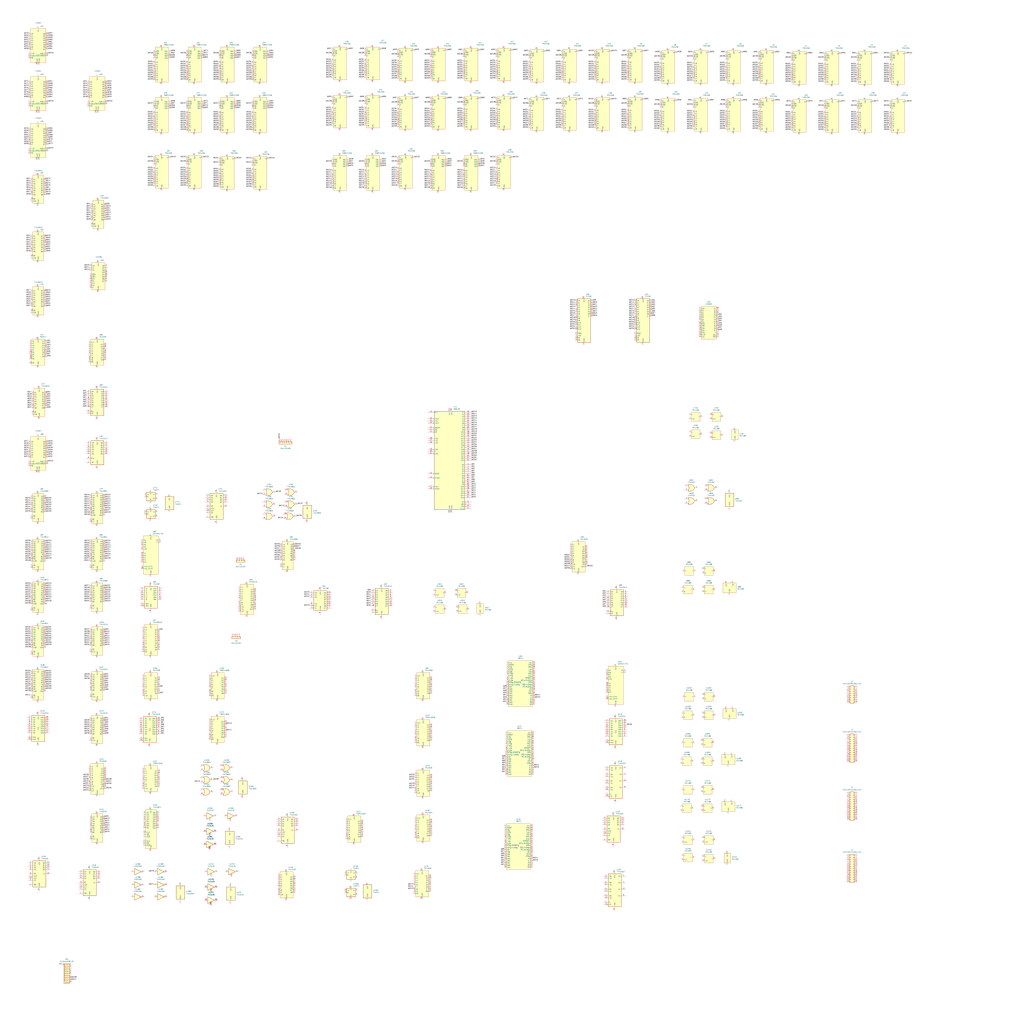
<source format=kicad_sch>
(kicad_sch (version 20230121) (generator eeschema)
  (paper "User" 1189 1189)
  (lib_symbols
    (symbol "74xx:74LS125" (pin_names (offset 1.016))
      (property "Reference" "U" (at 0 1.27 0))
      (property "Value" "74LS125" (at 0 -1.27 0))
      (symbol "74LS125_1_0"
        (pin input inverted (at 0 -6.35 90) (length 4.445) (name "~") (number "1"))
        (pin input line (at -7.62 0 0) (length 3.81) (name "~") (number "2"))
        (pin tri_state line (at 7.62 0 180) (length 3.81) (name "~") (number "3"))
      )
      (symbol "74LS125_2_0"
        (pin input inverted (at 0 -6.35 90) (length 4.445) (name "~") (number "4"))
        (pin input line (at -7.62 0 0) (length 3.81) (name "~") (number "5"))
        (pin tri_state line (at 7.62 0 180) (length 3.81) (name "~") (number "6"))
      )
      (symbol "74LS125_3_0"
        (pin input inverted (at 0 -6.35 90) (length 4.445) (name "~") (number "10"))
        (pin tri_state line (at 7.62 0 180) (length 3.81) (name "~") (number "8"))
        (pin input line (at -7.62 0 0) (length 3.81) (name "~") (number "9"))
      )
      (symbol "74LS125_4_0"
        (pin tri_state line (at 7.62 0 180) (length 3.81) (name "~") (number "11"))
        (pin input line (at -7.62 0 0) (length 3.81) (name "~") (number "12"))
        (pin input inverted (at 0 -6.35 90) (length 4.445) (name "~") (number "13"))
      )
      (symbol "74LS125_5_0"
        (pin power_in line (at 0 12.7 270) (length 5.08) (name "VCC") (number "14"))
        (pin power_in line (at 0 -12.7 90) (length 5.08) (name "GND") (number "7"))
      )
    )
    (symbol "74xx:74LS138" (pin_names (offset 1.016))
      (property "Reference" "U" (at -7.62 11.43 0))
      (property "Value" "74LS138" (at -7.62 -13.97 0))
      (symbol "74LS138_1_0"
        (pin input line (at -12.7 7.62 0) (length 5.08) (name "A0") (number "1"))
        (pin output output_low (at 12.7 -5.08 180) (length 5.08) (name "O5") (number "10"))
        (pin output output_low (at 12.7 -2.54 180) (length 5.08) (name "O4") (number "11"))
        (pin output output_low (at 12.7 0 180) (length 5.08) (name "O3") (number "12"))
        (pin output output_low (at 12.7 2.54 180) (length 5.08) (name "O2") (number "13"))
        (pin output output_low (at 12.7 5.08 180) (length 5.08) (name "O1") (number "14"))
        (pin output output_low (at 12.7 7.62 180) (length 5.08) (name "O0") (number "15"))
        (pin power_in line (at 0 15.24 270) (length 5.08) (name "VCC") (number "16"))
        (pin input line (at -12.7 5.08 0) (length 5.08) (name "A1") (number "2"))
        (pin input line (at -12.7 2.54 0) (length 5.08) (name "A2") (number "3"))
        (pin input input_low (at -12.7 -10.16 0) (length 5.08) (name "E1") (number "4"))
        (pin input input_low (at -12.7 -7.62 0) (length 5.08) (name "E2") (number "5"))
        (pin input line (at -12.7 -5.08 0) (length 5.08) (name "E3") (number "6"))
        (pin output output_low (at 12.7 -10.16 180) (length 5.08) (name "O7") (number "7"))
        (pin power_in line (at 0 -17.78 90) (length 5.08) (name "GND") (number "8"))
        (pin output output_low (at 12.7 -7.62 180) (length 5.08) (name "O6") (number "9"))
      )
    )
    (symbol "74xx:74LS161" (pin_names (offset 1.016))
      (property "Reference" "U" (at -7.62 16.51 0))
      (property "Value" "74LS161" (at -7.62 -16.51 0))
      (symbol "74LS161_1_0"
        (pin input line (at -12.7 -12.7 0) (length 5.08) (name "~{MR}") (number "1"))
        (pin input line (at -12.7 -5.08 0) (length 5.08) (name "CET") (number "10"))
        (pin output line (at 12.7 5.08 180) (length 5.08) (name "Q3") (number "11"))
        (pin output line (at 12.7 7.62 180) (length 5.08) (name "Q2") (number "12"))
        (pin output line (at 12.7 10.16 180) (length 5.08) (name "Q1") (number "13"))
        (pin output line (at 12.7 12.7 180) (length 5.08) (name "Q0") (number "14"))
        (pin output line (at 12.7 0 180) (length 5.08) (name "TC") (number "15"))
        (pin power_in line (at 0 20.32 270) (length 5.08) (name "VCC") (number "16"))
        (pin input line (at -12.7 -7.62 0) (length 5.08) (name "CP") (number "2"))
        (pin input line (at -12.7 12.7 0) (length 5.08) (name "D0") (number "3"))
        (pin input line (at -12.7 10.16 0) (length 5.08) (name "D1") (number "4"))
        (pin input line (at -12.7 7.62 0) (length 5.08) (name "D2") (number "5"))
        (pin input line (at -12.7 5.08 0) (length 5.08) (name "D3") (number "6"))
        (pin input line (at -12.7 -2.54 0) (length 5.08) (name "CEP") (number "7"))
        (pin power_in line (at 0 -20.32 90) (length 5.08) (name "GND") (number "8"))
        (pin input line (at -12.7 0 0) (length 5.08) (name "~{PE}") (number "9"))
      )
    )
    (symbol "74xx:74LS174" (pin_names (offset 1.016))
      (property "Reference" "U" (at -7.62 13.97 0))
      (property "Value" "74LS174" (at -7.62 -16.51 0))
      (symbol "74LS174_1_0"
        (pin input line (at -12.7 -12.7 0) (length 5.08) (name "~{Mr}") (number "1"))
        (pin output line (at 12.7 2.54 180) (length 5.08) (name "Q3") (number "10"))
        (pin input line (at -12.7 2.54 0) (length 5.08) (name "D3") (number "11"))
        (pin output line (at 12.7 0 180) (length 5.08) (name "Q4") (number "12"))
        (pin input line (at -12.7 0 0) (length 5.08) (name "D4") (number "13"))
        (pin input line (at -12.7 -2.54 0) (length 5.08) (name "D5") (number "14"))
        (pin output line (at 12.7 -2.54 180) (length 5.08) (name "Q5") (number "15"))
        (pin power_in line (at 0 17.78 270) (length 5.08) (name "VCC") (number "16"))
        (pin output line (at 12.7 10.16 180) (length 5.08) (name "Q0") (number "2"))
        (pin input line (at -12.7 10.16 0) (length 5.08) (name "D0") (number "3"))
        (pin input line (at -12.7 7.62 0) (length 5.08) (name "D1") (number "4"))
        (pin output line (at 12.7 7.62 180) (length 5.08) (name "Q1") (number "5"))
        (pin input line (at -12.7 5.08 0) (length 5.08) (name "D2") (number "6"))
        (pin output line (at 12.7 5.08 180) (length 5.08) (name "Q2") (number "7"))
        (pin power_in line (at 0 -20.32 90) (length 5.08) (name "GND") (number "8"))
        (pin input clock (at -12.7 -7.62 0) (length 5.08) (name "Cp") (number "9"))
      )
    )
    (symbol "74xx:74LS240" (pin_names (offset 1.016))
      (property "Reference" "U" (at -7.62 16.51 0))
      (property "Value" "74LS240" (at -7.62 -16.51 0))
      (symbol "74LS240_1_0"
        (pin input inverted (at -12.7 -10.16 0) (length 5.08) (name "OEa") (number "1"))
        (pin power_in line (at 0 -20.32 90) (length 5.08) (name "GND") (number "10"))
        (pin input line (at -12.7 2.54 0) (length 5.08) (name "I0b") (number "11"))
        (pin tri_state inverted (at 12.7 5.08 180) (length 5.08) (name "O3a") (number "12"))
        (pin input line (at -12.7 0 0) (length 5.08) (name "I1b") (number "13"))
        (pin tri_state inverted (at 12.7 7.62 180) (length 5.08) (name "O2a") (number "14"))
        (pin input line (at -12.7 -2.54 0) (length 5.08) (name "I2b") (number "15"))
        (pin tri_state inverted (at 12.7 10.16 180) (length 5.08) (name "O1a") (number "16"))
        (pin input line (at -12.7 -5.08 0) (length 5.08) (name "I3b") (number "17"))
        (pin tri_state inverted (at 12.7 12.7 180) (length 5.08) (name "O0a") (number "18"))
        (pin input inverted (at -12.7 -12.7 0) (length 5.08) (name "OEb") (number "19"))
        (pin input line (at -12.7 12.7 0) (length 5.08) (name "I0a") (number "2"))
        (pin power_in line (at 0 20.32 270) (length 5.08) (name "VCC") (number "20"))
        (pin tri_state inverted (at 12.7 -5.08 180) (length 5.08) (name "O3b") (number "3"))
        (pin input line (at -12.7 10.16 0) (length 5.08) (name "I1a") (number "4"))
        (pin tri_state inverted (at 12.7 -2.54 180) (length 5.08) (name "O2b") (number "5"))
        (pin input line (at -12.7 7.62 0) (length 5.08) (name "I2a") (number "6"))
        (pin tri_state inverted (at 12.7 0 180) (length 5.08) (name "O1b") (number "7"))
        (pin input line (at -12.7 5.08 0) (length 5.08) (name "I3a") (number "8"))
        (pin tri_state inverted (at 12.7 2.54 180) (length 5.08) (name "O0b") (number "9"))
      )
    )
    (symbol "74xx:74LS244" (pin_names (offset 1.016))
      (property "Reference" "U" (at -7.62 16.51 0))
      (property "Value" "74LS244" (at -7.62 -16.51 0))
      (symbol "74LS244_1_0"
        (pin input inverted (at -12.7 -10.16 0) (length 5.08) (name "OEa") (number "1"))
        (pin power_in line (at 0 -20.32 90) (length 5.08) (name "GND") (number "10"))
        (pin input line (at -12.7 2.54 0) (length 5.08) (name "I0b") (number "11"))
        (pin tri_state line (at 12.7 5.08 180) (length 5.08) (name "O3a") (number "12"))
        (pin input line (at -12.7 0 0) (length 5.08) (name "I1b") (number "13"))
        (pin tri_state line (at 12.7 7.62 180) (length 5.08) (name "O2a") (number "14"))
        (pin input line (at -12.7 -2.54 0) (length 5.08) (name "I2b") (number "15"))
        (pin tri_state line (at 12.7 10.16 180) (length 5.08) (name "O1a") (number "16"))
        (pin input line (at -12.7 -5.08 0) (length 5.08) (name "I3b") (number "17"))
        (pin tri_state line (at 12.7 12.7 180) (length 5.08) (name "O0a") (number "18"))
        (pin input inverted (at -12.7 -12.7 0) (length 5.08) (name "OEb") (number "19"))
        (pin input line (at -12.7 12.7 0) (length 5.08) (name "I0a") (number "2"))
        (pin power_in line (at 0 20.32 270) (length 5.08) (name "VCC") (number "20"))
        (pin tri_state line (at 12.7 -5.08 180) (length 5.08) (name "O3b") (number "3"))
        (pin input line (at -12.7 10.16 0) (length 5.08) (name "I1a") (number "4"))
        (pin tri_state line (at 12.7 -2.54 180) (length 5.08) (name "O2b") (number "5"))
        (pin input line (at -12.7 7.62 0) (length 5.08) (name "I2a") (number "6"))
        (pin tri_state line (at 12.7 0 180) (length 5.08) (name "O1b") (number "7"))
        (pin input line (at -12.7 5.08 0) (length 5.08) (name "I3a") (number "8"))
        (pin tri_state line (at 12.7 2.54 180) (length 5.08) (name "O0b") (number "9"))
      )
    )
    (symbol "74xx:74LS257" (pin_names (offset 1.016))
      (property "Reference" "U" (at -7.62 19.05 0))
      (property "Value" "74LS257" (at -7.62 -21.59 0))
      (symbol "74LS257_1_0"
        (pin input line (at -12.7 -15.24 0) (length 5.08) (name "S") (number "1"))
        (pin input line (at -12.7 -10.16 0) (length 5.08) (name "I1d") (number "10"))
        (pin input line (at -12.7 -7.62 0) (length 5.08) (name "I0d") (number "11"))
        (pin tri_state line (at 12.7 0 180) (length 5.08) (name "Zc") (number "12"))
        (pin input line (at -12.7 -2.54 0) (length 5.08) (name "I1c") (number "13"))
        (pin input line (at -12.7 0 0) (length 5.08) (name "I0c") (number "14"))
        (pin input inverted (at -12.7 -17.78 0) (length 5.08) (name "OE") (number "15"))
        (pin power_in line (at 0 22.86 270) (length 5.08) (name "VCC") (number "16"))
        (pin input line (at -12.7 15.24 0) (length 5.08) (name "I0a") (number "2"))
        (pin input line (at -12.7 12.7 0) (length 5.08) (name "I1a") (number "3"))
        (pin tri_state line (at 12.7 15.24 180) (length 5.08) (name "Za") (number "4"))
        (pin input line (at -12.7 7.62 0) (length 5.08) (name "I0b") (number "5"))
        (pin input line (at -12.7 5.08 0) (length 5.08) (name "I1b") (number "6"))
        (pin tri_state line (at 12.7 7.62 180) (length 5.08) (name "Zb") (number "7"))
        (pin power_in line (at 0 -25.4 90) (length 5.08) (name "GND") (number "8"))
        (pin tri_state line (at 12.7 -7.62 180) (length 5.08) (name "Zd") (number "9"))
      )
    )
    (symbol "74xx:74LS273"
      (property "Reference" "U" (at -7.62 16.51 0))
      (property "Value" "74LS273" (at -7.62 -16.51 0))
      (symbol "74LS273_1_0"
        (pin input line (at -12.7 -12.7 0) (length 5.08) (name "~{Mr}") (number "1"))
        (pin power_in line (at 0 -20.32 90) (length 5.08) (name "GND") (number "10"))
        (pin input clock (at -12.7 -10.16 0) (length 5.08) (name "Cp") (number "11"))
        (pin output line (at 12.7 2.54 180) (length 5.08) (name "Q4") (number "12"))
        (pin input line (at -12.7 2.54 0) (length 5.08) (name "D4") (number "13"))
        (pin input line (at -12.7 0 0) (length 5.08) (name "D5") (number "14"))
        (pin output line (at 12.7 0 180) (length 5.08) (name "Q5") (number "15"))
        (pin output line (at 12.7 -2.54 180) (length 5.08) (name "Q6") (number "16"))
        (pin input line (at -12.7 -2.54 0) (length 5.08) (name "D6") (number "17"))
        (pin input line (at -12.7 -5.08 0) (length 5.08) (name "D7") (number "18"))
        (pin output line (at 12.7 -5.08 180) (length 5.08) (name "Q7") (number "19"))
        (pin output line (at 12.7 12.7 180) (length 5.08) (name "Q0") (number "2"))
        (pin power_in line (at 0 20.32 270) (length 5.08) (name "VCC") (number "20"))
        (pin input line (at -12.7 12.7 0) (length 5.08) (name "D0") (number "3"))
        (pin input line (at -12.7 10.16 0) (length 5.08) (name "D1") (number "4"))
        (pin output line (at 12.7 10.16 180) (length 5.08) (name "Q1") (number "5"))
        (pin output line (at 12.7 7.62 180) (length 5.08) (name "Q2") (number "6"))
        (pin input line (at -12.7 7.62 0) (length 5.08) (name "D2") (number "7"))
        (pin input line (at -12.7 5.08 0) (length 5.08) (name "D3") (number "8"))
        (pin output line (at 12.7 5.08 180) (length 5.08) (name "Q3") (number "9"))
      )
    )
    (symbol "74xx:74LS32" (pin_names (offset 1.016))
      (property "Reference" "U" (at 0 1.27 0))
      (property "Value" "74LS32" (at 0 -1.27 0))
      (symbol "74LS32_1_1"
        (pin input line (at -7.62 2.54 0) (length 4.318) (name "~") (number "1"))
        (pin input line (at -7.62 -2.54 0) (length 4.318) (name "~") (number "2"))
        (pin output line (at 7.62 0 180) (length 3.81) (name "~") (number "3"))
      )
      (symbol "74LS32_1_2"
        (pin input inverted (at -7.62 2.54 0) (length 3.81) (name "~") (number "1"))
        (pin input inverted (at -7.62 -2.54 0) (length 3.81) (name "~") (number "2"))
        (pin output inverted (at 7.62 0 180) (length 3.81) (name "~") (number "3"))
      )
      (symbol "74LS32_2_1"
        (pin input line (at -7.62 2.54 0) (length 4.318) (name "~") (number "4"))
        (pin input line (at -7.62 -2.54 0) (length 4.318) (name "~") (number "5"))
        (pin output line (at 7.62 0 180) (length 3.81) (name "~") (number "6"))
      )
      (symbol "74LS32_2_2"
        (pin input inverted (at -7.62 2.54 0) (length 3.81) (name "~") (number "4"))
        (pin input inverted (at -7.62 -2.54 0) (length 3.81) (name "~") (number "5"))
        (pin output inverted (at 7.62 0 180) (length 3.81) (name "~") (number "6"))
      )
      (symbol "74LS32_3_1"
        (pin input line (at -7.62 -2.54 0) (length 4.318) (name "~") (number "10"))
        (pin output line (at 7.62 0 180) (length 3.81) (name "~") (number "8"))
        (pin input line (at -7.62 2.54 0) (length 4.318) (name "~") (number "9"))
      )
      (symbol "74LS32_3_2"
        (pin input inverted (at -7.62 -2.54 0) (length 3.81) (name "~") (number "10"))
        (pin output inverted (at 7.62 0 180) (length 3.81) (name "~") (number "8"))
        (pin input inverted (at -7.62 2.54 0) (length 3.81) (name "~") (number "9"))
      )
      (symbol "74LS32_4_1"
        (pin output line (at 7.62 0 180) (length 3.81) (name "~") (number "11"))
        (pin input line (at -7.62 2.54 0) (length 4.318) (name "~") (number "12"))
        (pin input line (at -7.62 -2.54 0) (length 4.318) (name "~") (number "13"))
      )
      (symbol "74LS32_4_2"
        (pin output inverted (at 7.62 0 180) (length 3.81) (name "~") (number "11"))
        (pin input inverted (at -7.62 2.54 0) (length 3.81) (name "~") (number "12"))
        (pin input inverted (at -7.62 -2.54 0) (length 3.81) (name "~") (number "13"))
      )
      (symbol "74LS32_5_0"
        (pin power_in line (at 0 12.7 270) (length 5.08) (name "VCC") (number "14"))
        (pin power_in line (at 0 -12.7 90) (length 5.08) (name "GND") (number "7"))
      )
    )
    (symbol "74xx:74LS367" (pin_names (offset 1.016))
      (property "Reference" "U" (at -7.62 13.97 0))
      (property "Value" "74LS367" (at -7.62 -13.97 0))
      (symbol "74LS367_1_0"
        (pin input inverted (at -12.7 -7.62 0) (length 5.08) (name "OEa") (number "1"))
        (pin input line (at -12.7 2.54 0) (length 5.08) (name "I4") (number "10"))
        (pin tri_state line (at 12.7 0 180) (length 5.08) (name "O5b") (number "11"))
        (pin input line (at -12.7 0 0) (length 5.08) (name "I5") (number "12"))
        (pin tri_state line (at 12.7 -2.54 180) (length 5.08) (name "O6b") (number "13"))
        (pin input line (at -12.7 -2.54 0) (length 5.08) (name "I6") (number "14"))
        (pin input inverted (at -12.7 -10.16 0) (length 5.08) (name "OEb") (number "15"))
        (pin power_in line (at 0 17.78 270) (length 5.08) (name "VCC") (number "16"))
        (pin input line (at -12.7 10.16 0) (length 5.08) (name "I1") (number "2"))
        (pin tri_state line (at 12.7 10.16 180) (length 5.08) (name "O1a") (number "3"))
        (pin input line (at -12.7 7.62 0) (length 5.08) (name "I2") (number "4"))
        (pin tri_state line (at 12.7 7.62 180) (length 5.08) (name "O2a") (number "5"))
        (pin input line (at -12.7 5.08 0) (length 5.08) (name "I3") (number "6"))
        (pin tri_state line (at 12.7 5.08 180) (length 5.08) (name "O3a") (number "7"))
        (pin power_in line (at 0 -17.78 90) (length 5.08) (name "GND") (number "8"))
        (pin tri_state line (at 12.7 2.54 180) (length 5.08) (name "O4a") (number "9"))
      )
    )
    (symbol "74xx:74LS374"
      (property "Reference" "U" (at -7.62 16.51 0))
      (property "Value" "74LS374" (at -7.62 -16.51 0))
      (symbol "74LS374_1_0"
        (pin input inverted (at -12.7 -12.7 0) (length 5.08) (name "OE") (number "1"))
        (pin power_in line (at 0 -20.32 90) (length 5.08) (name "GND") (number "10"))
        (pin input clock (at -12.7 -10.16 0) (length 5.08) (name "Cp") (number "11"))
        (pin tri_state line (at 12.7 2.54 180) (length 5.08) (name "O4") (number "12"))
        (pin input line (at -12.7 2.54 0) (length 5.08) (name "D4") (number "13"))
        (pin input line (at -12.7 0 0) (length 5.08) (name "D5") (number "14"))
        (pin tri_state line (at 12.7 0 180) (length 5.08) (name "O5") (number "15"))
        (pin tri_state line (at 12.7 -2.54 180) (length 5.08) (name "O6") (number "16"))
        (pin input line (at -12.7 -2.54 0) (length 5.08) (name "D6") (number "17"))
        (pin input line (at -12.7 -5.08 0) (length 5.08) (name "D7") (number "18"))
        (pin tri_state line (at 12.7 -5.08 180) (length 5.08) (name "O7") (number "19"))
        (pin tri_state line (at 12.7 12.7 180) (length 5.08) (name "O0") (number "2"))
        (pin power_in line (at 0 20.32 270) (length 5.08) (name "VCC") (number "20"))
        (pin input line (at -12.7 12.7 0) (length 5.08) (name "D0") (number "3"))
        (pin input line (at -12.7 10.16 0) (length 5.08) (name "D1") (number "4"))
        (pin tri_state line (at 12.7 10.16 180) (length 5.08) (name "O1") (number "5"))
        (pin tri_state line (at 12.7 7.62 180) (length 5.08) (name "O2") (number "6"))
        (pin input line (at -12.7 7.62 0) (length 5.08) (name "D2") (number "7"))
        (pin input line (at -12.7 5.08 0) (length 5.08) (name "D3") (number "8"))
        (pin tri_state line (at 12.7 5.08 180) (length 5.08) (name "O3") (number "9"))
      )
    )
    (symbol "74xx:74LS74" (pin_names (offset 1.016))
      (property "Reference" "U" (at -7.62 8.89 0))
      (property "Value" "74LS74" (at -7.62 -8.89 0))
      (symbol "74LS74_1_0"
        (pin input line (at 0 -7.62 90) (length 2.54) (name "~{R}") (number "1"))
        (pin input line (at -7.62 2.54 0) (length 2.54) (name "D") (number "2"))
        (pin input clock (at -7.62 0 0) (length 2.54) (name "C") (number "3"))
        (pin input line (at 0 7.62 270) (length 2.54) (name "~{S}") (number "4"))
        (pin output line (at 7.62 2.54 180) (length 2.54) (name "Q") (number "5"))
        (pin output line (at 7.62 -2.54 180) (length 2.54) (name "~{Q}") (number "6"))
      )
      (symbol "74LS74_2_0"
        (pin input line (at 0 7.62 270) (length 2.54) (name "~{S}") (number "10"))
        (pin input clock (at -7.62 0 0) (length 2.54) (name "C") (number "11"))
        (pin input line (at -7.62 2.54 0) (length 2.54) (name "D") (number "12"))
        (pin input line (at 0 -7.62 90) (length 2.54) (name "~{R}") (number "13"))
        (pin output line (at 7.62 -2.54 180) (length 2.54) (name "~{Q}") (number "8"))
        (pin output line (at 7.62 2.54 180) (length 2.54) (name "Q") (number "9"))
      )
      (symbol "74LS74_3_0"
        (pin power_in line (at 0 10.16 270) (length 2.54) (name "VCC") (number "14"))
        (pin power_in line (at 0 -10.16 90) (length 2.54) (name "GND") (number "7"))
      )
    )
    (symbol "CPU_NXP_68000:68010D" (pin_names (offset 0.762))
      (property "Reference" "U" (at 0 2.54 0))
      (property "Value" "68010D" (at 0 -3.81 0))
      (symbol "68010D_1_1"
        (pin bidirectional line (at 25.4 -15.24 180) (length 7.62) (name "D4") (number "1"))
        (pin input inverted (at -25.4 -20.32 0) (length 7.62) (name "DTACK") (number "10"))
        (pin output inverted (at -25.4 35.56 0) (length 7.62) (name "BG") (number "11"))
        (pin input inverted (at -25.4 38.1 0) (length 7.62) (name "BGACK") (number "12"))
        (pin input inverted (at -25.4 33.02 0) (length 7.62) (name "BR") (number "13"))
        (pin power_in line (at 0 60.96 270) (length 3.81) (name "VCC") (number "14"))
        (pin input clock (at -25.4 55.88 0) (length 7.62) (name "CLK") (number "15"))
        (pin power_in line (at 2.54 -60.96 90) (length 3.81) (name "GND") (number "16"))
        (pin bidirectional inverted (at -25.4 -30.48 0) (length 7.62) (name "HALT") (number "17"))
        (pin bidirectional inverted (at -25.4 -33.02 0) (length 7.62) (name "RESET") (number "18"))
        (pin output inverted (at -25.4 12.7 0) (length 7.62) (name "VMA") (number "19"))
        (pin bidirectional line (at 25.4 -12.7 180) (length 7.62) (name "D3") (number "2"))
        (pin output line (at -25.4 10.16 0) (length 7.62) (name "E") (number "20"))
        (pin input inverted (at -25.4 7.62 0) (length 7.62) (name "VPA") (number "21"))
        (pin input inverted (at -25.4 -15.24 0) (length 7.62) (name "BERR") (number "22"))
        (pin input inverted (at -25.4 43.18 0) (length 7.62) (name "IPL2") (number "23"))
        (pin input inverted (at -25.4 45.72 0) (length 7.62) (name "IPL1") (number "24"))
        (pin input inverted (at -25.4 48.26 0) (length 7.62) (name "IPL0") (number "25"))
        (pin output line (at -25.4 20.32 0) (length 7.62) (name "FC2") (number "26"))
        (pin output line (at -25.4 22.86 0) (length 7.62) (name "FC1") (number "27"))
        (pin output line (at -25.4 25.4 0) (length 7.62) (name "FC0") (number "28"))
        (pin output line (at 25.4 55.88 180) (length 7.62) (name "A1") (number "29"))
        (pin bidirectional line (at 25.4 -10.16 180) (length 7.62) (name "D2") (number "3"))
        (pin output line (at 25.4 53.34 180) (length 7.62) (name "A2") (number "30"))
        (pin output line (at 25.4 50.8 180) (length 7.62) (name "A3") (number "31"))
        (pin output line (at 25.4 48.26 180) (length 7.62) (name "A4") (number "32"))
        (pin output line (at 25.4 45.72 180) (length 7.62) (name "A5") (number "33"))
        (pin output line (at 25.4 43.18 180) (length 7.62) (name "A6") (number "34"))
        (pin output line (at 25.4 40.64 180) (length 7.62) (name "A7") (number "35"))
        (pin output line (at 25.4 38.1 180) (length 7.62) (name "A8") (number "36"))
        (pin output line (at 25.4 35.56 180) (length 7.62) (name "A9") (number "37"))
        (pin output line (at 25.4 33.02 180) (length 7.62) (name "A10") (number "38"))
        (pin output line (at 25.4 30.48 180) (length 7.62) (name "A11") (number "39"))
        (pin bidirectional line (at 25.4 -7.62 180) (length 7.62) (name "D1") (number "4"))
        (pin output line (at 25.4 27.94 180) (length 7.62) (name "A12") (number "40"))
        (pin output line (at 25.4 25.4 180) (length 7.62) (name "A13") (number "41"))
        (pin output line (at 25.4 22.86 180) (length 7.62) (name "A14") (number "42"))
        (pin output line (at 25.4 20.32 180) (length 7.62) (name "A15") (number "43"))
        (pin output line (at 25.4 17.78 180) (length 7.62) (name "A16") (number "44"))
        (pin output line (at 25.4 15.24 180) (length 7.62) (name "A17") (number "45"))
        (pin output line (at 25.4 12.7 180) (length 7.62) (name "A18") (number "46"))
        (pin output line (at 25.4 10.16 180) (length 7.62) (name "A19") (number "47"))
        (pin output line (at 25.4 7.62 180) (length 7.62) (name "A20") (number "48"))
        (pin power_in line (at 2.54 60.96 270) (length 3.81) (name "VCC") (number "49"))
        (pin bidirectional line (at 25.4 -5.08 180) (length 7.62) (name "D0") (number "5"))
        (pin output line (at 25.4 5.08 180) (length 7.62) (name "A21") (number "50"))
        (pin output line (at 25.4 2.54 180) (length 7.62) (name "A22") (number "51"))
        (pin output line (at 25.4 0 180) (length 7.62) (name "A23") (number "52"))
        (pin power_in line (at 0 -60.96 90) (length 3.81) (name "GND") (number "53"))
        (pin bidirectional line (at 25.4 -43.18 180) (length 7.62) (name "D15") (number "54"))
        (pin bidirectional line (at 25.4 -40.64 180) (length 7.62) (name "D14") (number "55"))
        (pin bidirectional line (at 25.4 -38.1 180) (length 7.62) (name "D13") (number "56"))
        (pin bidirectional line (at 25.4 -35.56 180) (length 7.62) (name "D12") (number "57"))
        (pin bidirectional line (at 25.4 -33.02 180) (length 7.62) (name "D11") (number "58"))
        (pin bidirectional line (at 25.4 -30.48 180) (length 7.62) (name "D10") (number "59"))
        (pin output inverted (at 25.4 -48.26 180) (length 7.62) (name "AS") (number "6"))
        (pin bidirectional line (at 25.4 -27.94 180) (length 7.62) (name "D9") (number "60"))
        (pin bidirectional line (at 25.4 -25.4 180) (length 7.62) (name "D8") (number "61"))
        (pin bidirectional line (at 25.4 -22.86 180) (length 7.62) (name "D7") (number "62"))
        (pin bidirectional line (at 25.4 -20.32 180) (length 7.62) (name "D6") (number "63"))
        (pin bidirectional line (at 25.4 -17.78 180) (length 7.62) (name "D5") (number "64"))
        (pin output inverted (at 25.4 -50.8 180) (length 7.62) (name "UDS") (number "7"))
        (pin output inverted (at 25.4 -53.34 180) (length 7.62) (name "LDS") (number "8"))
        (pin output line (at 25.4 -55.88 180) (length 7.62) (name "R/W") (number "9"))
      )
    )
    (symbol "Connector_Generic:Conn_01x04" (pin_names (offset 1.016) hide)
      (property "Reference" "J" (at 0 5.08 0))
      (property "Value" "Conn_01x04" (at 0 -7.62 0))
      (symbol "Conn_01x04_1_1"
        (pin passive line (at -5.08 2.54 0) (length 3.81) (name "Pin_1") (number "1"))
        (pin passive line (at -5.08 0 0) (length 3.81) (name "Pin_2") (number "2"))
        (pin passive line (at -5.08 -2.54 0) (length 3.81) (name "Pin_3") (number "3"))
        (pin passive line (at -5.08 -5.08 0) (length 3.81) (name "Pin_4") (number "4"))
      )
    )
    (symbol "Connector_Generic:Conn_01x06" (pin_names (offset 1.016) hide)
      (property "Reference" "J" (at 0 7.62 0))
      (property "Value" "Conn_01x06" (at 0 -10.16 0))
      (symbol "Conn_01x06_1_1"
        (pin passive line (at -5.08 5.08 0) (length 3.81) (name "Pin_1") (number "1"))
        (pin passive line (at -5.08 2.54 0) (length 3.81) (name "Pin_2") (number "2"))
        (pin passive line (at -5.08 0 0) (length 3.81) (name "Pin_3") (number "3"))
        (pin passive line (at -5.08 -2.54 0) (length 3.81) (name "Pin_4") (number "4"))
        (pin passive line (at -5.08 -5.08 0) (length 3.81) (name "Pin_5") (number "5"))
        (pin passive line (at -5.08 -7.62 0) (length 3.81) (name "Pin_6") (number "6"))
      )
    )
    (symbol "Connector_Generic:Conn_02x08_Odd_Even" (pin_names (offset 1.016) hide)
      (property "Reference" "J" (at 1.27 10.16 0))
      (property "Value" "Conn_02x08_Odd_Even" (at 1.27 -12.7 0))
      (symbol "Conn_02x08_Odd_Even_1_1"
        (pin passive line (at -5.08 7.62 0) (length 3.81) (name "Pin_1") (number "1"))
        (pin passive line (at 7.62 -2.54 180) (length 3.81) (name "Pin_10") (number "10"))
        (pin passive line (at -5.08 -5.08 0) (length 3.81) (name "Pin_11") (number "11"))
        (pin passive line (at 7.62 -5.08 180) (length 3.81) (name "Pin_12") (number "12"))
        (pin passive line (at -5.08 -7.62 0) (length 3.81) (name "Pin_13") (number "13"))
        (pin passive line (at 7.62 -7.62 180) (length 3.81) (name "Pin_14") (number "14"))
        (pin passive line (at -5.08 -10.16 0) (length 3.81) (name "Pin_15") (number "15"))
        (pin passive line (at 7.62 -10.16 180) (length 3.81) (name "Pin_16") (number "16"))
        (pin passive line (at 7.62 7.62 180) (length 3.81) (name "Pin_2") (number "2"))
        (pin passive line (at -5.08 5.08 0) (length 3.81) (name "Pin_3") (number "3"))
        (pin passive line (at 7.62 5.08 180) (length 3.81) (name "Pin_4") (number "4"))
        (pin passive line (at -5.08 2.54 0) (length 3.81) (name "Pin_5") (number "5"))
        (pin passive line (at 7.62 2.54 180) (length 3.81) (name "Pin_6") (number "6"))
        (pin passive line (at -5.08 0 0) (length 3.81) (name "Pin_7") (number "7"))
        (pin passive line (at 7.62 0 180) (length 3.81) (name "Pin_8") (number "8"))
        (pin passive line (at -5.08 -2.54 0) (length 3.81) (name "Pin_9") (number "9"))
      )
    )
    (symbol "Connector_Generic:Conn_02x13_Odd_Even" (pin_names (offset 1.016) hide)
      (property "Reference" "J" (at 1.27 17.78 0))
      (property "Value" "Conn_02x13_Odd_Even" (at 1.27 -17.78 0))
      (symbol "Conn_02x13_Odd_Even_1_1"
        (pin passive line (at -5.08 15.24 0) (length 3.81) (name "Pin_1") (number "1"))
        (pin passive line (at 7.62 5.08 180) (length 3.81) (name "Pin_10") (number "10"))
        (pin passive line (at -5.08 2.54 0) (length 3.81) (name "Pin_11") (number "11"))
        (pin passive line (at 7.62 2.54 180) (length 3.81) (name "Pin_12") (number "12"))
        (pin passive line (at -5.08 0 0) (length 3.81) (name "Pin_13") (number "13"))
        (pin passive line (at 7.62 0 180) (length 3.81) (name "Pin_14") (number "14"))
        (pin passive line (at -5.08 -2.54 0) (length 3.81) (name "Pin_15") (number "15"))
        (pin passive line (at 7.62 -2.54 180) (length 3.81) (name "Pin_16") (number "16"))
        (pin passive line (at -5.08 -5.08 0) (length 3.81) (name "Pin_17") (number "17"))
        (pin passive line (at 7.62 -5.08 180) (length 3.81) (name "Pin_18") (number "18"))
        (pin passive line (at -5.08 -7.62 0) (length 3.81) (name "Pin_19") (number "19"))
        (pin passive line (at 7.62 15.24 180) (length 3.81) (name "Pin_2") (number "2"))
        (pin passive line (at 7.62 -7.62 180) (length 3.81) (name "Pin_20") (number "20"))
        (pin passive line (at -5.08 -10.16 0) (length 3.81) (name "Pin_21") (number "21"))
        (pin passive line (at 7.62 -10.16 180) (length 3.81) (name "Pin_22") (number "22"))
        (pin passive line (at -5.08 -12.7 0) (length 3.81) (name "Pin_23") (number "23"))
        (pin passive line (at 7.62 -12.7 180) (length 3.81) (name "Pin_24") (number "24"))
        (pin passive line (at -5.08 -15.24 0) (length 3.81) (name "Pin_25") (number "25"))
        (pin passive line (at 7.62 -15.24 180) (length 3.81) (name "Pin_26") (number "26"))
        (pin passive line (at -5.08 12.7 0) (length 3.81) (name "Pin_3") (number "3"))
        (pin passive line (at 7.62 12.7 180) (length 3.81) (name "Pin_4") (number "4"))
        (pin passive line (at -5.08 10.16 0) (length 3.81) (name "Pin_5") (number "5"))
        (pin passive line (at 7.62 10.16 180) (length 3.81) (name "Pin_6") (number "6"))
        (pin passive line (at -5.08 7.62 0) (length 3.81) (name "Pin_7") (number "7"))
        (pin passive line (at 7.62 7.62 180) (length 3.81) (name "Pin_8") (number "8"))
        (pin passive line (at -5.08 5.08 0) (length 3.81) (name "Pin_9") (number "9"))
      )
    )
    (symbol "Device:R_Network09_US" (pin_names (offset 0) hide)
      (property "Reference" "RN" (at -12.7 0 90))
      (property "Value" "R_Network09_US" (at 12.7 0 90))
      (symbol "R_Network09_US_1_1"
        (pin passive line (at -10.16 5.08 270) (length 2.54) (name "common") (number "1"))
        (pin passive line (at 10.16 -5.08 90) (length 1.27) (name "R9") (number "10"))
        (pin passive line (at -10.16 -5.08 90) (length 1.27) (name "R1") (number "2"))
        (pin passive line (at -7.62 -5.08 90) (length 1.27) (name "R2") (number "3"))
        (pin passive line (at -5.08 -5.08 90) (length 1.27) (name "R3") (number "4"))
        (pin passive line (at -2.54 -5.08 90) (length 1.27) (name "R4") (number "5"))
        (pin passive line (at 0 -5.08 90) (length 1.27) (name "R5") (number "6"))
        (pin passive line (at 2.54 -5.08 90) (length 1.27) (name "R6") (number "7"))
        (pin passive line (at 5.08 -5.08 90) (length 1.27) (name "R7") (number "8"))
        (pin passive line (at 7.62 -5.08 90) (length 1.27) (name "R8") (number "9"))
      )
    )
    (symbol "Memory_EPROM:27128"
      (property "Reference" "U" (at -7.62 26.67 0))
      (property "Value" "27128" (at 2.54 -26.67 0))
      (symbol "27128_1_1"
        (pin input line (at -10.16 -17.78 0) (length 2.54) (name "VPP") (number "1"))
        (pin input line (at -10.16 22.86 0) (length 2.54) (name "A0") (number "10"))
        (pin tri_state line (at 10.16 22.86 180) (length 2.54) (name "D0") (number "11"))
        (pin tri_state line (at 10.16 20.32 180) (length 2.54) (name "D1") (number "12"))
        (pin tri_state line (at 10.16 17.78 180) (length 2.54) (name "D2") (number "13"))
        (pin power_in line (at 0 -27.94 90) (length 2.54) (name "GND") (number "14"))
        (pin tri_state line (at 10.16 15.24 180) (length 2.54) (name "D3") (number "15"))
        (pin tri_state line (at 10.16 12.7 180) (length 2.54) (name "D4") (number "16"))
        (pin tri_state line (at 10.16 10.16 180) (length 2.54) (name "D5") (number "17"))
        (pin tri_state line (at 10.16 7.62 180) (length 2.54) (name "D6") (number "18"))
        (pin tri_state line (at 10.16 5.08 180) (length 2.54) (name "D7") (number "19"))
        (pin input line (at -10.16 -7.62 0) (length 2.54) (name "A12") (number "2"))
        (pin input line (at -10.16 -20.32 0) (length 2.54) (name "~{CE}") (number "20"))
        (pin input line (at -10.16 -2.54 0) (length 2.54) (name "A10") (number "21"))
        (pin input line (at -10.16 -22.86 0) (length 2.54) (name "~{OE}") (number "22"))
        (pin input line (at -10.16 -5.08 0) (length 2.54) (name "A11") (number "23"))
        (pin input line (at -10.16 0 0) (length 2.54) (name "A9") (number "24"))
        (pin input line (at -10.16 2.54 0) (length 2.54) (name "A8") (number "25"))
        (pin input line (at -10.16 -10.16 0) (length 2.54) (name "A13") (number "26"))
        (pin input line (at -10.16 -15.24 0) (length 2.54) (name "~{PGM}") (number "27"))
        (pin power_in line (at 0 27.94 270) (length 2.54) (name "VCC") (number "28"))
        (pin input line (at -10.16 5.08 0) (length 2.54) (name "A7") (number "3"))
        (pin input line (at -10.16 7.62 0) (length 2.54) (name "A6") (number "4"))
        (pin input line (at -10.16 10.16 0) (length 2.54) (name "A5") (number "5"))
        (pin input line (at -10.16 12.7 0) (length 2.54) (name "A4") (number "6"))
        (pin input line (at -10.16 15.24 0) (length 2.54) (name "A3") (number "7"))
        (pin input line (at -10.16 17.78 0) (length 2.54) (name "A2") (number "8"))
        (pin input line (at -10.16 20.32 0) (length 2.54) (name "A1") (number "9"))
      )
    )
    (symbol "custom:74ALS576"
      (property "Reference" "U" (at 0 0 0))
      (property "Value" "74ALS576" (at 0 0 0))
      (symbol "74ALS576_1_1"
        (pin input line (at -8.89 -31.75 0) (length 2.54) (name "~{OE}") (number "1"))
        (pin power_in line (at 0 -40.64 90) (length 2.54) (name "GND") (number "10"))
        (pin input line (at -8.89 -34.29 0) (length 2.54) (name "CLK") (number "11"))
        (pin tri_state line (at 8.89 -26.67 180) (length 2.54) (name "8~{Q}") (number "12"))
        (pin tri_state line (at 8.89 -24.13 180) (length 2.54) (name "7~{Q}") (number "13"))
        (pin tri_state line (at 8.89 -21.59 180) (length 2.54) (name "6~{Q}") (number "14"))
        (pin tri_state line (at 8.89 -19.05 180) (length 2.54) (name "5~{Q}") (number "15"))
        (pin tri_state line (at 8.89 -16.51 180) (length 2.54) (name "4~{Q}") (number "16"))
        (pin tri_state line (at 8.89 -13.97 180) (length 2.54) (name "3~{Q}") (number "17"))
        (pin tri_state line (at 8.89 -11.43 180) (length 2.54) (name "2~{Q}") (number "18"))
        (pin tri_state line (at 8.89 -8.89 180) (length 2.54) (name "1~{Q}") (number "19"))
        (pin input line (at -8.89 -8.89 0) (length 2.54) (name "1D") (number "2"))
        (pin power_in line (at 0 -2.54 270) (length 2.54) (name "VCC") (number "20"))
        (pin input line (at -8.89 -11.43 0) (length 2.54) (name "2D") (number "3"))
        (pin input line (at -8.89 -13.97 0) (length 2.54) (name "3D") (number "4"))
        (pin input line (at -8.89 -16.51 0) (length 2.54) (name "4D") (number "5"))
        (pin input line (at -8.89 -19.05 0) (length 2.54) (name "5D") (number "6"))
        (pin input line (at -8.89 -21.59 0) (length 2.54) (name "6D") (number "7"))
        (pin input line (at -8.89 -24.13 0) (length 2.54) (name "7D") (number "8"))
        (pin input line (at -8.89 -26.67 0) (length 2.54) (name "8D") (number "9"))
      )
    )
    (symbol "custom:74ALS580"
      (property "Reference" "U" (at 0 0 0))
      (property "Value" "74ALS580" (at 0 0 0))
      (symbol "74ALS580_1_1"
        (pin input line (at -8.89 -31.75 0) (length 2.54) (name "~{OE}") (number "1"))
        (pin power_in line (at 0 -40.64 90) (length 2.54) (name "GND") (number "10"))
        (pin input line (at -8.89 -34.29 0) (length 2.54) (name "LE") (number "11"))
        (pin tri_state line (at 8.89 -26.67 180) (length 2.54) (name "8~{Q}") (number "12"))
        (pin tri_state line (at 8.89 -24.13 180) (length 2.54) (name "7~{Q}") (number "13"))
        (pin tri_state line (at 8.89 -21.59 180) (length 2.54) (name "6~{Q}") (number "14"))
        (pin tri_state line (at 8.89 -19.05 180) (length 2.54) (name "5~{Q}") (number "15"))
        (pin tri_state line (at 8.89 -16.51 180) (length 2.54) (name "4~{Q}") (number "16"))
        (pin tri_state line (at 8.89 -13.97 180) (length 2.54) (name "3~{Q}") (number "17"))
        (pin tri_state line (at 8.89 -11.43 180) (length 2.54) (name "2~{Q}") (number "18"))
        (pin tri_state line (at 8.89 -8.89 180) (length 2.54) (name "1~{Q}") (number "19"))
        (pin input line (at -8.89 -8.89 0) (length 2.54) (name "1D") (number "2"))
        (pin power_in line (at 0 -2.54 270) (length 2.54) (name "VCC") (number "20"))
        (pin input line (at -8.89 -11.43 0) (length 2.54) (name "2D") (number "3"))
        (pin input line (at -8.89 -13.97 0) (length 2.54) (name "3D") (number "4"))
        (pin input line (at -8.89 -16.51 0) (length 2.54) (name "4D") (number "5"))
        (pin input line (at -8.89 -19.05 0) (length 2.54) (name "5D") (number "6"))
        (pin input line (at -8.89 -21.59 0) (length 2.54) (name "6D") (number "7"))
        (pin input line (at -8.89 -24.13 0) (length 2.54) (name "7D") (number "8"))
        (pin input line (at -8.89 -26.67 0) (length 2.54) (name "8D") (number "9"))
      )
    )
    (symbol "custom:74ALS640"
      (property "Reference" "U" (at 0 0 0))
      (property "Value" "74ALS640" (at 0 0 0))
      (symbol "74ALS640_1_1"
        (pin input line (at -8.89 -35.56 0) (length 2.54) (name "DIR") (number "1"))
        (pin power_in line (at 0 -40.64 90) (length 2.54) (name "GND") (number "10"))
        (pin bidirectional line (at 8.89 -27.94 180) (length 2.54) (name "B8") (number "11"))
        (pin bidirectional line (at 8.89 -25.4 180) (length 2.54) (name "B7") (number "12"))
        (pin bidirectional line (at 8.89 -22.86 180) (length 2.54) (name "B6") (number "13"))
        (pin bidirectional line (at 8.89 -20.32 180) (length 2.54) (name "B5") (number "14"))
        (pin bidirectional line (at 8.89 -17.78 180) (length 2.54) (name "B4") (number "15"))
        (pin bidirectional line (at 8.89 -15.24 180) (length 2.54) (name "B3") (number "16"))
        (pin bidirectional line (at 8.89 -12.7 180) (length 2.54) (name "B2") (number "17"))
        (pin bidirectional line (at 8.89 -10.16 180) (length 2.54) (name "B1") (number "18"))
        (pin input line (at -8.89 -33.02 0) (length 2.54) (name "~{OE}") (number "19"))
        (pin bidirectional line (at -8.89 -10.16 0) (length 2.54) (name "A1") (number "2"))
        (pin power_in line (at 0 -2.54 270) (length 2.54) (name "VCC") (number "20"))
        (pin bidirectional line (at -8.89 -12.7 0) (length 2.54) (name "A2") (number "3"))
        (pin bidirectional line (at -8.89 -15.24 0) (length 2.54) (name "A3") (number "4"))
        (pin bidirectional line (at -8.89 -17.78 0) (length 2.54) (name "A4") (number "5"))
        (pin bidirectional line (at -8.89 -20.32 0) (length 2.54) (name "A5") (number "6"))
        (pin bidirectional line (at -8.89 -22.86 0) (length 2.54) (name "A6") (number "7"))
        (pin bidirectional line (at -8.89 -25.4 0) (length 2.54) (name "A7") (number "8"))
        (pin bidirectional line (at -8.89 -27.94 0) (length 2.54) (name "A8") (number "9"))
      )
    )
    (symbol "custom:74ALS645"
      (property "Reference" "U" (at 0 0 0))
      (property "Value" "74ALS645" (at 0 0 0))
      (symbol "74ALS645_1_1"
        (pin input line (at -8.89 -35.56 0) (length 2.54) (name "DIR") (number "1"))
        (pin power_in line (at 0 -40.64 90) (length 2.54) (name "GND") (number "10"))
        (pin bidirectional line (at 8.89 -27.94 180) (length 2.54) (name "B8") (number "11"))
        (pin bidirectional line (at 8.89 -25.4 180) (length 2.54) (name "B7") (number "12"))
        (pin bidirectional line (at 8.89 -22.86 180) (length 2.54) (name "B6") (number "13"))
        (pin bidirectional line (at 8.89 -20.32 180) (length 2.54) (name "B5") (number "14"))
        (pin bidirectional line (at 8.89 -17.78 180) (length 2.54) (name "B4") (number "15"))
        (pin bidirectional line (at 8.89 -15.24 180) (length 2.54) (name "B3") (number "16"))
        (pin bidirectional line (at 8.89 -12.7 180) (length 2.54) (name "B2") (number "17"))
        (pin bidirectional line (at 8.89 -10.16 180) (length 2.54) (name "B1") (number "18"))
        (pin input line (at -8.89 -33.02 0) (length 2.54) (name "~{OE}") (number "19"))
        (pin bidirectional line (at -8.89 -10.16 0) (length 2.54) (name "A1") (number "2"))
        (pin power_in line (at 0 -2.54 270) (length 2.54) (name "VCC") (number "20"))
        (pin bidirectional line (at -8.89 -12.7 0) (length 2.54) (name "A2") (number "3"))
        (pin bidirectional line (at -8.89 -15.24 0) (length 2.54) (name "A3") (number "4"))
        (pin bidirectional line (at -8.89 -17.78 0) (length 2.54) (name "A4") (number "5"))
        (pin bidirectional line (at -8.89 -20.32 0) (length 2.54) (name "A5") (number "6"))
        (pin bidirectional line (at -8.89 -22.86 0) (length 2.54) (name "A6") (number "7"))
        (pin bidirectional line (at -8.89 -25.4 0) (length 2.54) (name "A7") (number "8"))
        (pin bidirectional line (at -8.89 -27.94 0) (length 2.54) (name "A8") (number "9"))
      )
    )
    (symbol "custom:74ALS832" (pin_names (offset 1.016))
      (property "Reference" "U" (at 0 2.54 0))
      (property "Value" "74ALS832" (at 0 0 0))
      (symbol "74ALS832_1_1"
        (pin input line (at -7.62 2.54 0) (length 4.318) (name "~") (number "1"))
        (pin input line (at -7.62 -2.54 0) (length 4.318) (name "~") (number "2"))
        (pin output line (at 7.62 0 180) (length 3.81) (name "~") (number "3"))
      )
      (symbol "74ALS832_1_2"
        (pin input inverted (at -7.62 2.54 0) (length 3.81) (name "~") (number "1"))
        (pin input inverted (at -7.62 -2.54 0) (length 3.81) (name "~") (number "2"))
        (pin output inverted (at 7.62 0 180) (length 3.81) (name "~") (number "3"))
      )
      (symbol "74ALS832_2_1"
        (pin input line (at -7.62 2.54 0) (length 4.318) (name "~") (number "4"))
        (pin input line (at -7.62 -2.54 0) (length 4.318) (name "~") (number "5"))
        (pin output line (at 7.62 0 180) (length 3.81) (name "~") (number "6"))
      )
      (symbol "74ALS832_2_2"
        (pin input inverted (at -7.62 2.54 0) (length 3.81) (name "~") (number "4"))
        (pin input inverted (at -7.62 -2.54 0) (length 3.81) (name "~") (number "5"))
        (pin output inverted (at 7.62 0 180) (length 3.81) (name "~") (number "6"))
      )
      (symbol "74ALS832_3_1"
        (pin input line (at -7.62 2.54 0) (length 4.318) (name "~") (number "7"))
        (pin input line (at -7.62 -2.54 0) (length 4.318) (name "~") (number "8"))
        (pin output line (at 7.62 0 180) (length 3.81) (name "~") (number "9"))
      )
      (symbol "74ALS832_3_2"
        (pin input inverted (at -7.62 -2.54 0) (length 3.81) (name "~") (number "10"))
        (pin output inverted (at 7.62 0 180) (length 3.81) (name "~") (number "8"))
        (pin input inverted (at -7.62 2.54 0) (length 3.81) (name "~") (number "9"))
      )
      (symbol "74ALS832_4_1"
        (pin output line (at 7.62 0 180) (length 3.81) (name "~") (number "11"))
        (pin input line (at -7.62 2.54 0) (length 4.318) (name "~") (number "12"))
        (pin input line (at -7.62 -2.54 0) (length 4.318) (name "~") (number "13"))
      )
      (symbol "74ALS832_4_2"
        (pin output inverted (at 7.62 0 180) (length 3.81) (name "~") (number "11"))
        (pin input inverted (at -7.62 2.54 0) (length 3.81) (name "~") (number "12"))
        (pin input inverted (at -7.62 -2.54 0) (length 3.81) (name "~") (number "13"))
      )
      (symbol "74ALS832_5_1"
        (pin output line (at 7.62 0 180) (length 3.81) (name "~") (number "14"))
        (pin input line (at -7.62 2.54 0) (length 4.318) (name "~") (number "15"))
        (pin input line (at -7.62 -2.54 0) (length 4.318) (name "~") (number "16"))
      )
      (symbol "74ALS832_6_1"
        (pin output line (at 7.62 0 180) (length 3.81) (name "~") (number "17"))
        (pin input line (at -7.62 2.54 0) (length 4.318) (name "~") (number "18"))
        (pin input line (at -7.62 -2.54 0) (length 4.318) (name "~") (number "19"))
      )
      (symbol "74ALS832_6_2"
        (pin input inverted (at -7.62 2.54 0) (length 3.81) (name "~") (number "1"))
        (pin input inverted (at -7.62 -2.54 0) (length 3.81) (name "~") (number "2"))
        (pin output inverted (at 7.62 0 180) (length 3.81) (name "~") (number "3"))
      )
      (symbol "74ALS832_7_0"
        (pin power_in line (at 0 -27.94 90) (length 5.08) (name "GND") (number "10"))
        (pin power_in line (at 0 -2.54 270) (length 5.08) (name "VCC") (number "20"))
      )
      (symbol "74ALS832_7_2"
        (pin input inverted (at -7.62 2.54 0) (length 3.81) (name "~") (number "1"))
        (pin input inverted (at -7.62 -2.54 0) (length 3.81) (name "~") (number "2"))
        (pin output inverted (at 7.62 0 180) (length 3.81) (name "~") (number "3"))
      )
    )
    (symbol "custom:74ALS841"
      (property "Reference" "U" (at 0 0 0))
      (property "Value" "74ALS841" (at 0 0 0))
      (symbol "74ALS841_1_1"
        (pin input line (at -8.89 -35.56 0) (length 2.54) (name "~{OE}") (number "1"))
        (pin input line (at -8.89 -27.94 0) (length 2.54) (name "9D") (number "10"))
        (pin input line (at -8.89 -30.48 0) (length 2.54) (name "10D") (number "11"))
        (pin power_in line (at 0 -43.18 90) (length 2.54) (name "GND") (number "12"))
        (pin input line (at -8.89 -38.1 0) (length 2.54) (name "LE") (number "13"))
        (pin tri_state line (at 8.89 -30.48 180) (length 2.54) (name "10Q") (number "14"))
        (pin tri_state line (at 8.89 -27.94 180) (length 2.54) (name "9Q") (number "15"))
        (pin tri_state line (at 8.89 -25.4 180) (length 2.54) (name "8Q") (number "16"))
        (pin tri_state line (at 8.89 -22.86 180) (length 2.54) (name "7Q") (number "17"))
        (pin tri_state line (at 8.89 -20.32 180) (length 2.54) (name "6Q") (number "18"))
        (pin tri_state line (at 8.89 -17.78 180) (length 2.54) (name "5Q") (number "19"))
        (pin input line (at -8.89 -7.62 0) (length 2.54) (name "1D") (number "2"))
        (pin tri_state line (at 8.89 -15.24 180) (length 2.54) (name "4Q") (number "20"))
        (pin tri_state line (at 8.89 -12.7 180) (length 2.54) (name "3Q") (number "21"))
        (pin tri_state line (at 8.89 -10.16 180) (length 2.54) (name "2Q") (number "22"))
        (pin tri_state line (at 8.89 -7.62 180) (length 2.54) (name "1Q") (number "23"))
        (pin power_in line (at 0 -2.54 270) (length 2.54) (name "VCC") (number "24"))
        (pin input line (at -8.89 -10.16 0) (length 2.54) (name "2D") (number "3"))
        (pin input line (at -8.89 -12.7 0) (length 2.54) (name "3D") (number "4"))
        (pin input line (at -8.89 -15.24 0) (length 2.54) (name "4D") (number "5"))
        (pin input line (at -8.89 -17.78 0) (length 2.54) (name "5D") (number "6"))
        (pin input line (at -8.89 -20.32 0) (length 2.54) (name "6D") (number "7"))
        (pin input line (at -8.89 -22.86 0) (length 2.54) (name "7D") (number "8"))
        (pin input line (at -8.89 -25.4 0) (length 2.54) (name "8D") (number "9"))
      )
    )
    (symbol "custom:74ALS842"
      (property "Reference" "U" (at 0 0 0))
      (property "Value" "74ALS842" (at 0 0 0))
      (symbol "74ALS842_1_1"
        (pin input line (at -8.89 -35.56 0) (length 2.54) (name "~{OE}") (number "1"))
        (pin input line (at -8.89 -27.94 0) (length 2.54) (name "9~{D}") (number "10"))
        (pin input line (at -8.89 -30.48 0) (length 2.54) (name "10~{D}") (number "11"))
        (pin power_in line (at 0 -43.18 90) (length 2.54) (name "GND") (number "12"))
        (pin input line (at -8.89 -38.1 0) (length 2.54) (name "LE") (number "13"))
        (pin tri_state line (at 8.89 -30.48 180) (length 2.54) (name "10Q") (number "14"))
        (pin tri_state line (at 8.89 -27.94 180) (length 2.54) (name "9Q") (number "15"))
        (pin tri_state line (at 8.89 -25.4 180) (length 2.54) (name "8Q") (number "16"))
        (pin tri_state line (at 8.89 -22.86 180) (length 2.54) (name "7Q") (number "17"))
        (pin tri_state line (at 8.89 -20.32 180) (length 2.54) (name "6Q") (number "18"))
        (pin tri_state line (at 8.89 -17.78 180) (length 2.54) (name "5Q") (number "19"))
        (pin input line (at -8.89 -7.62 0) (length 2.54) (name "1~{D}") (number "2"))
        (pin tri_state line (at 8.89 -15.24 180) (length 2.54) (name "4Q") (number "20"))
        (pin tri_state line (at 8.89 -12.7 180) (length 2.54) (name "3Q") (number "21"))
        (pin tri_state line (at 8.89 -10.16 180) (length 2.54) (name "2Q") (number "22"))
        (pin tri_state line (at 8.89 -7.62 180) (length 2.54) (name "1Q") (number "23"))
        (pin power_in line (at 0 -2.54 270) (length 2.54) (name "VCC") (number "24"))
        (pin input line (at -8.89 -10.16 0) (length 2.54) (name "2~{D}") (number "3"))
        (pin input line (at -8.89 -12.7 0) (length 2.54) (name "3~{D}") (number "4"))
        (pin input line (at -8.89 -15.24 0) (length 2.54) (name "4~{D}") (number "5"))
        (pin input line (at -8.89 -17.78 0) (length 2.54) (name "5~{D}") (number "6"))
        (pin input line (at -8.89 -20.32 0) (length 2.54) (name "6~{D}") (number "7"))
        (pin input line (at -8.89 -22.86 0) (length 2.54) (name "7~{D}") (number "8"))
        (pin input line (at -8.89 -25.4 0) (length 2.54) (name "8~{D}") (number "9"))
      )
    )
    (symbol "custom:74ALS874"
      (property "Reference" "U" (at 0 0 0))
      (property "Value" "74ALS874" (at 0 0 0))
      (symbol "74ALS874_1_1"
        (pin input line (at -8.89 -36.83 0) (length 2.54) (name "1~{CLR}") (number "1"))
        (pin input line (at -8.89 -26.67 0) (length 2.54) (name "2D4") (number "10"))
        (pin input line (at -8.89 -44.45 0) (length 2.54) (name "2~{OE}") (number "11"))
        (pin power_in line (at 0 -53.34 90) (length 2.54) (name "GND") (number "12"))
        (pin input line (at -8.89 -46.99 0) (length 2.54) (name "2~{CLR}") (number "13"))
        (pin input line (at -8.89 -41.91 0) (length 2.54) (name "2CLK") (number "14"))
        (pin tri_state line (at 8.89 -26.67 180) (length 2.54) (name "2Q4") (number "15"))
        (pin tri_state line (at 8.89 -24.13 180) (length 2.54) (name "2Q3") (number "16"))
        (pin tri_state line (at 8.89 -21.59 180) (length 2.54) (name "2Q2") (number "17"))
        (pin tri_state line (at 8.89 -19.05 180) (length 2.54) (name "2Q1") (number "18"))
        (pin tri_state line (at 8.89 -16.51 180) (length 2.54) (name "1Q4") (number "19"))
        (pin input line (at -8.89 -34.29 0) (length 2.54) (name "1~{OE}") (number "2"))
        (pin tri_state line (at 8.89 -13.97 180) (length 2.54) (name "1Q3") (number "20"))
        (pin tri_state line (at 8.89 -11.43 180) (length 2.54) (name "1Q2") (number "21"))
        (pin tri_state line (at 8.89 -8.89 180) (length 2.54) (name "1Q1") (number "22"))
        (pin input line (at -8.89 -31.75 0) (length 2.54) (name "1CLK") (number "23"))
        (pin power_in line (at 0 -2.54 270) (length 2.54) (name "VCC") (number "24"))
        (pin input line (at -8.89 -8.89 0) (length 2.54) (name "1D1") (number "3"))
        (pin input line (at -8.89 -11.43 0) (length 2.54) (name "1D2") (number "4"))
        (pin input line (at -8.89 -13.97 0) (length 2.54) (name "1D3") (number "5"))
        (pin input line (at -8.89 -16.51 0) (length 2.54) (name "1D4") (number "6"))
        (pin input line (at -8.89 -19.05 0) (length 2.54) (name "2D1") (number "7"))
        (pin input line (at -8.89 -21.59 0) (length 2.54) (name "2D2") (number "8"))
        (pin input line (at -8.89 -24.13 0) (length 2.54) (name "2D3") (number "9"))
      )
    )
    (symbol "custom:74AS1004"
      (property "Reference" "U" (at 0 1.27 0))
      (property "Value" "74AS1004" (at 0 -1.27 0))
      (symbol "74AS1004_1_0"
        (pin input line (at -7.62 0 0) (length 3.81) (name "~") (number "1"))
        (pin output inverted (at 7.62 0 180) (length 3.81) (name "~") (number "2"))
      )
      (symbol "74AS1004_2_0"
        (pin input line (at -7.62 0 0) (length 3.81) (name "~") (number "3"))
        (pin output inverted (at 7.62 0 180) (length 3.81) (name "~") (number "4"))
      )
      (symbol "74AS1004_3_0"
        (pin input line (at -7.62 0 0) (length 3.81) (name "~") (number "5"))
        (pin output inverted (at 7.62 0 180) (length 3.81) (name "~") (number "6"))
      )
      (symbol "74AS1004_4_0"
        (pin output inverted (at 7.62 0 180) (length 3.81) (name "~") (number "8"))
        (pin input line (at -7.62 0 0) (length 3.81) (name "~") (number "9"))
      )
      (symbol "74AS1004_5_0"
        (pin output inverted (at 7.62 0 180) (length 3.81) (name "~") (number "10"))
        (pin input line (at -7.62 0 0) (length 3.81) (name "~") (number "11"))
      )
      (symbol "74AS1004_6_0"
        (pin output inverted (at 7.62 0 180) (length 3.81) (name "~") (number "12"))
        (pin input line (at -7.62 0 0) (length 3.81) (name "~") (number "13"))
      )
      (symbol "74AS1004_7_0"
        (pin power_in line (at 0 12.7 270) (length 5.08) (name "VCC") (number "14"))
        (pin power_in line (at 0 -12.7 90) (length 5.08) (name "GND") (number "7"))
      )
    )
    (symbol "custom:74F538"
      (property "Reference" "U" (at 0 0 0))
      (property "Value" "74F538" (at 0 0 0))
      (symbol "74F538_1_1"
        (pin tri_state line (at 10.16 -15.24 180) (length 2.54) (name "Q2") (number "1"))
        (pin power_in line (at 0 -40.64 90) (length 2.54) (name "GND") (number "10"))
        (pin tri_state line (at 10.16 -27.94 180) (length 2.54) (name "Q7") (number "11"))
        (pin input line (at -10.16 -35.56 0) (length 2.54) (name "P") (number "12"))
        (pin input line (at -10.16 -33.02 0) (length 2.54) (name "E3") (number "13"))
        (pin input line (at -10.16 -30.48 0) (length 2.54) (name "E2") (number "14"))
        (pin input line (at -10.16 -27.94 0) (length 2.54) (name "~{E}1") (number "15"))
        (pin input line (at -10.16 -25.4 0) (length 2.54) (name "~{E}0") (number "16"))
        (pin input line (at -10.16 -15.24 0) (length 2.54) (name "A2") (number "17"))
        (pin tri_state line (at 10.16 -20.32 180) (length 2.54) (name "Q4") (number "18"))
        (pin tri_state line (at 10.16 -17.78 180) (length 2.54) (name "Q3") (number "19"))
        (pin tri_state line (at 10.16 -12.7 180) (length 2.54) (name "Q1") (number "2"))
        (pin power_in line (at 0 -3.81 270) (length 2.54) (name "VCC") (number "20"))
        (pin tri_state line (at 10.16 -10.16 180) (length 2.54) (name "Q0") (number "3"))
        (pin input line (at -10.16 -20.32 0) (length 2.54) (name "~{OE}0") (number "4"))
        (pin input line (at -10.16 -22.86 0) (length 2.54) (name "~{OE}1") (number "5"))
        (pin input line (at -10.16 -10.16 0) (length 2.54) (name "A0") (number "6"))
        (pin input line (at -10.16 -12.7 0) (length 2.54) (name "A1") (number "7"))
        (pin tri_state line (at 10.16 -22.86 180) (length 2.54) (name "Q5") (number "8"))
        (pin tri_state line (at 10.16 -25.4 180) (length 2.54) (name "Q6") (number "9"))
      )
    )
    (symbol "custom:74F657"
      (property "Reference" "U" (at 0 0 0))
      (property "Value" "74F657" (at 0 0 0))
      (symbol "74F657_1_1"
        (pin input line (at -11.43 -35.56 0) (length 2.54) (name "T/~{R}") (number "1"))
        (pin bidirectional line (at -11.43 -30.48 0) (length 2.54) (name "A7") (number "10"))
        (pin input line (at -11.43 -38.1 0) (length 2.54) (name "ODD/~{EVEN}") (number "11"))
        (pin output line (at 11.43 -38.1 180) (length 2.54) (name "~{ERROR}") (number "12"))
        (pin output line (at 11.43 -35.56 180) (length 2.54) (name "PARITY") (number "13"))
        (pin bidirectional line (at 11.43 -30.48 180) (length 2.54) (name "B7") (number "14"))
        (pin bidirectional line (at 11.43 -27.94 180) (length 2.54) (name "B6") (number "15"))
        (pin bidirectional line (at 11.43 -25.4 180) (length 2.54) (name "B5") (number "16"))
        (pin bidirectional line (at 11.43 -22.86 180) (length 2.54) (name "B4") (number "17"))
        (pin power_in line (at -1.27 -48.26 90) (length 2.54) (name "GND") (number "18"))
        (pin power_in line (at 1.27 -48.26 90) (length 2.54) (name "GND") (number "19"))
        (pin bidirectional line (at -11.43 -12.7 0) (length 2.54) (name "A0") (number "2"))
        (pin bidirectional line (at 11.43 -20.32 180) (length 2.54) (name "B3") (number "20"))
        (pin bidirectional line (at 11.43 -17.78 180) (length 2.54) (name "B2") (number "21"))
        (pin bidirectional line (at 11.43 -15.24 180) (length 2.54) (name "B1") (number "22"))
        (pin bidirectional line (at 11.43 -12.7 180) (length 2.54) (name "B0") (number "23"))
        (pin input line (at -11.43 -40.64 0) (length 2.54) (name "~{OE}") (number "24"))
        (pin bidirectional line (at -11.43 -15.24 0) (length 2.54) (name "A1") (number "3"))
        (pin bidirectional line (at -11.43 -17.78 0) (length 2.54) (name "A2") (number "4"))
        (pin bidirectional line (at -11.43 -20.32 0) (length 2.54) (name "A3") (number "5"))
        (pin bidirectional line (at -11.43 -22.86 0) (length 2.54) (name "A4") (number "6"))
        (pin power_in line (at 0 -3.81 270) (length 2.54) (name "VCC") (number "7"))
        (pin bidirectional line (at -11.43 -25.4 0) (length 2.54) (name "A5") (number "8"))
        (pin bidirectional line (at -11.43 -27.94 0) (length 2.54) (name "A6") (number "9"))
      )
    )
    (symbol "custom:82S147"
      (property "Reference" "U" (at 0 0 0))
      (property "Value" "82S147" (at 0 0 0))
      (symbol "82S147_1_1"
        (pin input line (at -10.16 -7.62 0) (length 2.54) (name "A0") (number "1"))
        (pin power_in line (at 0 -38.1 90) (length 2.54) (name "GND") (number "10"))
        (pin tri_state line (at 10.16 -17.78 180) (length 2.54) (name "O5") (number "11"))
        (pin tri_state line (at 10.16 -20.32 180) (length 2.54) (name "O6") (number "12"))
        (pin tri_state line (at 10.16 -22.86 180) (length 2.54) (name "O7") (number "13"))
        (pin tri_state line (at 10.16 -25.4 180) (length 2.54) (name "O8") (number "14"))
        (pin input line (at -10.16 -33.02 0) (length 2.54) (name "~{CE}") (number "15"))
        (pin input line (at -10.16 -20.32 0) (length 2.54) (name "A5") (number "16"))
        (pin input line (at -10.16 -22.86 0) (length 2.54) (name "A6") (number "17"))
        (pin input line (at -10.16 -25.4 0) (length 2.54) (name "A7") (number "18"))
        (pin input line (at -10.16 -27.94 0) (length 2.54) (name "A8") (number "19"))
        (pin input line (at -10.16 -10.16 0) (length 2.54) (name "A1") (number "2"))
        (pin power_in line (at 0 -2.54 270) (length 2.54) (name "VCC") (number "20"))
        (pin input line (at -10.16 -12.7 0) (length 2.54) (name "A2") (number "3"))
        (pin input line (at -10.16 -15.24 0) (length 2.54) (name "A3") (number "4"))
        (pin input line (at -10.16 -17.78 0) (length 2.54) (name "A4") (number "5"))
        (pin tri_state line (at 10.16 -7.62 180) (length 2.54) (name "O1") (number "6"))
        (pin tri_state line (at 10.16 -10.16 180) (length 2.54) (name "O2") (number "7"))
        (pin tri_state line (at 10.16 -12.7 180) (length 2.54) (name "O3") (number "8"))
        (pin tri_state line (at 10.16 -15.24 180) (length 2.54) (name "O4") (number "9"))
      )
    )
    (symbol "custom:HD6840"
      (property "Reference" "U" (at 0 0 0))
      (property "Value" "HD6840" (at 0 0 0))
      (symbol "HD6840_1_1"
        (pin power_in line (at -11.43 -6.35 0) (length 2.54) (name "VSS") (number "1"))
        (pin input line (at -11.43 -29.21 0) (length 2.54) (name "RS_{0}") (number "10"))
        (pin input line (at -11.43 -31.75 0) (length 2.54) (name "RS_{1}") (number "11"))
        (pin input line (at -11.43 -34.29 0) (length 2.54) (name "RS_{2}") (number "12"))
        (pin input line (at -11.43 -36.83 0) (length 2.54) (name "R/~{W}") (number "13"))
        (pin power_in line (at -11.43 -39.37 0) (length 2.54) (name "VCC") (number "14"))
        (pin input line (at 11.43 -39.37 180) (length 2.54) (name "~{CS_{0}}") (number "15"))
        (pin input line (at 11.43 -36.83 180) (length 2.54) (name "CS_{1}") (number "16"))
        (pin input line (at 11.43 -34.29 180) (length 2.54) (name "E") (number "17"))
        (pin bidirectional line (at 11.43 -31.75 180) (length 2.54) (name "D_{7}") (number "18"))
        (pin bidirectional line (at 11.43 -29.21 180) (length 2.54) (name "D_{6}") (number "19"))
        (pin input line (at -11.43 -8.89 0) (length 2.54) (name "~{G_{2}}") (number "2"))
        (pin bidirectional line (at 11.43 -26.67 180) (length 2.54) (name "D_{5}") (number "20"))
        (pin bidirectional line (at 11.43 -24.13 180) (length 2.54) (name "D_{4}") (number "21"))
        (pin bidirectional line (at 11.43 -21.59 180) (length 2.54) (name "D_{3}") (number "22"))
        (pin bidirectional line (at 11.43 -19.05 180) (length 2.54) (name "D_{2}") (number "23"))
        (pin bidirectional line (at 11.43 -16.51 180) (length 2.54) (name "D_{1}") (number "24"))
        (pin bidirectional line (at 11.43 -13.97 180) (length 2.54) (name "D_{0}") (number "25"))
        (pin input line (at 11.43 -11.43 180) (length 2.54) (name "~{G_{1}}") (number "26"))
        (pin output line (at 11.43 -8.89 180) (length 2.54) (name "O_{1}") (number "27"))
        (pin input line (at 11.43 -6.35 180) (length 2.54) (name "~{C_{1}}") (number "28"))
        (pin output line (at -11.43 -11.43 0) (length 2.54) (name "O_{2}") (number "3"))
        (pin input line (at -11.43 -13.97 0) (length 2.54) (name "~{C_{2}}") (number "4"))
        (pin input line (at -11.43 -16.51 0) (length 2.54) (name "~{G_{3}}") (number "5"))
        (pin output line (at -11.43 -19.05 0) (length 2.54) (name "O_{3}") (number "6"))
        (pin input line (at -11.43 -21.59 0) (length 2.54) (name "~{C_{3}}") (number "7"))
        (pin input line (at -11.43 -24.13 0) (length 2.54) (name "~{RES}") (number "8"))
        (pin open_collector line (at -11.43 -26.67 0) (length 2.54) (name "~{IRQ}") (number "9"))
      )
    )
    (symbol "custom:Intel_P8274"
      (property "Reference" "U" (at 0 0 0))
      (property "Value" "P8274" (at 0 0 0))
      (symbol "Intel_P8274_1_1"
        (pin input line (at -16.51 -5.08 0) (length 2.54) (name "CLK") (number "1"))
        (pin bidirectional line (at -16.51 -27.94 0) (length 2.54) (name "~{RTS_{B}}/~{SYNDET_{B}}") (number "10"))
        (pin output line (at -16.51 -30.48 0) (length 2.54) (name "RDY_{B}/TxDRQ_{A}") (number "11"))
        (pin bidirectional line (at -16.51 -33.02 0) (length 2.54) (name "DB7") (number "12"))
        (pin bidirectional line (at -16.51 -35.56 0) (length 2.54) (name "DB6") (number "13"))
        (pin bidirectional line (at -16.51 -38.1 0) (length 2.54) (name "DB5") (number "14"))
        (pin bidirectional line (at -16.51 -40.64 0) (length 2.54) (name "DB4") (number "15"))
        (pin bidirectional line (at -16.51 -43.18 0) (length 2.54) (name "DB3") (number "16"))
        (pin bidirectional line (at -16.51 -45.72 0) (length 2.54) (name "DB2") (number "17"))
        (pin bidirectional line (at -16.51 -48.26 0) (length 2.54) (name "DB1") (number "18"))
        (pin bidirectional line (at -16.51 -50.8 0) (length 2.54) (name "DB0") (number "19"))
        (pin input line (at -16.51 -7.62 0) (length 2.54) (name "~{RESET}") (number "2"))
        (pin power_in line (at -16.51 -53.34 0) (length 2.54) (name "GND") (number "20"))
        (pin input line (at 16.51 -53.34 180) (length 2.54) (name "~{WR}") (number "21"))
        (pin input line (at 16.51 -50.8 180) (length 2.54) (name "~{RD}") (number "22"))
        (pin input line (at 16.51 -48.26 180) (length 2.54) (name "~{CS}") (number "23"))
        (pin input line (at 16.51 -45.72 180) (length 2.54) (name "A1") (number "24"))
        (pin input line (at 16.51 -43.18 180) (length 2.54) (name "A0") (number "25"))
        (pin output line (at 16.51 -40.64 180) (length 2.54) (name "~{DTR_{B}}") (number "26"))
        (pin input line (at 16.51 -38.1 180) (length 2.54) (name "~{INTA}") (number "27"))
        (pin output line (at 16.51 -35.56 180) (length 2.54) (name "~{INT}") (number "28"))
        (pin bidirectional line (at 16.51 -33.02 180) (length 2.54) (name "~{IPI}/RxDRQ_{B}") (number "29"))
        (pin input line (at -16.51 -10.16 0) (length 2.54) (name "~{CD_{A}}") (number "3"))
        (pin output line (at 16.51 -30.48 180) (length 2.54) (name "~{IPO}/TxDRQ_{B}") (number "30"))
        (pin output line (at 16.51 -27.94 180) (length 2.54) (name "~{DTR_{A}}") (number "31"))
        (pin output line (at 16.51 -25.4 180) (length 2.54) (name "RDY_{A}/RxDRQ_{A}") (number "32"))
        (pin bidirectional line (at 16.51 -22.86 180) (length 2.54) (name "~{SYNDET_{A}}") (number "33"))
        (pin input line (at 16.51 -20.32 180) (length 2.54) (name "RxD_{A}") (number "34"))
        (pin input line (at 16.51 -17.78 180) (length 2.54) (name "~{RxC_{A}}") (number "35"))
        (pin input line (at 16.51 -15.24 180) (length 2.54) (name "~{TxC_{A}}") (number "36"))
        (pin output line (at 16.51 -12.7 180) (length 2.54) (name "TxD_{A}") (number "37"))
        (pin output line (at 16.51 -10.16 180) (length 2.54) (name "~{RTS_{A}}") (number "38"))
        (pin input line (at 16.51 -7.62 180) (length 2.54) (name "~{CTS_{A}}") (number "39"))
        (pin input line (at -16.51 -12.7 0) (length 2.54) (name "~{R_{x}C_{B}}") (number "4"))
        (pin power_in line (at 16.51 -5.08 180) (length 2.54) (name "VCC") (number "40"))
        (pin input line (at -16.51 -15.24 0) (length 2.54) (name "~{CD_{B}}") (number "5"))
        (pin input line (at -16.51 -17.78 0) (length 2.54) (name "~{CTS_{B}}") (number "6"))
        (pin input line (at -16.51 -20.32 0) (length 2.54) (name "~{TxC_{B}}") (number "7"))
        (pin output line (at -16.51 -22.86 0) (length 2.54) (name "TxD_{B}") (number "8"))
        (pin input line (at -16.51 -25.4 0) (length 2.54) (name "RxD_{B}") (number "9"))
      )
    )
    (symbol "custom:MB81C4256"
      (property "Reference" "U" (at 0 0 0))
      (property "Value" "MB81C4256" (at 0 0 0))
      (symbol "MB81C4256_1_1"
        (pin bidirectional line (at 10.16 -11.43 180) (length 2.54) (name "DQ1") (number "1"))
        (pin power_in line (at 0 -3.81 270) (length 2.54) (name "VCC") (number "10"))
        (pin input line (at -10.16 -34.29 0) (length 2.54) (name "A4") (number "11"))
        (pin input line (at -10.16 -36.83 0) (length 2.54) (name "A5") (number "12"))
        (pin input line (at -10.16 -39.37 0) (length 2.54) (name "A6") (number "13"))
        (pin input line (at -10.16 -41.91 0) (length 2.54) (name "A7") (number "14"))
        (pin input line (at -10.16 -44.45 0) (length 2.54) (name "A8") (number "15"))
        (pin input line (at -10.16 -16.51 0) (length 2.54) (name "~{OE}") (number "16"))
        (pin input line (at -10.16 -13.97 0) (length 2.54) (name "~{CAS}") (number "17"))
        (pin bidirectional line (at 10.16 -16.51 180) (length 2.54) (name "DQ3") (number "18"))
        (pin bidirectional line (at 10.16 -19.05 180) (length 2.54) (name "DQ4") (number "19"))
        (pin bidirectional line (at 10.16 -13.97 180) (length 2.54) (name "DQ2") (number "2"))
        (pin power_in line (at 0 -49.53 90) (length 2.54) (name "VSS") (number "20"))
        (pin input line (at -10.16 -19.05 0) (length 2.54) (name "~{WE}") (number "3"))
        (pin input line (at -10.16 -11.43 0) (length 2.54) (name "~{RAS}") (number "4"))
        (pin input line (at -10.16 -24.13 0) (length 2.54) (name "A0") (number "6"))
        (pin input line (at -10.16 -26.67 0) (length 2.54) (name "A1") (number "7"))
        (pin input line (at -10.16 -29.21 0) (length 2.54) (name "A2") (number "8"))
        (pin input line (at -10.16 -31.75 0) (length 2.54) (name "A3") (number "9"))
      )
    )
    (symbol "custom:MC1488"
      (property "Reference" "U" (at 0 0 0))
      (property "Value" "MC1488" (at 0 0 0))
      (symbol "MC1488_1_1"
        (pin input line (at -7.62 -8.89 0) (length 2.54) (name "A") (number "2"))
        (pin output line (at 7.62 -8.89 180) (length 2.54) (name "Y") (number "3"))
      )
      (symbol "MC1488_2_1"
        (pin input line (at -7.62 -6.35 0) (length 2.54) (name "A") (number "4"))
        (pin input line (at -7.62 -11.43 0) (length 2.54) (name "B") (number "5"))
        (pin output line (at 7.62 -8.89 180) (length 2.54) (name "Y") (number "6"))
      )
      (symbol "MC1488_3_1"
        (pin input line (at -7.62 -6.35 0) (length 2.54) (name "A") (number "10"))
        (pin output line (at 7.62 -8.89 180) (length 2.54) (name "Y") (number "8"))
        (pin input line (at -7.62 -11.43 0) (length 2.54) (name "B") (number "9"))
      )
      (symbol "MC1488_4_1"
        (pin output line (at 7.62 -8.89 180) (length 2.54) (name "Y") (number "11"))
        (pin input line (at -7.62 -11.43 0) (length 2.54) (name "B") (number "12"))
        (pin input line (at -7.62 -6.35 0) (length 2.54) (name "A") (number "13"))
      )
      (symbol "MC1488_5_1"
        (pin power_in line (at 3.81 -3.81 270) (length 2.54) (name "V_{EE}") (number "1"))
        (pin power_in line (at -3.81 -3.81 270) (length 2.54) (name "VCC") (number "14"))
        (pin power_in line (at 0 -20.32 90) (length 2.54) (name "GND") (number "7"))
      )
    )
    (symbol "custom:MC1489"
      (property "Reference" "U" (at 0 0 0))
      (property "Value" "MC1489" (at 0 0 0))
      (symbol "MC1489_1_1"
        (pin input line (at -7.62 -6.35 0) (length 2.54) (name "A") (number "1"))
        (pin input line (at -7.62 -11.43 0) (length 2.54) (name "Ctrl") (number "2"))
        (pin output line (at 7.62 -8.89 180) (length 2.54) (name "Y") (number "3"))
      )
      (symbol "MC1489_2_1"
        (pin input line (at -7.62 -6.35 0) (length 2.54) (name "A") (number "4"))
        (pin input line (at -7.62 -11.43 0) (length 2.54) (name "Ctrl") (number "5"))
        (pin output line (at 7.62 -8.89 180) (length 2.54) (name "Y") (number "6"))
      )
      (symbol "MC1489_3_1"
        (pin input line (at -7.62 -6.35 0) (length 2.54) (name "A") (number "10"))
        (pin output line (at 7.62 -8.89 180) (length 2.54) (name "Y") (number "8"))
        (pin input line (at -7.62 -11.43 0) (length 2.54) (name "Ctrl") (number "9"))
      )
      (symbol "MC1489_4_1"
        (pin output line (at 7.62 -8.89 180) (length 2.54) (name "Y") (number "11"))
        (pin input line (at -7.62 -11.43 0) (length 2.54) (name "Ctrl") (number "12"))
        (pin input line (at -7.62 -6.35 0) (length 2.54) (name "A") (number "13"))
      )
      (symbol "MC1489_5_1"
        (pin power_in line (at 0 -3.81 270) (length 2.54) (name "VCC") (number "14"))
        (pin power_in line (at 0 -20.32 90) (length 2.54) (name "GND") (number "7"))
      )
    )
    (symbol "custom:PAL16L8"
      (property "Reference" "U" (at 0 0 0))
      (property "Value" "PAL16L8" (at 0 0 0))
      (symbol "PAL16L8_1_1"
        (pin input line (at -10.16 -10.16 0) (length 2.54) (name "I1") (number "1"))
        (pin power_in line (at 0 -39.37 90) (length 2.54) (name "GND") (number "10"))
        (pin input line (at -10.16 -33.02 0) (length 2.54) (name "I10") (number "11"))
        (pin tri_state line (at 10.16 -30.48 180) (length 2.54) (name "O8") (number "12"))
        (pin bidirectional line (at 10.16 -27.94 180) (length 2.54) (name "IO7") (number "13"))
        (pin bidirectional line (at 10.16 -25.4 180) (length 2.54) (name "IO6") (number "14"))
        (pin bidirectional line (at 10.16 -22.86 180) (length 2.54) (name "IO5") (number "15"))
        (pin bidirectional line (at 10.16 -20.32 180) (length 2.54) (name "IO4") (number "16"))
        (pin bidirectional line (at 10.16 -17.78 180) (length 2.54) (name "IO3") (number "17"))
        (pin bidirectional line (at 10.16 -15.24 180) (length 2.54) (name "IO2") (number "18"))
        (pin tri_state line (at 10.16 -12.7 180) (length 2.54) (name "O1") (number "19"))
        (pin input line (at -10.16 -12.7 0) (length 2.54) (name "I2") (number "2"))
        (pin power_in line (at 0 -3.81 270) (length 2.54) (name "VCC") (number "20"))
        (pin input line (at -10.16 -15.24 0) (length 2.54) (name "I3") (number "3"))
        (pin input line (at -10.16 -17.78 0) (length 2.54) (name "I4") (number "4"))
        (pin input line (at -10.16 -20.32 0) (length 2.54) (name "I5") (number "5"))
        (pin input line (at -10.16 -22.86 0) (length 2.54) (name "I6") (number "6"))
        (pin input line (at -10.16 -25.4 0) (length 2.54) (name "I7") (number "7"))
        (pin input line (at -10.16 -27.94 0) (length 2.54) (name "I8") (number "8"))
        (pin input line (at -10.16 -30.48 0) (length 2.54) (name "I9") (number "9"))
      )
    )
    (symbol "custom:PAL16P8"
      (property "Reference" "U" (at 0 0 0))
      (property "Value" "PAL16P8" (at 0 0 0))
      (symbol "PAL16P8_1_1"
        (pin input line (at -10.16 -10.16 0) (length 2.54) (name "I1") (number "1"))
        (pin power_in line (at 0 -39.37 90) (length 2.54) (name "GND") (number "10"))
        (pin input line (at -10.16 -33.02 0) (length 2.54) (name "I10") (number "11"))
        (pin tri_state line (at 10.16 -30.48 180) (length 2.54) (name "O8") (number "12"))
        (pin bidirectional line (at 10.16 -27.94 180) (length 2.54) (name "IO7") (number "13"))
        (pin bidirectional line (at 10.16 -25.4 180) (length 2.54) (name "IO6") (number "14"))
        (pin bidirectional line (at 10.16 -22.86 180) (length 2.54) (name "IO5") (number "15"))
        (pin bidirectional line (at 10.16 -20.32 180) (length 2.54) (name "IO4") (number "16"))
        (pin bidirectional line (at 10.16 -17.78 180) (length 2.54) (name "IO3") (number "17"))
        (pin bidirectional line (at 10.16 -15.24 180) (length 2.54) (name "IO2") (number "18"))
        (pin tri_state line (at 10.16 -12.7 180) (length 2.54) (name "O1") (number "19"))
        (pin input line (at -10.16 -12.7 0) (length 2.54) (name "I2") (number "2"))
        (pin power_in line (at 0 -3.81 270) (length 2.54) (name "VCC") (number "20"))
        (pin input line (at -10.16 -15.24 0) (length 2.54) (name "I3") (number "3"))
        (pin input line (at -10.16 -17.78 0) (length 2.54) (name "I4") (number "4"))
        (pin input line (at -10.16 -20.32 0) (length 2.54) (name "I5") (number "5"))
        (pin input line (at -10.16 -22.86 0) (length 2.54) (name "I6") (number "6"))
        (pin input line (at -10.16 -25.4 0) (length 2.54) (name "I7") (number "7"))
        (pin input line (at -10.16 -27.94 0) (length 2.54) (name "I8") (number "8"))
        (pin input line (at -10.16 -30.48 0) (length 2.54) (name "I9") (number "9"))
      )
    )
    (symbol "custom:PAL16R4"
      (property "Reference" "U" (at 0 0 0))
      (property "Value" "PAL16R4" (at 0 0 0))
      (symbol "PAL16R4_1_1"
        (pin input line (at -10.16 -10.16 0) (length 2.54) (name "CLK") (number "1"))
        (pin power_in line (at 0 -39.37 90) (length 2.54) (name "GND") (number "10"))
        (pin input line (at -10.16 -33.02 0) (length 2.54) (name "~{OE}") (number "11"))
        (pin bidirectional line (at 10.16 -30.48 180) (length 2.54) (name "IO8") (number "12"))
        (pin bidirectional line (at 10.16 -27.94 180) (length 2.54) (name "IO7") (number "13"))
        (pin tri_state line (at 10.16 -25.4 180) (length 2.54) (name "O6") (number "14"))
        (pin tri_state line (at 10.16 -22.86 180) (length 2.54) (name "O5") (number "15"))
        (pin tri_state line (at 10.16 -20.32 180) (length 2.54) (name "O4") (number "16"))
        (pin tri_state line (at 10.16 -17.78 180) (length 2.54) (name "O3") (number "17"))
        (pin bidirectional line (at 10.16 -15.24 180) (length 2.54) (name "IO2") (number "18"))
        (pin bidirectional line (at 10.16 -12.7 180) (length 2.54) (name "IO1") (number "19"))
        (pin input line (at -10.16 -12.7 0) (length 2.54) (name "I2") (number "2"))
        (pin power_in line (at 0 -3.81 270) (length 2.54) (name "VCC") (number "20"))
        (pin input line (at -10.16 -15.24 0) (length 2.54) (name "I3") (number "3"))
        (pin input line (at -10.16 -17.78 0) (length 2.54) (name "I4") (number "4"))
        (pin input line (at -10.16 -20.32 0) (length 2.54) (name "I5") (number "5"))
        (pin input line (at -10.16 -22.86 0) (length 2.54) (name "I6") (number "6"))
        (pin input line (at -10.16 -25.4 0) (length 2.54) (name "I7") (number "7"))
        (pin input line (at -10.16 -27.94 0) (length 2.54) (name "I8") (number "8"))
        (pin input line (at -10.16 -30.48 0) (length 2.54) (name "I9") (number "9"))
      )
    )
    (symbol "custom:PAL16R6"
      (property "Reference" "U" (at 0 0 0))
      (property "Value" "PAL16R6" (at 0 0 0))
      (symbol "PAL16R6_1_1"
        (pin input line (at -10.16 -10.16 0) (length 2.54) (name "CLK") (number "1"))
        (pin power_in line (at 0 -39.37 90) (length 2.54) (name "GND") (number "10"))
        (pin input line (at -10.16 -33.02 0) (length 2.54) (name "~{OE}") (number "11"))
        (pin bidirectional line (at 10.16 -30.48 180) (length 2.54) (name "IO8") (number "12"))
        (pin tri_state line (at 10.16 -27.94 180) (length 2.54) (name "O7") (number "13"))
        (pin tri_state line (at 10.16 -25.4 180) (length 2.54) (name "O6") (number "14"))
        (pin tri_state line (at 10.16 -22.86 180) (length 2.54) (name "O5") (number "15"))
        (pin tri_state line (at 10.16 -20.32 180) (length 2.54) (name "O4") (number "16"))
        (pin tri_state line (at 10.16 -17.78 180) (length 2.54) (name "O3") (number "17"))
        (pin tri_state line (at 10.16 -15.24 180) (length 2.54) (name "O2") (number "18"))
        (pin bidirectional line (at 10.16 -12.7 180) (length 2.54) (name "IO1") (number "19"))
        (pin input line (at -10.16 -12.7 0) (length 2.54) (name "I2") (number "2"))
        (pin power_in line (at 0 -3.81 270) (length 2.54) (name "VCC") (number "20"))
        (pin input line (at -10.16 -15.24 0) (length 2.54) (name "I3") (number "3"))
        (pin input line (at -10.16 -17.78 0) (length 2.54) (name "I4") (number "4"))
        (pin input line (at -10.16 -20.32 0) (length 2.54) (name "I5") (number "5"))
        (pin input line (at -10.16 -22.86 0) (length 2.54) (name "I6") (number "6"))
        (pin input line (at -10.16 -25.4 0) (length 2.54) (name "I7") (number "7"))
        (pin input line (at -10.16 -27.94 0) (length 2.54) (name "I8") (number "8"))
        (pin input line (at -10.16 -30.48 0) (length 2.54) (name "I9") (number "9"))
      )
    )
    (symbol "custom:PAL16R8"
      (property "Reference" "U" (at 0 0 0))
      (property "Value" "PAL16R8" (at 0 0 0))
      (symbol "PAL16R8_1_1"
        (pin input line (at -10.16 -10.16 0) (length 2.54) (name "CLK") (number "1"))
        (pin power_in line (at 0 -39.37 90) (length 2.54) (name "GND") (number "10"))
        (pin input line (at -10.16 -33.02 0) (length 2.54) (name "~{OE}") (number "11"))
        (pin tri_state line (at 10.16 -30.48 180) (length 2.54) (name "O8") (number "12"))
        (pin tri_state line (at 10.16 -27.94 180) (length 2.54) (name "O7") (number "13"))
        (pin tri_state line (at 10.16 -25.4 180) (length 2.54) (name "O6") (number "14"))
        (pin tri_state line (at 10.16 -22.86 180) (length 2.54) (name "O5") (number "15"))
        (pin tri_state line (at 10.16 -20.32 180) (length 2.54) (name "O4") (number "16"))
        (pin tri_state line (at 10.16 -17.78 180) (length 2.54) (name "O3") (number "17"))
        (pin tri_state line (at 10.16 -15.24 180) (length 2.54) (name "O2") (number "18"))
        (pin tri_state line (at 10.16 -12.7 180) (length 2.54) (name "O1") (number "19"))
        (pin input line (at -10.16 -12.7 0) (length 2.54) (name "I2") (number "2"))
        (pin power_in line (at 0 -3.81 270) (length 2.54) (name "VCC") (number "20"))
        (pin input line (at -10.16 -15.24 0) (length 2.54) (name "I3") (number "3"))
        (pin input line (at -10.16 -17.78 0) (length 2.54) (name "I4") (number "4"))
        (pin input line (at -10.16 -20.32 0) (length 2.54) (name "I5") (number "5"))
        (pin input line (at -10.16 -22.86 0) (length 2.54) (name "I6") (number "6"))
        (pin input line (at -10.16 -25.4 0) (length 2.54) (name "I7") (number "7"))
        (pin input line (at -10.16 -27.94 0) (length 2.54) (name "I8") (number "8"))
        (pin input line (at -10.16 -30.48 0) (length 2.54) (name "I9") (number "9"))
      )
    )
    (symbol "custom:PAL20L10"
      (property "Reference" "U" (at 0 0 0))
      (property "Value" "PAL20L10" (at 0 0 0))
      (symbol "PAL20L10_1_1"
        (pin input line (at -10.16 -10.16 0) (length 2.54) (name "I1") (number "1"))
        (pin input line (at -10.16 -33.02 0) (length 2.54) (name "I10") (number "10"))
        (pin input line (at -10.16 -35.56 0) (length 2.54) (name "I11") (number "11"))
        (pin power_in line (at 0 -44.45 90) (length 2.54) (name "GND") (number "12"))
        (pin input line (at -10.16 -38.1 0) (length 2.54) (name "I12") (number "13"))
        (pin tri_state line (at 10.16 -35.56 180) (length 2.54) (name "O10") (number "14"))
        (pin bidirectional line (at 10.16 -33.02 180) (length 2.54) (name "IO9") (number "15"))
        (pin bidirectional line (at 10.16 -30.48 180) (length 2.54) (name "IO8") (number "16"))
        (pin bidirectional line (at 10.16 -27.94 180) (length 2.54) (name "IO7") (number "17"))
        (pin bidirectional line (at 10.16 -25.4 180) (length 2.54) (name "IO6") (number "18"))
        (pin bidirectional line (at 10.16 -22.86 180) (length 2.54) (name "IO5") (number "19"))
        (pin input line (at -10.16 -12.7 0) (length 2.54) (name "I2") (number "2"))
        (pin bidirectional line (at 10.16 -20.32 180) (length 2.54) (name "IO4") (number "20"))
        (pin bidirectional line (at 10.16 -17.78 180) (length 2.54) (name "IO3") (number "21"))
        (pin bidirectional line (at 10.16 -15.24 180) (length 2.54) (name "IO2") (number "22"))
        (pin tri_state line (at 10.16 -12.7 180) (length 2.54) (name "O1") (number "23"))
        (pin power_in line (at 0 -3.81 270) (length 2.54) (name "VCC") (number "24"))
        (pin input line (at -10.16 -15.24 0) (length 2.54) (name "I3") (number "3"))
        (pin input line (at -10.16 -17.78 0) (length 2.54) (name "I4") (number "4"))
        (pin input line (at -10.16 -20.32 0) (length 2.54) (name "I5") (number "5"))
        (pin input line (at -10.16 -22.86 0) (length 2.54) (name "I6") (number "6"))
        (pin input line (at -10.16 -25.4 0) (length 2.54) (name "I7") (number "7"))
        (pin input line (at -10.16 -27.94 0) (length 2.54) (name "I8") (number "8"))
        (pin input line (at -10.16 -30.48 0) (length 2.54) (name "I9") (number "9"))
      )
    )
    (symbol "custom:PAL20L8"
      (property "Reference" "U" (at 0 0 0))
      (property "Value" "PAL20L8" (at 0 0 0))
      (symbol "PAL20L8_1_1"
        (pin input line (at -10.16 -10.16 0) (length 2.54) (name "I1") (number "1"))
        (pin input line (at -10.16 -33.02 0) (length 2.54) (name "I10") (number "10"))
        (pin input line (at -10.16 -35.56 0) (length 2.54) (name "I11") (number "11"))
        (pin power_in line (at 0 -44.45 90) (length 2.54) (name "GND") (number "12"))
        (pin input line (at -10.16 -38.1 0) (length 2.54) (name "I12") (number "13"))
        (pin output line (at 10.16 -35.56 180) (length 2.54) (name "O10") (number "14"))
        (pin tri_state line (at 10.16 -33.02 180) (length 2.54) (name "O9") (number "15"))
        (pin bidirectional line (at 10.16 -30.48 180) (length 2.54) (name "IO8") (number "16"))
        (pin bidirectional line (at 10.16 -27.94 180) (length 2.54) (name "IO7") (number "17"))
        (pin bidirectional line (at 10.16 -25.4 180) (length 2.54) (name "IO6") (number "18"))
        (pin bidirectional line (at 10.16 -22.86 180) (length 2.54) (name "IO5") (number "19"))
        (pin input line (at -10.16 -12.7 0) (length 2.54) (name "I2") (number "2"))
        (pin bidirectional line (at 10.16 -20.32 180) (length 2.54) (name "IO4") (number "20"))
        (pin bidirectional line (at 10.16 -17.78 180) (length 2.54) (name "IO3") (number "21"))
        (pin tri_state line (at 10.16 -15.24 180) (length 2.54) (name "O2") (number "22"))
        (pin output line (at 10.16 -12.7 180) (length 2.54) (name "O1") (number "23"))
        (pin power_in line (at 0 -3.81 270) (length 2.54) (name "VCC") (number "24"))
        (pin input line (at -10.16 -15.24 0) (length 2.54) (name "I3") (number "3"))
        (pin input line (at -10.16 -17.78 0) (length 2.54) (name "I4") (number "4"))
        (pin input line (at -10.16 -20.32 0) (length 2.54) (name "I5") (number "5"))
        (pin input line (at -10.16 -22.86 0) (length 2.54) (name "I6") (number "6"))
        (pin input line (at -10.16 -25.4 0) (length 2.54) (name "I7") (number "7"))
        (pin input line (at -10.16 -27.94 0) (length 2.54) (name "I8") (number "8"))
        (pin input line (at -10.16 -30.48 0) (length 2.54) (name "I9") (number "9"))
      )
    )
    (symbol "custom:PAL20RA10"
      (property "Reference" "U" (at 0 0 0))
      (property "Value" "PAL20RA10" (at 0 0 0))
      (symbol "PAL20RA10_1_1"
        (pin input line (at -10.16 -10.16 0) (length 2.54) (name "~{PL}") (number "1"))
        (pin input line (at -10.16 -33.02 0) (length 2.54) (name "I8") (number "10"))
        (pin input line (at -10.16 -35.56 0) (length 2.54) (name "I9") (number "11"))
        (pin power_in line (at 0 -44.45 90) (length 2.54) (name "GND") (number "12"))
        (pin input line (at -10.16 -38.1 0) (length 2.54) (name "~{OE}") (number "13"))
        (pin tri_state line (at 10.16 -35.56 180) (length 2.54) (name "O9") (number "14"))
        (pin tri_state line (at 10.16 -33.02 180) (length 2.54) (name "O8") (number "15"))
        (pin tri_state line (at 10.16 -30.48 180) (length 2.54) (name "O7") (number "16"))
        (pin tri_state line (at 10.16 -27.94 180) (length 2.54) (name "O6") (number "17"))
        (pin tri_state line (at 10.16 -25.4 180) (length 2.54) (name "O5") (number "18"))
        (pin tri_state line (at 10.16 -22.86 180) (length 2.54) (name "O4") (number "19"))
        (pin input line (at -10.16 -12.7 0) (length 2.54) (name "I0") (number "2"))
        (pin tri_state line (at 10.16 -20.32 180) (length 2.54) (name "03") (number "20"))
        (pin tri_state line (at 10.16 -17.78 180) (length 2.54) (name "O2") (number "21"))
        (pin tri_state line (at 10.16 -15.24 180) (length 2.54) (name "O1") (number "22"))
        (pin tri_state line (at 10.16 -12.7 180) (length 2.54) (name "O0") (number "23"))
        (pin power_in line (at 0 -3.81 270) (length 2.54) (name "VCC") (number "24"))
        (pin input line (at -10.16 -15.24 0) (length 2.54) (name "I1") (number "3"))
        (pin input line (at -10.16 -17.78 0) (length 2.54) (name "I2") (number "4"))
        (pin input line (at -10.16 -20.32 0) (length 2.54) (name "I3") (number "5"))
        (pin input line (at -10.16 -22.86 0) (length 2.54) (name "I4") (number "6"))
        (pin input line (at -10.16 -25.4 0) (length 2.54) (name "I5") (number "7"))
        (pin input line (at -10.16 -27.94 0) (length 2.54) (name "I6") (number "8"))
        (pin input line (at -10.16 -30.48 0) (length 2.54) (name "I7") (number "9"))
      )
    )
    (symbol "custom:TMS4256"
      (property "Reference" "U" (at 0 0 0))
      (property "Value" "TMS4256" (at 0 0 0))
      (symbol "TMS4256_1_1"
        (pin input line (at -10.16 -40.64 0) (length 2.54) (name "A8") (number "1"))
        (pin input line (at -10.16 -33.02 0) (length 2.54) (name "A5") (number "10"))
        (pin input line (at -10.16 -30.48 0) (length 2.54) (name "A4") (number "11"))
        (pin input line (at -10.16 -27.94 0) (length 2.54) (name "A3") (number "12"))
        (pin input line (at -10.16 -35.56 0) (length 2.54) (name "A6") (number "13"))
        (pin tri_state line (at 10.16 -7.62 180) (length 2.54) (name "Q") (number "14"))
        (pin input line (at -10.16 -12.7 0) (length 2.54) (name "~{CAS}") (number "15"))
        (pin power_in line (at 0 -45.72 90) (length 2.54) (name "VSS") (number "16"))
        (pin input line (at -10.16 -7.62 0) (length 2.54) (name "D") (number "2"))
        (pin input line (at -10.16 -15.24 0) (length 2.54) (name "~{W}") (number "3"))
        (pin input line (at -10.16 -10.16 0) (length 2.54) (name "~{RAS}") (number "4"))
        (pin input line (at -10.16 -20.32 0) (length 2.54) (name "A0") (number "5"))
        (pin input line (at -10.16 -25.4 0) (length 2.54) (name "A2") (number "6"))
        (pin input line (at -10.16 -22.86 0) (length 2.54) (name "A1") (number "7"))
        (pin power_in line (at 0 -2.54 270) (length 2.54) (name "VDD") (number "8"))
        (pin input line (at -10.16 -38.1 0) (length 2.54) (name "A7") (number "9"))
      )
    )
    (symbol "custom:WD1943-PD"
      (property "Reference" "U" (at 0 0 0))
      (property "Value" "WD1943-PD" (at 0 0 0))
      (symbol "WD1943-PD_1_1"
        (pin input line (at -11.43 -40.64 0) (length 2.54) (name "XTAL/EXT1") (number "1"))
        (pin no_connect line (at 11.43 -15.24 180) (length 2.54) hide (name "NC2") (number "10"))
        (pin power_in line (at 0 -52.07 90) (length 2.54) (name "GND") (number "11"))
        (pin input line (at -11.43 -35.56 0) (length 2.54) (name "STT") (number "12"))
        (pin input line (at -11.43 -33.02 0) (length 2.54) (name "TD") (number "13"))
        (pin input line (at -11.43 -30.48 0) (length 2.54) (name "TC") (number "14"))
        (pin input line (at -11.43 -27.94 0) (length 2.54) (name "TB") (number "15"))
        (pin input line (at -11.43 -25.4 0) (length 2.54) (name "TA") (number "16"))
        (pin output line (at 11.43 -12.7 180) (length 2.54) (name "fT") (number "17"))
        (pin input line (at -11.43 -43.18 0) (length 2.54) (name "XTAL/EXT2") (number "18"))
        (pin power_in line (at 0 -2.54 270) (length 2.54) (name "VCC") (number "2"))
        (pin output line (at 11.43 -10.16 180) (length 2.54) (name "fR") (number "3"))
        (pin input line (at -11.43 -10.16 0) (length 2.54) (name "RA") (number "4"))
        (pin input line (at -11.43 -12.7 0) (length 2.54) (name "RB") (number "5"))
        (pin input line (at -11.43 -15.24 0) (length 2.54) (name "RC") (number "6"))
        (pin input line (at -11.43 -17.78 0) (length 2.54) (name "RD") (number "7"))
        (pin input line (at -11.43 -20.32 0) (length 2.54) (name "STR") (number "8"))
        (pin no_connect line (at 11.43 -17.78 180) (length 2.54) hide (name "NC") (number "9"))
      )
    )
  )
  (no_connect (at 53.34 701.04))
  (label "##207" (at 254 212.09 180))
  (label "##253" (at 104.14 695.96 180))
  (label "##41" (at 35.56 274.32 180))
  (label "##211" (at 575.31 198.12 180))
  (label "##205" (at 215.9 82.55 180))
  (label "##202" (at 1032.51 77.47 180))
  (label "##236" (at 35.56 744.22 180))
  (label "##203" (at 765.81 78.74 180))
  (label "##108" (at 689.61 120.65 180))
  (label "##22" (at 35.56 350.52 180))
  (label "##255" (at 681.99 657.86 0))
  (label "##204" (at 499.11 78.74 180))
  (label "##17" (at 35.56 337.82 180))
  (label "##64" (at 55.88 113.03 0))
  (label "##205" (at 727.71 82.55 180))
  (label "##36" (at 519.43 185.42 0))
  (label "##55" (at 33.02 54.61 180))
  (label "##225" (at 35.56 690.88 180))
  (label "##104" (at 198.12 182.88 0))
  (label "##203" (at 177.8 77.47 180))
  (label "##210" (at 384.81 198.12 180))
  (label "##205" (at 254 207.01 180))
  (label "##204" (at 53.34 736.6 0))
  (label "##202" (at 254 199.39 180))
  (label "##8" (at 834.39 383.54 0))
  (label "##208" (at 461.01 88.9 180))
  (label "##204" (at 254 204.47 180))
  (label "##70" (at 236.22 64.77 0))
  (label "##201" (at 384.81 125.73 180))
  (label "##205" (at 765.81 83.82 180))
  (label "##232" (at 104.14 842.01 180))
  (label "##16" (at 121.92 749.3 0))
  (label "##212" (at 384.81 203.2 180))
  (label "##73" (at 33.02 95.25 180))
  (label "##2" (at 834.39 368.3 0))
  (label "##69" (at 236.22 67.31 0))
  (label "##206" (at 215.9 143.51 180))
  (label "##205" (at 651.51 82.55 180))
  (label "##106" (at 215.9 187.96 180))
  (label "##211" (at 121.92 631.19 0))
  (label "##5" (at 121.92 844.55 0))
  (label "##60" (at 519.43 58.42 0))
  (label "##6" (at 547.37 552.45 0))
  (label "##205" (at 177.8 140.97 180))
  (label "##5" (at 54.61 406.4 0))
  (label "##230" (at 104.14 836.93 180))
  (label "##23" (at 35.56 353.06 180))
  (label "##201" (at 215.9 195.58 180))
  (label "##60" (at 55.88 46.99 0))
  (label "##203" (at 803.91 134.62 180))
  (label "##201" (at 53.34 728.98 0))
  (label "##231" (at 53.34 581.66 0))
  (label "##205" (at 422.91 80.01 180))
  (label "##67" (at 803.91 116.84 180))
  (label "##215" (at 53.34 690.88 0))
  (label "##226" (at 35.56 693.42 180))
  (label "##216" (at 53.34 643.89 0))
  (label "##206" (at 177.8 143.51 180))
  (label "##209" (at 918.21 95.25 180))
  (label "##104" (at 254 184.15 180))
  (label "##110" (at 328.93 601.98 180))
  (label "##204" (at 956.31 138.43 180))
  (label "##107" (at 292.1 189.23 180))
  (label "##37" (at 557.53 193.04 0))
  (label "##76" (at 33.02 102.87 180))
  (label "##256" (at 325.12 635 180))
  (label "##78" (at 33.02 107.95 180))
  (label "##206" (at 613.41 140.97 180))
  (label "##208" (at 994.41 148.59 180))
  (label "##204" (at 1032.51 82.55 180))
  (label "##58" (at 422.91 57.15 180))
  (label "##245" (at 547.37 491.49 0))
  (label "##209" (at 254 217.17 180))
  (label "##15" (at 430.53 701.04 180))
  (label "##13" (at 121.92 958.85 0))
  (label "##60" (at 55.88 102.87 0))
  (label "##101" (at 461.01 182.88 180))
  (label "##4" (at 100.33 462.28 180))
  (label "##207" (at 461.01 86.36 180))
  (label "##4" (at 834.39 373.38 0))
  (label "##49" (at 53.34 337.82 0))
  (label "##201" (at 613.41 72.39 180))
  (label "##13" (at 123.19 247.65 0))
  (label "##250" (at 104.14 688.34 180))
  (label "##208" (at 537.21 144.78 180))
  (label "##201" (at 53.34 779.78 0))
  (label "##207" (at 575.31 86.36 180))
  (label "##14" (at 547.37 572.77 0))
  (label "##201" (at 384.81 69.85 180))
  (label "##208" (at 651.51 146.05 180))
  (label "##218" (at 121.92 595.63 0))
  (label "##43" (at 35.56 279.4 180))
  (label "##205" (at 1032.51 140.97 180))
  (label "##242" (at 547.37 483.87 0))
  (label "##203" (at 254 77.47 180))
  (label "##209" (at 461.01 91.44 180))
  (label "##42" (at 35.56 210.82 180))
  (label "##256" (at 104.14 646.43 180))
  (label "##222" (at 35.56 784.86 180))
  (label "##15" (at 688.34 364.49 0))
  (label "##63" (at 633.73 59.69 0))
  (label "##106" (at 177.8 187.96 180))
  (label "##213" (at 499.11 205.74 180))
  (label "##208" (at 803.91 91.44 180))
  (label "##202" (at 53.34 731.52 0))
  (label "##53" (at 53.34 347.98 0))
  (label "##5" (at 186.69 834.39 0))
  (label "##204" (at 994.41 138.43 180))
  (label "##52" (at 53.34 281.94 0))
  (label "##208" (at 575.31 144.78 180))
  (label "##207" (at 215.9 87.63 180))
  (label "##29" (at 443.23 193.04 0))
  (label "##205" (at 537.21 137.16 180))
  (label "##221" (at 121.92 688.34 0))
  (label "##6" (at 186.69 836.93 0))
  (label "##108" (at 537.21 119.38 180))
  (label "##18" (at 36.83 458.47 180))
  (label "##61" (at 312.42 125.73 0))
  (label "##206" (at 689.61 85.09 180))
  (label "##43" (at 101.6 100.33 180))
  (label "##201" (at 803.91 129.54 180))
  (label "##205" (at 803.91 83.82 180))
  (label "##62" (at 312.42 123.19 0))
  (label "##203" (at 537.21 76.2 180))
  (label "##203" (at 1032.51 135.89 180))
  (label "##207" (at 254 87.63 180))
  (label "##210" (at 121.92 575.31 0))
  (label "##12" (at 121.92 739.14 0))
  (label "##15" (at 121.92 746.76 0))
  (label "##3" (at 54.61 401.32 0))
  (label "##251" (at 668.02 377.19 180))
  (label "##208" (at 880.11 91.44 180))
  (label "##80" (at 53.34 226.06 0))
  (label "##12" (at 430.53 693.42 180))
  (label "##252" (at 104.14 636.27 180))
  (label "##227" (at 342.9 635 0))
  (label "##208" (at 803.91 147.32 180))
  (label "##215" (at 537.21 210.82 180))
  (label "##206" (at 499.11 139.7 180))
  (label "##10" (at 688.34 351.79 0))
  (label "##208" (at 254 148.59 180))
  (label "##209" (at 842.01 149.86 180))
  (label "##210" (at 422.91 198.12 180))
  (label "##3" (at 703.58 692.15 180))
  (label "##14" (at 688.34 361.95 0))
  (label "##252" (at 736.6 379.73 180))
  (label "##203" (at 215.9 77.47 180))
  (label "##202" (at 689.61 74.93 180))
  (label "##208" (at 689.61 90.17 180))
  (label "##209" (at 651.51 92.71 180))
  (label "##52" (at 33.02 157.48 180))
  (label "##108" (at 384.81 118.11 180))
  (label "##47" (at 35.56 289.56 180))
  (label "##1" (at 586.74 896.62 180))
  (label "##207" (at 651.51 143.51 180))
  (label "##57" (at 748.03 59.69 0))
  (label "##210" (at 537.21 198.12 180))
  (label "##66" (at 198.12 64.77 0))
  (label "##109" (at 918.21 67.31 180))
  (label "##240" (at 547.37 478.79 0))
  (label "##202" (at 1032.51 133.35 180))
  (label "##57" (at 274.32 67.31 0))
  (label "##64" (at 55.88 57.15 0))
  (label "##204" (at 292.1 80.01 180))
  (label "##212" (at 121.92 633.73 0))
  (label "##236" (at 123.19 910.59 0))
  (label "##207" (at 177.8 210.82 180))
  (label "##55" (at 53.34 289.56 0))
  (label "##209" (at 254 92.71 180))
  (label "##202" (at 575.31 73.66 180))
  (label "##5" (at 54.61 466.09 0))
  (label "##1" (at 54.61 455.93 0))
  (label "##204" (at 651.51 135.89 180))
  (label "##68" (at 198.12 118.11 0))
  (label "##208" (at 53.34 797.56 0))
  (label "##203" (at 384.81 74.93 180))
  (label "##205" (at 880.11 139.7 180))
  (label "##245" (at 359.41 703.58 180))
  (label "##26" (at 55.88 515.62 0))
  (label "##205" (at 461.01 81.28 180))
  (label "##39" (at 557.53 187.96 0))
  (label "##207" (at 689.61 87.63 180))
  (label "##216" (at 537.21 213.36 180))
  (label "##201" (at 177.8 72.39 180))
  (label "##6" (at 100.33 467.36 180))
  (label "##215" (at 121.92 641.35 0))
  (label "##204" (at 177.8 203.2 180))
  (label "##209" (at 803.91 93.98 180))
  (label "##103" (at 55.88 62.23 0))
  (label "##3" (at 186.69 849.63 0))
  (label "##247" (at 104.14 680.72 180))
  (label "##223" (at 104.14 744.22 180))
  (label "##31" (at 443.23 187.96 0))
  (label "##206" (at 499.11 83.82 180))
  (label "##108" (at 422.91 118.11 180))
  (label "##224" (at 121.92 695.96 0))
  (label "##209" (at 842.01 93.98 180))
  (label "##203" (at 1032.51 80.01 180))
  (label "##2" (at 121.92 786.13 0))
  (label "##204" (at 918.21 82.55 180))
  (label "##204" (at 537.21 134.62 180))
  (label "##235" (at 35.56 641.35 180))
  (label "##211" (at 384.81 200.66 180))
  (label "##241" (at 480.06 1029.97 180))
  (label "##103" (at 292.1 184.15 180))
  (label "##206" (at 613.41 85.09 180))
  (label "##209" (at 215.9 215.9 180))
  (label "##207" (at 1032.51 90.17 180))
  (label "##9" (at 430.53 685.8 180))
  (label "##223" (at 35.56 787.4 180))
  (label "##202" (at 422.91 128.27 180))
  (label "##259" (at 325.12 642.62 180))
  (label "##240" (at 668.02 349.25 180))
  (label "##4" (at 585.47 996.95 180))
  (label "##257" (at 547.37 521.97 0))
  (label "##206" (at 1032.51 87.63 180))
  (label "##216" (at 499.11 213.36 180))
  (label "##104" (at 709.93 115.57 0))
  (label "##109" (at 994.41 123.19 180))
  (label "##13" (at 547.37 570.23 0))
  (label "##4" (at 121.92 791.21 0))
  (label "##60" (at 842.01 60.96 180))
  (label "##2" (at 186.69 847.09 0))
  (label "##206" (at 842.01 142.24 180))
  (label "##207" (at 537.21 142.24 180))
  (label "##206" (at 651.51 140.97 180))
  (label "##241" (at 359.41 690.88 180))
  (label "##208" (at 215.9 213.36 180))
  (label "##203" (at 215.9 200.66 180))
  (label "##13" (at 688.34 359.41 0))
  (label "##254" (at 547.37 514.35 0))
  (label "##218" (at 53.34 648.97 0))
  (label "##216" (at 575.31 210.82 180))
  (label "##15" (at 121.92 963.93 0))
  (label "##205" (at 254 82.55 180))
  (label "##202" (at 613.41 74.93 180))
  (label "##55" (at 53.34 353.06 0))
  (label "##205" (at 842.01 83.82 180))
  (label "##248" (at 668.02 369.57 180))
  (label "##111" (at 262.89 848.36 0))
  (label "##10" (at 123.19 240.03 0))
  (label "##201" (at 994.41 74.93 180))
  (label "##205" (at 254 140.97 180))
  (label "##72" (at 55.88 167.64 0))
  (label "##67" (at 824.23 116.84 0))
  (label "##206" (at 651.51 85.09 180))
  (label "##207" (at 53.34 795.02 0))
  (label "##205" (at 215.9 205.74 180))
  (label "##207" (at 842.01 88.9 180))
  (label "##15" (at 123.19 252.73 0))
  (label "##203" (at 880.11 78.74 180))
  (label "##242" (at 480.06 1027.43 180))
  (label "##203" (at 727.71 133.35 180))
  (label "##42" (at 35.56 276.86 180))
  (label "##3" (at 586.74 891.54 180))
  (label "##203" (at 422.91 74.93 180))
  (label "##208" (at 422.91 87.63 180))
  (label "##238" (at 35.56 749.3 180))
  (label "##3" (at 588.01 810.26 180))
  (label "##204" (at 461.01 134.62 180))
  (label "##209" (at 499.11 91.44 180))
  (label "##16" (at 547.37 577.85 0))
  (label "##214" (at 384.81 208.28 180))
  (label "##2" (at 185.42 805.18 0))
  (label "##227" (at 82.55 1137.92 0))
  (label "##20" (at 35.56 345.44 180))
  (label "##215" (at 53.34 641.35 0))
  (label "##73" (at 53.34 208.28 0))
  (label "##207" (at 689.61 143.51 180))
  (label "##209" (at 765.81 149.86 180))
  (label "##208" (at 994.41 92.71 180))
  (label "##6" (at 586.74 883.92 180))
  (label "##224" (at 104.14 746.76 180))
  (label "##240" (at 104.14 308.61 180))
  (label "##61" (at 537.21 58.42 180))
  (label "##207" (at 384.81 140.97 180))
  (label "##260" (at 547.37 529.59 0))
  (label "##7" (at 703.58 702.31 180))
  (label "##202" (at 918.21 133.35 180))
  (label "##241" (at 621.03 807.72 0))
  (label "##203" (at 499.11 76.2 180))
  (label "##203" (at 53.34 734.06 0))
  (label "##2" (at 100.33 457.2 180))
  (label "##207" (at 651.51 87.63 180))
  (label "##205" (at 956.31 140.97 180))
  (label "##209" (at 727.71 92.71 180))
  (label "##10" (at 547.37 562.61 0))
  (label "##201" (at 499.11 71.12 180))
  (label "##204" (at 215.9 138.43 180))
  (label "##220" (at 104.14 736.6 180))
  (label "##233" (at 35.56 736.6 180))
  (label "##213" (at 422.91 205.74 180))
  (label "##211" (at 499.11 200.66 180))
  (label "##201" (at 215.9 130.81 180))
  (label "##54" (at 33.02 52.07 180))
  (label "##203" (at 422.91 130.81 180))
  (label "##206" (at 384.81 138.43 180))
  (label "##217" (at 121.92 593.09 0))
  (label "##5" (at 121.92 793.75 0))
  (label "##63" (at 55.88 54.61 0))
  (label "##103" (at 1032.51 62.23 180))
  (label "##209" (at 422.91 90.17 180))
  (label "##218" (at 422.91 218.44 180))
  (label "##44" (at 35.56 281.94 180))
  (label "##11" (at 121.92 736.6 0))
  (label "##217" (at 53.34 646.43 0))
  (label "##7" (at 186.69 839.47 0))
  (label "##51" (at 53.34 342.9 0))
  (label "##206" (at 292.1 209.55 180))
  (label "##201" (at 254 72.39 180))
  (label "##238" (at 121.92 683.26 0))
  (label "##207" (at 292.1 87.63 180))
  (label "##206" (at 422.91 82.55 180))
  (label "##218" (at 53.34 698.5 0))
  (label "##214" (at 575.31 205.74 180))
  (label "##225" (at 102.87 908.05 180))
  (label "##60" (at 274.32 118.11 0))
  (label "##50" (at 33.02 152.4 180))
  (label "##8" (at 121.92 852.17 0))
  (label "##66" (at 198.12 123.19 0))
  (label "##3" (at 756.92 354.33 0))
  (label "##206" (at 422.91 138.43 180))
  (label "##207" (at 1032.51 146.05 180))
  (label "##238" (at 104.14 734.06 180))
  (label "##233" (at 35.56 636.27 180))
  (label "##249" (at 547.37 501.65 0))
  (label "##206" (at 956.31 87.63 180))
  (label "##56" (at 33.02 167.64 180))
  (label "##209" (at 461.01 147.32 180))
  (label "##207" (at 215.9 210.82 180))
  (label "##227" (at 35.56 797.56 180))
  (label "##57" (at 55.88 95.25 0))
  (label "##201" (at 215.9 72.39 180))
  (label "##244" (at 668.02 359.41 180))
  (label "##217" (at 537.21 215.9 180))
  (label "##205" (at 689.61 82.55 180))
  (label "##211" (at 537.21 200.66 180))
  (label "##109" (at 727.71 64.77 180))
  (label "##217" (at 53.34 695.96 0))
  (label "##59" (at 274.32 62.23 0))
  (label "##243" (at 104.14 582.93 180))
  (label "##202" (at 215.9 133.35 180))
  (label "##8" (at 100.33 472.44 180))
  (label "##6" (at 121.92 847.09 0))
  (label "##205" (at 689.61 138.43 180))
  (label "##240" (at 736.6 349.25 180))
  (label "##201" (at 842.01 73.66 180))
  (label "##259" (at 661.67 652.78 180))
  (label "##59" (at 55.88 100.33 0))
  (label "##238" (at 35.56 648.97 180))
  (label "##5" (at 756.92 359.41 0))
  (label "##209" (at 215.9 151.13 180))
  (label "##215" (at 461.01 208.28 180))
  (label "##206" (at 292.1 85.09 180))
  (label "##228" (at 102.87 900.43 180))
  (label "##203" (at 177.8 200.66 180))
  (label "##19" (at 36.83 461.01 180))
  (label "##105" (at 384.81 187.96 180))
  (label "##203" (at 803.91 78.74 180))
  (label "##206" (at 765.81 86.36 180))
  (label "##41" (at 101.6 95.25 180))
  (label "##213" (at 53.34 685.8 0))
  (label "##107" (at 254 120.65 180))
  (label "##215" (at 121.92 588.01 0))
  (label "##228" (at 35.56 802.64 180))
  (label "##261" (at 661.67 647.7 180))
  (label "##79" (at 53.34 223.52 0))
  (label "##216" (at 461.01 210.82 180))
  (label "##7" (at 585.47 989.33 180))
  (label "##54" (at 53.34 350.52 0))
  (label "##209" (at 254 151.13 180))
  (label "##21" (at 36.83 466.09 180))
  (label "##208" (at 765.81 91.44 180))
  (label "##243" (at 668.02 356.87 180))
  (label "##37" (at 124.46 105.41 0))
  (label "##202" (at 292.1 74.93 180))
  (label "##250" (at 736.6 374.65 180))
  (label "##206" (at 461.01 83.82 180))
  (label "##74" (at 53.34 210.82 0))
  (label "##234" (at 104.14 847.09 180))
  (label "##108" (at 613.41 64.77 180))
  (label "##205" (at 537.21 81.28 180))
  (label "##109" (at 994.41 67.31 180))
  (label "##7" (at 100.33 469.9 180))
  (label "##232" (at 53.34 584.2 0))
  (label "##201" (at 254 130.81 180))
  (label "##9" (at 547.37 560.07 0))
  (label "##210" (at 499.11 198.12 180))
  (label "##7" (at 586.74 881.38 180))
  (label "##11" (at 688.34 354.33 0))
  (label "##214" (at 499.11 208.28 180))
  (label "##203" (at 292.1 77.47 180))
  (label "##78" (at 53.34 220.98 0))
  (label "##248" (at 104.14 598.17 180))
  (label "##71" (at 633.73 115.57 0))
  (label "##217" (at 384.81 215.9 180))
  (label "##209" (at 956.31 151.13 180))
  (label "##201" (at 651.51 128.27 180))
  (label "##2" (at 703.58 689.61 180))
  (label "##207" (at 727.71 143.51 180))
  (label "##206" (at 215.9 208.28 180))
  (label "##110" (at 232.41 908.05 180))
  (label "##242" (at 104.14 580.39 180))
  (label "##205" (at 727.71 138.43 180))
  (label "##40" (at 124.46 113.03 0))
  (label "##221" (at 102.87 918.21 180))
  (label "##206" (at 689.61 140.97 180))
  (label "##6" (at 834.39 378.46 0))
  (label "##205" (at 994.41 85.09 180))
  (label "##206" (at 461.01 139.7 180))
  (label "##241" (at 35.56 581.66 180))
  (label "##241" (at 547.37 481.33 0))
  (label "##38" (at 557.53 190.5 0))
  (label "##56" (at 33.02 57.15 180))
  (label "##210" (at 53.34 628.65 0))
  (label "##244" (at 736.6 359.41 180))
  (label "##54" (at 53.34 287.02 0))
  (label "##254" (at 104.14 698.5 180))
  (label "##202" (at 177.8 198.12 180))
  (label "##218" (at 461.01 215.9 180))
  (label "##209" (at 880.11 149.86 180))
  (label "##205" (at 177.8 205.74 180))
  (label "##66" (at 422.91 113.03 180))
  (label "##202" (at 575.31 129.54 180))
  (label "##6" (at 588.01 802.64 180))
  (label "##204" (at 537.21 78.74 180))
  (label "##65" (at 55.88 149.86 0))
  (label "##208" (at 215.9 90.17 180))
  (label "##205" (at 956.31 85.09 180))
  (label "##233" (at 104.14 844.55 180))
  (label "##9" (at 123.19 237.49 0))
  (label "##206" (at 918.21 87.63 180))
  (label "##240" (at 618.49 999.49 0))
  (label "##53" (at 33.02 160.02 180))
  (label "##11" (at 430.53 690.88 180))
  (label "##70" (at 918.21 118.11 180))
  (label "##207" (at 613.41 87.63 180))
  (label "##1" (at 547.37 539.75 0))
  (label "##257" (at 104.14 648.97 180))
  (label "##8" (at 586.74 878.84 180))
  (label "##109" (at 880.11 66.04 180))
  (label "##204" (at 689.61 135.89 180))
  (label "##67" (at 198.12 120.65 0))
  (label "##201" (at 292.1 72.39 180))
  (label "##209" (at 53.34 749.3 0))
  (label "##208" (at 499.11 88.9 180))
  (label "##246" (at 104.14 590.55 180))
  (label "##201" (at 727.71 128.27 180))
  (label "##47" (at 35.56 223.52 180))
  (label "##203" (at 254 201.93 180))
  (label "##207" (at 918.21 146.05 180))
  (label "##208" (at 613.41 146.05 180))
  (label "##104" (at 177.8 182.88 180))
  (label "##217" (at 499.11 215.9 180))
  (label "##208" (at 177.8 213.36 180))
  (label "##70" (at 575.31 114.3 180))
  (label "##201" (at 461.01 71.12 180))
  (label "##211" (at 53.34 631.19 0))
  (label "##65" (at 198.12 125.73 0))
  (label "##202" (at 727.71 74.93 180))
  (label "##208" (at 918.21 92.71 180))
  (label "##4" (at 121.92 842.01 0))
  (label "##203" (at 215.9 135.89 180))
  (label "##202" (at 651.51 130.81 180))
  (label "##204" (at 461.01 78.74 180))
  (label "##257" (at 104.14 651.51 180))
  (label "##243" (at 736.6 356.87 180))
  (label "##108" (at 461.01 63.5 180))
  (label "##59" (at 803.91 60.96 180))
  (label "##10" (at 121.92 734.06 0))
  (label "##209" (at 613.41 148.59 180))
  (label "##77" (at 53.34 218.44 0))
  (label "##206" (at 177.8 208.28 180))
  (label "##205" (at 803.91 139.7 180))
  (label "##228" (at 35.56 701.04 180))
  (label "##237" (at 104.14 731.52 180))
  (label "##207" (at 422.91 140.97 180))
  (label "##207" (at 613.41 143.51 180))
  (label "##204" (at 765.81 137.16 180))
  (label "##106" (at 344.17 599.44 0))
  (label "##246" (at 35.56 594.36 180))
  (label "##202" (at 177.8 74.93 180))
  (label "##201" (at 880.11 129.54 180))
  (label "##247" (at 547.37 496.57 0))
  (label "##220" (at 35.56 678.18 180))
  (label "##203" (at 254 135.89 180))
  (label "##206" (at 803.91 86.36 180))
  (label "##36" (at 124.46 102.87 0))
  (label "##35" (at 519.43 187.96 0))
  (label "##58" (at 443.23 57.15 0))
  (label "##201" (at 177.8 195.58 180))
  (label "##4" (at 54.61 403.86 0))
  (label "##204" (at 292.1 204.47 180))
  (label "##205" (at 422.91 135.89 180))
  (label "##204" (at 842.01 81.28 180))
  (label "##242" (at 104.14 313.69 180))
  (label "##218" (at 499.11 218.44 180))
  (label "##204" (at 994.41 82.55 180))
  (label "##242" (at 736.6 354.33 180))
  (label "##65" (at 198.12 67.31 0))
  (label "##6" (at 54.61 468.63 0))
  (label "##209" (at 575.31 147.32 180))
  (label "##108" (at 499.11 119.38 180))
  (label "##44" (at 105.41 245.11 180))
  (label "##110" (at 304.8 574.04 180))
  (label "##235" (at 104.14 849.63 180))
  (label "##207" (at 918.21 90.17 180))
  (label "##207" (at 956.31 146.05 180))
  (label "##230" (at 35.56 728.98 180))
  (label "##208" (at 254 214.63 180))
  (label "##71" (at 956.31 118.11 180))
  (label "##208" (at 177.8 148.59 180))
  (label "##245" (at 736.6 361.95 180))
  (label "##210" (at 121.92 628.65 0))
  (label "##262" (at 661.67 645.16 180))
  (label "##43" (at 105.41 242.57 180))
  (label "##241" (at 668.02 351.79 180))
  (label "##4" (at 54.61 463.55 0))
  (label "##218" (at 384.81 218.44 180))
  (label "##207" (at 880.11 144.78 180))
  (label "##217" (at 575.31 213.36 180))
  (label "##204" (at 842.01 137.16 180))
  (label "##7" (at 121.92 849.63 0))
  (label "##1" (at 54.61 396.24 0))
  (label "##103" (at 709.93 59.69 0))
  (label "##71" (at 236.22 62.23 0))
  (label "##203" (at 499.11 132.08 180))
  (label "##241" (at 618.49 996.95 0))
  (label "##17" (at 33.02 513.08 180))
  (label "##77" (at 33.02 105.41 180))
  (label "##202" (at 215.9 198.12 180))
  (label "##103" (at 689.61 59.69 180))
  (label "##4" (at 588.01 807.72 180))
  (label "##204" (at 689.61 80.01 180))
  (label "##8" (at 54.61 414.02 0))
  (label "##1" (at 186.69 844.55 0))
  (label "##228" (at 35.56 800.1 180))
  (label "##209" (at 53.34 800.1 0))
  (label "##204" (at 422.91 133.35 180))
  (label "##1" (at 100.33 454.66 180))
  (label "##3" (at 547.37 544.83 0))
  (label "##260" (at 325.12 645.16 180))
  (label "##207" (at 461.01 142.24 180))
  (label "##205" (at 292.1 207.01 180))
  (label "##205" (at 575.31 137.16 180))
  (label "##61" (at 55.88 49.53 0))
  (label "##13" (at 430.53 695.96 180))
  (label "##203" (at 918.21 80.01 180))
  (label "##201" (at 727.71 72.39 180))
  (label "##101" (at 481.33 182.88 0))
  (label "##208" (at 537.21 88.9 180))
  (label "##64" (at 312.42 59.69 0))
  (label "##75" (at 53.34 213.36 0))
  (label "##204" (at 727.71 135.89 180))
  (label "##202" (at 727.71 130.81 180))
  (label "##207" (at 177.8 87.63 180))
  (label "##59" (at 461.01 58.42 180))
  (label "##204" (at 575.31 78.74 180))
  (label "##215" (at 575.31 208.28 180))
  (label "##204" (at 254 138.43 180))
  (label "##108" (at 651.51 120.65 180))
  (label "##102" (at 575.31 182.88 180))
  (label "##202" (at 765.81 76.2 180))
  (label "##46" (at 35.56 220.98 180))
  (label "##12" (at 123.19 245.11 0))
  (label "##205" (at 765.81 139.7 180))
  (label "##249" (at 104.14 685.8 180))
  (label "##251" (at 547.37 506.73 0))
  (label "##253" (at 668.02 382.27 180))
  (label "##241" (at 104.14 311.15 180))
  (label "##203" (at 651.51 133.35 180))
  (label "##33" (at 124.46 95.25 0))
  (label "##102" (at 124.46 118.11 0))
  (label "##59" (at 824.23 60.96 0))
  (label "##5" (at 703.58 697.23 180))
  (label "##1" (at 121.92 834.39 0))
  (label "##208" (at 461.01 144.78 180))
  (label "##203" (at 384.81 130.81 180))
  (label "##68" (at 862.33 116.84 0))
  (label "##202" (at 292.1 199.39 180))
  (label "##211" (at 422.91 200.66 180))
  (label "##201" (at 651.51 72.39 180))
  (label "##45" (at 35.56 218.44 180))
  (label "##203" (at 689.61 77.47 180))
  (label "##236" (at 53.34 594.36 0))
  (label "##25" (at 55.88 513.08 0))
  (label "##57" (at 405.13 57.15 0))
  (label "##261" (at 547.37 532.13 0))
  (label "##108" (at 613.41 120.65 180))
  (label "##206" (at 727.71 85.09 180))
  (label "##32" (at 443.23 185.42 0))
  (label "##1" (at 185.42 731.52 0))
  (label "##31" (at 55.88 528.32 0))
  (label "##109" (at 803.91 66.04 180))
  (label "##209" (at 384.81 146.05 180))
  (label "##256" (at 547.37 519.43 0))
  (label "##24" (at 36.83 473.71 180))
  (label "##101" (at 55.88 535.94 0))
  (label "##258" (at 661.67 655.32 180))
  (label "##70" (at 938.53 118.11 0))
  (label "##206" (at 880.11 86.36 180))
  (label "##253" (at 736.6 382.27 180))
  (label "##250" (at 547.37 504.19 0))
  (label "##210" (at 575.31 195.58 180))
  (label "##51" (at 53.34 279.4 0))
  (label "##202" (at 292.1 133.35 180))
  (label "##6" (at 756.92 361.95 0))
  (label "##242" (at 359.41 693.42 180))
  (label "##203" (at 292.1 135.89 180))
  (label "##28" (at 405.13 185.42 0))
  (label "##201" (at 461.01 127 180))
  (label "##234" (at 35.56 638.81 180))
  (label "##210" (at 461.01 195.58 180))
  (label "##246" (at 547.37 494.03 0))
  (label "##204" (at 956.31 82.55 180))
  (label "##209" (at 994.41 95.25 180))
  (label "##208" (at 384.81 143.51 180))
  (label "##106" (at 215.9 62.23 180))
  (label "##6" (at 54.61 408.94 0))
  (label "##202" (at 177.8 133.35 180))
  (label "##7" (at 54.61 411.48 0))
  (label "##209" (at 918.21 151.13 180))
  (label "##216" (at 121.92 590.55 0))
  (label "##69" (at 236.22 125.73 0))
  (label "##207" (at 292.1 212.09 180))
  (label "##206" (at 53.34 741.68 0))
  (label "##206" (at 842.01 86.36 180))
  (label "##79" (at 33.02 110.49 180))
  (label "##212" (at 53.34 633.73 0))
  (label "##7" (at 547.37 554.99 0))
  (label "##207" (at 177.8 146.05 180))
  (label "##11" (at 547.37 565.15 0))
  (label "##208" (at 499.11 144.78 180))
  (label "##111" (at 35.56 807.72 180))
  (label "##7" (at 834.39 381 0))
  (label "##69" (at 557.53 114.3 0))
  (label "##51" (at 33.02 44.45 180))
  (label "##209" (at 292.1 217.17 180))
  (label "##109" (at 1032.51 67.31 180))
  (label "##52" (at 53.34 345.44 0))
  (label "##202" (at 765.81 132.08 180))
  (label "##243" (at 547.37 486.41 0))
  (label "##60" (at 499.11 58.42 180))
  (label "##201" (at 689.61 72.39 180))
  (label "##210" (at 53.34 678.18 0))
  (label "##235" (at 481.33 900.43 180))
  (label "##62" (at 55.88 52.07 0))
  (label "##226" (at 342.9 632.46 0))
  (label "##208" (at 177.8 90.17 180))
  (label "##109" (at 918.21 123.19 180))
  (label "##64" (at 651.51 59.69 180))
  (label "##226" (at 102.87 905.51 180))
  (label "##34" (at 124.46 97.79 0))
  (label "##108" (at 575.31 119.38 180))
  (label "##202" (at 461.01 129.54 180))
  (label "##206" (at 765.81 142.24 180))
  (label "##16" (at 688.34 367.03 0))
  (label "##213" (at 384.81 205.74 180))
  (label "##208" (at 292.1 148.59 180))
  (label "##3" (at 100.33 459.74 180))
  (label "##12" (at 547.37 567.69 0))
  (label "##103" (at 312.42 184.15 0))
  (label "##108" (at 537.21 63.5 180))
  (label "##255" (at 104.14 643.89 180))
  (label "##208" (at 765.81 147.32 180))
  (label "##206" (at 254 209.55 180))
  (label "##208" (at 1032.51 92.71 180))
  (label "##223" (at 121.92 693.42 0))
  (label "##29" (at 55.88 523.24 0))
  (label "##5" (at 547.37 549.91 0))
  (label "##109" (at 765.81 121.92 180))
  (label "##236" (at 104.14 852.17 180))
  (label "##209" (at 651.51 148.59 180))
  (label "##261" (at 325.12 647.7 180))
  (label "##205" (at 53.34 789.94 0))
  (label "##248" (at 547.37 499.11 0))
  (label "##207" (at 422.91 85.09 180))
  (label "##60" (at 274.32 59.69 0))
  (label "##204" (at 422.91 77.47 180))
  (label "##47" (at 101.6 110.49 180))
  (label "##50" (at 53.34 276.86 0))
  (label "##5" (at 586.74 886.46 180))
  (label "##235" (at 35.56 741.68 180))
  (label "##49" (at 33.02 39.37 180))
  (label "##8" (at 756.92 367.03 0))
  (label "##248" (at 104.14 683.26 180))
  (label "##231" (at 481.33 905.51 180))
  (label "##204" (at 880.11 81.28 180))
  (label "##253" (at 104.14 638.81 180))
  (label "##203" (at 994.41 135.89 180))
  (label "##64" (at 1014.73 62.23 0))
  (label "##110" (at 262.89 840.74 0))
  (label "##201" (at 537.21 127 180))
  (label "##240" (at 480.06 1032.51 180))
  (label "##212" (at 422.91 203.2 180))
  (label "##232" (at 35.56 734.06 180))
  (label "##203" (at 918.21 135.89 180))
  (label "##53" (at 53.34 284.48 0))
  (label "##212" (at 537.21 203.2 180))
  (label "##209" (at 537.21 147.32 180))
  (label "##249" (at 104.14 628.65 180))
  (label "##213" (at 121.92 582.93 0))
  (label "##224" (at 35.56 688.34 180))
  (label "##66" (at 765.81 116.84 180))
  (label "##2" (at 54.61 398.78 0))
  (label "##61" (at 312.42 67.31 0))
  (label "##33" (at 519.43 193.04 0))
  (label "##259" (at 547.37 527.05 0))
  (label "##213" (at 121.92 636.27 0))
  (label "##61" (at 880.11 60.96 180))
  (label "##241" (at 736.6 351.79 180))
  (label "##204" (at 727.71 80.01 180))
  (label "##72" (at 1014.73 118.11 0))
  (label "##50" (at 33.02 41.91 180))
  (label "##207" (at 803.91 144.78 180))
  (label "##201" (at 575.31 127 180))
  (label "##6" (at 121.92 796.29 0))
  (label "##214" (at 537.21 208.28 180))
  (label "##206" (at 537.21 83.82 180))
  (label "##207" (at 803.91 88.9 180))
  (label "##105" (at 727.71 842.01 0))
  (label "##230" (at 35.56 628.65 180))
  (label "##3" (at 54.61 461.01 0))
  (label "##12" (at 688.34 356.87 0))
  (label "##222" (at 35.56 683.26 180))
  (label "##203" (at 727.71 77.47 180))
  (label "##71" (at 236.22 120.65 0))
  (label "##207" (at 53.34 744.22 0))
  (label "##207" (at 765.81 144.78 180))
  (label "##72" (at 236.22 59.69 0))
  (label "##202" (at 53.34 782.32 0))
  (label "##216" (at 422.91 213.36 180))
  (label "##213" (at 461.01 203.2 180))
  (label "##24" (at 33.02 530.86 180))
  (label "##204" (at 499.11 134.62 180))
  (label "##46" (at 35.56 287.02 180))
  (label "##108" (at 422.91 62.23 180))
  (label "##237" (at 123.19 908.05 0))
  (label "##16" (at 430.53 703.58 180))
  (label "##106" (at 177.8 62.23 180))
  (label "##56" (at 53.34 355.6 0))
  (label "##48" (at 35.56 292.1 180))
  (label "##204" (at 575.31 134.62 180))
  (label "##59" (at 481.33 58.42 0))
  (label "##70" (at 595.63 114.3 0))
  (label "##208" (at 842.01 91.44 180))
  (label "##252" (at 547.37 509.27 0))
  (label "##225" (at 35.56 792.48 180))
  (label "##208" (at 1032.51 148.59 180))
  (label "##251" (at 736.6 377.19 180))
  (label "##206" (at 956.31 143.51 180))
  (label "##207" (at 842.01 144.78 180))
  (label "##45" (at 101.6 105.41 180))
  (label "##240" (at 359.41 688.34 180))
  (label "##110" (at 330.2 588.01 180))
  (label "##201" (at 292.1 130.81 180))
  (label "##109" (at 320.04 571.5 0))
  (label "##209" (at 803.91 149.86 180))
  (label "##241" (at 179.07 1027.43 180))
  (label "##41" (at 105.41 237.49 180))
  (label "##245" (at 35.56 591.82 180))
  (label "##49" (at 33.02 149.86 180))
  (label "##208" (at 215.9 148.59 180))
  (label "##251" (at 104.14 633.73 180))
  (label "##67" (at 55.88 154.94 0))
  (label "##104" (at 689.61 115.57 180))
  (label "##23" (at 36.83 471.17 180))
  (label "##215" (at 384.81 210.82 180))
  (label "##248" (at 104.14 595.63 180))
  (label "##207" (at 537.21 86.36 180))
  (label "##241" (at 619.76 889 0))
  (label "##223" (at 35.56 685.8 180))
  (label "##108" (at 247.65 905.51 0))
  (label "##64" (at 671.83 59.69 0))
  (label "##61" (at 900.43 60.96 0))
  (label "##206" (at 384.81 82.55 180))
  (label "##14" (at 121.92 744.22 0))
  (label "##206" (at 1032.51 143.51 180))
  (label "##59" (at 274.32 120.65 0))
  (label "##30" (at 443.23 190.5 0))
  (label "##209" (at 177.8 92.71 180))
  (label "##38" (at 124.46 107.95 0))
  (label "##207" (at 880.11 88.9 180))
  (label "##70" (at 236.22 123.19 0))
  (label "##203" (at 461.01 132.08 180))
  (label "##56" (at 53.34 292.1 0))
  (label "##212" (at 461.01 200.66 180))
  (label "##205" (at 613.41 138.43 180))
  (label "##249" (at 668.02 372.11 180))
  (label "##212" (at 53.34 683.26 0))
  (label "##8" (at 54.61 473.71 0))
  (label "##24" (at 35.56 355.6 180))
  (label "##27" (at 405.13 187.96 0))
  (label "##13" (at 121.92 741.68 0))
  (label "##221" (at 104.14 739.14 180))
  (label "##4" (at 186.69 852.17 0))
  (label "##11" (at 121.92 953.77 0))
  (label "##240" (at 619.76 891.54 0))
  (label "##21" (at 35.56 347.98 180))
  (label "##10" (at 121.92 951.23 0))
  (label "##14" (at 123.19 250.19 0))
  (label "##202" (at 461.01 73.66 180))
  (label "##25" (at 405.13 193.04 0))
  (label "##260" (at 661.67 650.24 180))
  (label "##208" (at 613.41 90.17 180))
  (label "##255" (at 547.37 516.89 0))
  (label "##256" (at 661.67 660.4 180))
  (label "##228" (at 104.14 788.67 180))
  (label "##209" (at 1032.51 95.25 180))
  (label "##4" (at 547.37 547.37 0))
  (label "##233" (at 53.34 586.74 0))
  (label "##66" (at 443.23 113.03 0))
  (label "##227" (at 35.56 695.96 180))
  (label "##208" (at 842.01 147.32 180))
  (label "##238" (at 35.56 651.51 180))
  (label "##216" (at 121.92 643.89 0))
  (label "##201" (at 918.21 130.81 180))
  (label "##204" (at 1032.51 138.43 180))
  (label "##14" (at 121.92 961.39 0))
  (label "##76" (at 53.34 215.9 0))
  (label "##208" (at 575.31 88.9 180))
  (label "##258" (at 547.37 524.51 0))
  (label "##58" (at 55.88 41.91 0))
  (label "##58" (at 55.88 97.79 0))
  (label "##202" (at 254 74.93 180))
  (label "##208" (at 956.31 148.59 180))
  (label "##68" (at 499.11 114.3 180))
  (label "##244" (at 104.14 585.47 180))
  (label "##201" (at 422.91 125.73 180))
  (label "##201" (at 994.41 130.81 180))
  (label "##203" (at 461.01 76.2 180))
  (label "##1" (at 588.01 815.34 180))
  (label "##2" (at 121.92 836.93 0))
  (label "##64" (at 994.41 62.23 180))
  (label "##257" (at 661.67 657.86 180))
  (label "##204" (at 651.51 80.01 180))
  (label "##225" (at 104.14 749.3 180))
  (label "##104" (at 1052.83 118.11 0))
  (label "##205" (at 994.41 140.97 180))
  (label "##72" (at 651.51 115.57 180))
  (label "##203" (at 53.34 784.86 0))
  (label "##204" (at 918.21 138.43 180))
  (label "##63" (at 312.42 120.65 0))
  (label "##107" (at 345.44 585.47 0))
  (label "##202" (at 994.41 77.47 180))
  (label "##212" (at 121.92 580.39 0))
  (label "##5" (at 585.47 994.41 180))
  (label "##228" (at 342.9 637.54 0))
  (label "##214" (at 121.92 638.81 0))
  (label "##206" (at 575.31 83.82 180))
  (label "##201" (at 537.21 71.12 180))
  (label "##26" (at 405.13 190.5 0))
  (label "##202" (at 880.11 132.08 180))
  (label "##62" (at 55.88 107.95 0))
  (label "##52" (at 33.02 46.99 180))
  (label "##2" (at 586.74 894.08 180))
  (label "##72" (at 671.83 115.57 0))
  (label "##71" (at 976.63 118.11 0))
  (label "##108" (at 651.51 64.77 180))
  (label "##109" (at 956.31 123.19 180))
  (label "##80" (at 33.02 113.03 180))
  (label "##218" (at 575.31 215.9 180))
  (label "##23" (at 33.02 528.32 180))
  (label "VCC" (at 72.39 1120.14 180))
  (label "##212" (at 499.11 203.2 180))
  (label "##71" (at 613.41 115.57 180))
  (label "##30" (at 55.88 525.78 0))
  (label "##109" (at 842.01 66.04 180))
  (label "##203" (at 689.61 133.35 180))
  (label "##5" (at 100.33 464.82 180))
  (label "##226" (at 104.14 783.59 180))
  (label "##201" (at 422.91 69.85 180))
  (label "##240" (at 179.07 1012.19 180))
  (label "##202" (at 994.41 133.35 180))
  (label "##203" (at 956.31 135.89 180))
  (label "##204" (at 384.81 133.35 180))
  (label "##62" (at 938.53 62.23 0))
  (label "##211" (at 53.34 680.72 0))
  (label "##201" (at 613.41 128.27 180))
  (label "##204" (at 803.91 81.28 180))
  (label "##207" (at 254 146.05 180))
  (label "##202" (at 384.81 72.39 180))
  (label "##202" (at 842.01 76.2 180))
  (label "##225" (at 121.92 698.5 0))
  (label "##209" (at 215.9 92.71 180))
  (label "##202" (at 254 133.35 180))
  (label "##57" (at 55.88 39.37 0))
  (label "##2" (at 54.61 458.47 0))
  (label "##5" (at 834.39 375.92 0))
  (label "##222" (at 121.92 690.88 0))
  (label "##201" (at 803.91 73.66 180))
  (label "##206" (at 292.1 143.51 180))
  (label "##107" (at 177.8 120.65 180))
  (label "##41" (at 35.56 208.28 180))
  (label "##258" (at 325.12 640.08 180))
  (label "##228" (at 35.56 698.5 180))
  (label "##252" (at 668.02 379.73 180))
  (label "##203" (at 765.81 134.62 180))
  (label "##201" (at 292.1 196.85 180))
  (label "##203" (at 537.21 132.08 180))
  (label "##247" (at 668.02 367.03 180))
  (label "##216" (at 384.81 213.36 180))
  (label "##247" (at 736.6 367.03 180))
  (label "##207" (at 994.41 146.05 180))
  (label "##208" (at 292.1 214.63 180))
  (label "##22" (at 33.02 525.78 180))
  (label "##3" (at 585.47 999.49 180))
  (label "##203" (at 292.1 201.93 180))
  (label "##34" (at 519.43 190.5 0))
  (label "##203" (at 842.01 134.62 180))
  (label "##61" (at 55.88 105.41 0))
  (label "##5" (at 588.01 805.18 180))
  (label "##109" (at 880.11 121.92 180))
  (label "##1" (at 185.42 797.56 0))
  (label "##202" (at 803.91 76.2 180))
  (label "##201" (at 575.31 71.12 180))
  (label "##202" (at 537.21 129.54 180))
  (label "##68" (at 519.43 114.3 0))
  (label "##9" (at 121.92 948.69 0))
  (label "##63" (at 956.31 62.23 180))
  (label "##104" (at 1032.51 118.11 180))
  (label "##59" (at 55.88 44.45 0))
  (label "##65" (at 727.71 115.57 180))
  (label "##7" (at 756.92 364.49 0))
  (label "##68" (at 842.01 116.84 180))
  (label "##205" (at 880.11 83.82 180))
  (label "##204" (at 803.91 137.16 180))
  (label "##206" (at 918.21 143.51 180))
  (label "##217" (at 121.92 646.43 0))
  (label "##209" (at 537.21 91.44 180))
  (label "##208" (at 880.11 147.32 180))
  (label "##253" (at 547.37 511.81 0))
  (label "##6" (at 585.47 991.87 180))
  (label "##223" (at 102.87 913.13 180))
  (label "##206" (at 537.21 139.7 180))
  (label "##208" (at 53.34 746.76 0))
  (label "##227" (at 104.14 786.13 180))
  (label "##70" (at 55.88 162.56 0))
  (label "##206" (at 727.71 140.97 180))
  (label "##109" (at 956.31 67.31 180))
  (label "##67" (at 198.12 62.23 0))
  (label "##20" (at 36.83 463.55 180))
  (label "##2" (at 547.37 542.29 0))
  (label "##201" (at 842.01 129.54 180))
  (label "##8" (at 703.58 704.85 180))
  (label "##202" (at 499.11 73.66 180))
  (label "##242" (at 668.02 354.33 180))
  (label "##206" (at 215.9 85.09 180))
  (label "##201" (at 689.61 128.27 180))
  (label "##57" (at 384.81 57.15 180))
  (label "##7" (at 54.61 471.17 0))
  (label "##12" (at 121.92 956.31 0))
  (label "##218" (at 121.92 648.97 0))
  (label "##205" (at 53.34 739.14 0))
  (label "##74" (at 33.02 97.79 180))
  (label "##209" (at 384.81 90.17 180))
  (label "##207" (at 384.81 85.09 180))
  (label "##204" (at 613.41 80.01 180))
  (label "##214" (at 53.34 688.34 0))
  (label "##254" (at 104.14 641.35 180))
  (label "##107" (at 292.1 120.65 180))
  (label "##207" (at 499.11 142.24 180))
  (label "##42" (at 101.6 97.79 180))
  (label "##209" (at 727.71 148.59 180))
  (label "##240" (at 621.03 810.26 0))
  (label "##246" (at 668.02 364.49 180))
  (label "##201" (at 1032.51 130.81 180))
  (label "##202" (at 918.21 77.47 180))
  (label "##221" (at 35.56 782.32 180))
  (label "##209" (at 177.8 215.9 180))
  (label "##39" (at 124.46 110.49 0))
  (label "##202" (at 215.9 74.93 180))
  (label "##53" (at 33.02 49.53 180))
  (label "##211" (at 461.01 198.12 180))
  (label "##216" (at 53.34 693.42 0))
  (label "##262" (at 325.12 650.24 180))
  (label "##63" (at 976.63 62.23 0))
  (label "##205" (at 384.81 80.01 180))
  (label "##240" (at 104.14 575.31 180))
  (label "##48" (at 101.6 113.03 180))
  (label "##65" (at 384.81 113.03 180))
  (label "##28" (at 55.88 520.7 0))
  (label "##55" (at 33.02 165.1 180))
  (label "##203" (at 842.01 78.74 180))
  (label "##202" (at 880.11 76.2 180))
  (label "##2" (at 756.92 351.79 0))
  (label "##203" (at 956.31 80.01 180))
  (label "##2" (at 585.47 1002.03 180))
  (label "##203" (at 613.41 77.47 180))
  (label "##255" (at 325.12 509.27 90))
  (label "##207" (at 727.71 87.63 180))
  (label "##208" (at 727.71 146.05 180))
  (label "##207" (at 215.9 146.05 180))
  (label "##1" (at 834.39 365.76 0))
  (label "##209" (at 613.41 92.71 180))
  (label "##236" (at 35.56 643.89 180))
  (label "##204" (at 177.8 138.43 180))
  (label "##108" (at 575.31 63.5 180))
  (label "##51" (at 33.02 154.94 180))
  (label "##226" (at 35.56 795.02 180))
  (label "##232" (at 35.56 633.73 180))
  (label "##204" (at 254 80.01 180))
  (label "##63" (at 55.88 110.49 0))
  (label "##72" (at 236.22 118.11 0))
  (label "##201" (at 1032.51 74.93 180))
  (label "##48" (at 105.41 255.27 180))
  (label "##234" (at 35.56 739.14 180))
  (label "##103" (at 55.88 118.11 0))
  (label "##209" (at 499.11 147.32 180))
  (label "##245" (at 104.14 588.01 180))
  (label "##203" (at 177.8 135.89 180))
  (label "##108" (at 689.61 64.77 180))
  (label "##235" (at 53.34 591.82 0))
  (label "##201" (at 765.81 129.54 180))
  (label "##224" (at 35.56 789.94 180))
  (label "##248" (at 736.6 369.57 180))
  (label "##10" (at 430.53 688.34 180))
  (label "##207" (at 292.1 146.05 180))
  (label "##4" (at 756.92 356.87 0))
  (label "##207" (at 956.31 90.17 180))
  (label "##3" (at 121.92 839.47 0))
  (label "##42" (at 105.41 240.03 180))
  (label "##45" (at 35.56 284.48 180))
  (label "##205" (at 842.01 139.7 180))
  (label "##231" (at 35.56 731.52 180))
  (label "##218" (at 537.21 218.44 180))
  (label "##249" (at 736.6 372.11 180))
  (label "##203" (at 613.41 133.35 180))
  (label "##65" (at 748.03 115.57 0))
  (label "##234" (at 53.34 589.28 0))
  (label "##8" (at 588.01 797.56 180))
  (label "##202" (at 499.11 129.54 180))
  (label "##208" (at 384.81 87.63 180))
  (label "##202" (at 384.81 128.27 180))
  (label "##205" (at 215.9 140.97 180))
  (label "##201" (at 254 196.85 180))
  (label "##58" (at 786.13 60.96 0))
  (label "##205" (at 575.31 81.28 180))
  (label "##209" (at 956.31 95.25 180))
  (label "##6" (at 703.58 699.77 180))
  (label "##105" (at 422.91 187.96 180))
  (label "##206" (at 254 85.09 180))
  (label "##50" (at 53.34 340.36 0))
  (label "##209" (at 292.1 151.13 180))
  (label "##208" (at 918.21 148.59 180))
  (label "##201" (at 177.8 130.81 180))
  (label "##44" (at 35.56 215.9 180))
  (label "##244" (at 481.33 915.67 180))
  (label "##103" (at 1052.83 62.23 0))
  (label "##8" (at 186.69 842.01 0))
  (label "##242" (at 35.56 584.2 180))
  (label "##105" (at 499.11 187.96 180))
  (label "##109" (at 1032.51 123.19 180))
  (label "##220" (at 121.92 685.8 0))
  (label "##108" (at 461.01 119.38 180))
  (label "##208" (at 651.51 90.17 180))
  (label "##202" (at 422.91 72.39 180))
  (label "##35" (at 124.46 100.33 0))
  (label "##62" (at 918.21 62.23 180))
  (label "##69" (at 900.43 116.84 0))
  (label "##232" (at 481.33 902.97 180))
  (label "##19" (at 35.56 342.9 180))
  (label "##244" (at 35.56 589.28 180))
  (label "##46" (at 105.41 250.19 180))
  (label "##217" (at 461.01 213.36 180))
  (label "##243" (at 35.56 586.74 180))
  (label "##213" (at 575.31 203.2 180))
  (label "##211" (at 121.92 577.85 0))
  (label "##257" (at 325.12 637.54 180))
  (label "##15" (at 547.37 575.31 0))
  (label "##251" (at 104.14 690.88 180))
  (label "##44" (at 101.6 102.87 180))
  (label "##201" (at 956.31 130.81 180))
  (label "##46" (at 101.6 107.95 180))
  (label "##9" (at 121.92 731.52 0))
  (label "##7" (at 588.01 800.1 180))
  (label "##40" (at 557.53 185.42 0))
  (label "##17" (at 36.83 455.93 180))
  (label "##107" (at 254 189.23 180))
  (label "##238" (at 35.56 751.84 180))
  (label "##19" (at 33.02 518.16 180))
  (label "##58" (at 274.32 64.77 0))
  (label "##48" (at 35.56 226.06 180))
  (label "##66" (at 786.13 116.84 0))
  (label "##49" (at 53.34 274.32 0))
  (label "##209" (at 575.31 91.44 180))
  (label "##105" (at 575.31 187.96 180))
  (label "##207" (at 499.11 86.36 180))
  (label "##62" (at 595.63 58.42 0))
  (label "##109" (at 803.91 121.92 180))
  (label "##214" (at 422.91 208.28 180))
  (label "##3" (at 121.92 788.67 0))
  (label "##224" (at 102.87 910.59 180))
  (label "##204" (at 765.81 81.28 180))
  (label "##4" (at 703.58 694.69 180))
  (label "##244" (at 547.37 488.95 0))
  (label "##1" (at 703.58 687.07 180))
  (label "##14" (at 430.53 698.5 180))
  (label "##65" (at 405.13 113.03 0))
  (label "##107" (at 215.9 120.65 180))
  (label "##241" (at 104.14 577.85 180))
  (label "##222" (at 102.87 915.67 180))
  (label "##214" (at 53.34 638.81 0))
  (label "##205" (at 292.1 140.97 180))
  (label "##20" (at 33.02 520.7 180))
  (label "##108" (at 384.81 62.23 180))
  (label "##60" (at 862.33 60.96 0))
  (label "##250" (at 668.02 374.65 180))
  (label "##208" (at 689.61 146.05 180))
  (label "##202" (at 689.61 130.81 180))
  (label "##206" (at 803.91 142.24 180))
  (label "##8" (at 121.92 801.37 0))
  (label "##104" (at 55.88 172.72 0))
  (label "##57" (at 274.32 125.73 0))
  (label "##201" (at 880.11 73.66 180))
  (label "##43" (at 35.56 213.36 180))
  (label "##205" (at 292.1 82.55 180))
  (label "##57" (at 727.71 59.69 180))
  (label "##64" (at 312.42 118.11 0))
  (label "##21" (at 33.02 523.24 180))
  (label "##209" (at 880.11 93.98 180))
  (label "##203" (at 994.41 80.01 180))
  (label "##215" (at 499.11 210.82 180))
  (label "##206" (at 994.41 87.63 180))
  (label "##209" (at 689.61 148.59 180))
  (label "##205" (at 384.81 135.89 180))
  (label "##209" (at 177.8 151.13 180))
  (label "##47" (at 105.41 252.73 180))
  (label "##237" (at 121.92 680.72 0))
  (label "##237" (at 35.56 646.43 180))
  (label "##18" (at 35.56 340.36 180))
  (label "##206" (at 53.34 792.48 0))
  (label "##108" (at 499.11 63.5 180))
  (label "##238" (at 123.19 905.51 0))
  (label "##68" (at 198.12 59.69 0))
  (label "##109" (at 727.71 120.65 180))
  (label "##206" (at 575.31 139.7 180))
  (label "##205" (at 918.21 140.97 180))
  (label "##63" (at 613.41 59.69 180))
  (label "##215" (at 422.91 210.82 180))
  (label "##209" (at 994.41 151.13 180))
  (label "##69" (at 880.11 116.84 180))
  (label "##16" (at 121.92 966.47 0))
  (label "##45" (at 105.41 247.65 180))
  (label "##203" (at 880.11 134.62 180))
  (label "##208" (at 956.31 92.71 180))
  (label "##1" (at 585.47 1004.57 180))
  (label "##245" (at 481.33 913.13 180))
  (label "##208" (at 254 90.17 180))
  (label "##202" (at 956.31 77.47 180))
  (label "##67" (at 481.33 114.3 0))
  (label "##230" (at 53.34 579.12 0))
  (label "##18" (at 33.02 515.62 180))
  (label "##213" (at 53.34 636.27 0))
  (label "##207" (at 765.81 88.9 180))
  (label "##69" (at 537.21 114.3 180))
  (label "##206" (at 254 143.51 180))
  (label "##204" (at 384.81 77.47 180))
  (label "##62" (at 312.42 64.77 0))
  (label "##62" (at 575.31 58.42 180))
  (label "##222" (at 104.14 741.68 180))
  (label "##227" (at 102.87 902.97 180))
  (label "##206" (at 994.41 143.51 180))
  (label "##209" (at 1032.51 151.13 180))
  (label "##217" (at 422.91 215.9 180))
  (label "##207" (at 994.41 90.17 180))
  (label "##221" (at 35.56 680.72 180))
  (label "##109" (at 842.01 121.92 180))
  (label "##204" (at 177.8 80.01 180))
  (label "##205" (at 177.8 82.55 180))
  (label "##214" (at 461.01 205.74 180))
  (label "##231" (at 104.14 839.47 180))
  (label "##71" (at 55.88 165.1 0))
  (label "##214" (at 121.92 585.47 0))
  (label "##22" (at 36.83 468.63 180))
  (label "##58" (at 274.32 123.19 0))
  (label "##250" (at 104.14 631.19 180))
  (label "##3" (at 834.39 370.84 0))
  (label "##32" (at 55.88 530.86 0))
  (label "##240" (at 35.56 579.12 180))
  (label "##68" (at 55.88 157.48 0))
  (label "##204" (at 292.1 138.43 180))
  (label "##1" (at 756.92 349.25 0))
  (label "##69" (at 55.88 160.02 0))
  (label "##1" (at 121.92 783.59 0))
  (label "##202" (at 613.41 130.81 180))
  (label "##202" (at 651.51 74.93 180))
  (label "##58" (at 765.81 60.96 180))
  (label "##204" (at 613.41 135.89 180))
  (label "##208" (at 422.91 143.51 180))
  (label "##206" (at 880.11 142.24 180))
  (label "##220" (at 35.56 779.78 180))
  (label "##206" (at 177.8 85.09 180))
  (label "##202" (at 956.31 133.35 180))
  (label "##237" (at 35.56 746.76 180))
  (label "##202" (at 803.91 132.08 180))
  (label "##209" (at 292.1 92.71 180))
  (label "##255" (at 325.12 632.46 180))
  (label "##208" (at 292.1 90.17 180))
  (label "##7" (at 121.92 798.83 0))
  (label "##104" (at 274.32 184.15 0))
  (label "##102" (at 595.63 182.88 0))
  (label "##246" (at 736.6 364.49 180))
  (label "##245" (at 668.02 361.95 180))
  (label "##205" (at 613.41 82.55 180))
  (label "##209" (at 689.61 92.71 180))
  (label "##247" (at 104.14 593.09 180))
  (label "##106" (at 292.1 62.23 180))
  (label "##106" (at 254 62.23 180))
  (label "##72" (at 994.41 118.11 180))
  (label "##105" (at 461.01 187.96 180))
  (label "##203" (at 575.31 76.2 180))
  (label "##262" (at 547.37 534.67 0))
  (label "##204" (at 53.34 787.4 0))
  (label "##201" (at 499.11 127 180))
  (label "##228" (at 82.55 1135.38 0))
  (label "##205" (at 499.11 137.16 180))
  (label "##103" (at 236.22 182.88 0))
  (label "##201" (at 765.81 73.66 180))
  (label "##11" (at 123.19 242.57 0))
  (label "##105" (at 537.21 187.96 180))
  (label "##231" (at 35.56 631.19 180))
  (label "##209" (at 422.91 146.05 180))
  (label "##203" (at 651.51 77.47 180))
  (label "##202" (at 537.21 73.66 180))
  (label "##212" (at 575.31 200.66 180))
  (label "##63" (at 312.42 62.23 0))
  (label "##8" (at 585.47 986.79 180))
  (label "##213" (at 537.21 205.74 180))
  (label "##205" (at 1032.51 85.09 180))
  (label "##202" (at 842.01 132.08 180))
  (label "##109" (at 765.81 66.04 180))
  (label "##204" (at 215.9 203.2 180))
  (label "##246" (at 481.33 910.59 180))
  (label "##2" (at 588.01 812.8 180))
  (label "##16" (at 123.19 255.27 0))
  (label "##201" (at 956.31 74.93 180))
  (label "##54" (at 33.02 162.56 180))
  (label "##201" (at 918.21 74.93 180))
  (label "##205" (at 918.21 85.09 180))
  (label "##252" (at 104.14 693.42 180))
  (label "##67" (at 461.01 114.3 180))
  (label "##204" (at 880.11 137.16 180))
  (label "##61" (at 557.53 58.42 0))
  (label "##209" (at 765.81 93.98 180))
  (label "##207" (at 575.31 142.24 180))
  (label "##4" (at 586.74 889 180))
  (label "##8" (at 547.37 557.53 0))
  (label "##9" (at 688.34 349.25 0))
  (label "##103" (at 215.9 182.88 180))
  (label "##203" (at 575.31 132.08 180))
  (label "##205" (at 499.11 81.28 180))
  (label "##220" (at 123.19 915.67 0))
  (label "##204" (at 215.9 80.01 180))
  (label "##27" (at 55.88 518.16 0))
  (label "##66" (at 55.88 152.4 0))
  (label "##75" (at 33.02 100.33 180))
  (label "##208" (at 727.71 90.17 180))
  (label "##205" (at 461.01 137.16 180))
  (label "##205" (at 651.51 138.43 180))
  (symbol (lib_id "custom:74ALS832") (at 356.87 579.12 0) (unit 7)
    (property "Reference" "U75" (at 363.22 593.09 0) (effects (justify left)))
    (property "Value" "74ALS832" (at 363.22 595.63 0) (effects (justify left)))
  )
  (symbol (lib_id "custom:PAL20L8") (at 671.83 622.3 0) (unit 1)
    (property "Reference" "U83" (at 674.0241 623.57 0) (effects (justify left)))
    (property "Value" "PAL20L8" (at 674.0241 626.11 0) (effects (justify left)))
  )
  (symbol (lib_id "custom:TMS4256") (at 661.67 52.07 0) (unit 1)
    (property "Reference" "U11" (at 670.56 50.8 0))
    (property "Value" "TMS4256" (at 670.56 53.34 0))
  )
  (symbol (lib_id "custom:TMS4256") (at 928.37 110.49 0) (unit 1)
    (property "Reference" "U30" (at 935.99 110.49 0))
    (property "Value" "TMS4256" (at 935.99 113.03 0))
  )
  (symbol (lib_id "custom:TMS4256") (at 737.87 52.07 0) (unit 1)
    (property "Reference" "U9" (at 744.22 50.8 0))
    (property "Value" "TMS4256" (at 744.22 53.34 0))
  )
  (symbol (lib_id "custom:74AS1004") (at 160.02 1012.19 0) (unit 1)
    (property "Reference" "U138" (at 160.02 1003.3 0))
    (property "Value" "74AS1004" (at 160.02 1005.84 0))
    (property "Datasheet" "https://www.ti.com/lit/ds/symlink/sn74als1004.pdf" (effects hide))
  )
  (symbol (lib_id "custom:MB81C4256") (at 187.96 106.68 0) (unit 1)
    (property "Reference" "U48" (at 190.1541 107.95 0) (effects (justify left)))
    (property "Value" "MB81C4256" (at 190.1541 110.49 0) (effects (justify left)))
  )
  (symbol (lib_id "custom:TMS4256") (at 1004.57 54.61 0) (unit 1)
    (property "Reference" "U2" (at 1012.19 52.07 0))
    (property "Value" "TMS4256" (at 1012.19 54.61 0))
  )
  (symbol (lib_id "custom:Intel_P8274") (at 603.25 845.82 0) (unit 1)
    (property "Reference" "U111" (at 603.25 843.28 0))
    (property "Value" "P8274" (at 603.25 845.82 0))
  )
  (symbol (lib_id "custom:MB81C4256") (at 433.07 173.99 0) (unit 1)
    (property "Reference" "U62" (at 435.2641 175.26 0) (effects (justify left)))
    (property "Value" "MB81C4256" (at 435.2641 177.8 0) (effects (justify left)))
  )
  (symbol (lib_id "Memory_EPROM:27128") (at 678.18 372.11 0) (unit 1)
    (property "Reference" "U55" (at 680.3741 341.63 0) (effects (justify left)))
    (property "Value" "27128" (at 680.3741 344.17 0) (effects (justify left)))
    (property "Footprint" "Package_DIP:DIP-28_W15.24mm" (effects hide))
    (property "Datasheet" "http://eeshop.unl.edu/pdf/27128.pdf" (effects hide))
  )
  (symbol (lib_id "custom:TMS4256") (at 187.96 175.26 0) (unit 1)
    (property "Reference" "U67" (at 195.58 175.26 0))
    (property "Value" "TMS4256" (at 195.58 177.8 0))
  )
  (symbol (lib_id "custom:74ALS841") (at 44.45 772.16 0) (unit 1)
    (property "Reference" "U108" (at 46.6441 772.16 0) (effects (justify left)))
    (property "Value" "74ALS841" (at 46.6441 774.7 0) (effects (justify left)))
  )
  (symbol (lib_id "74xx:74LS74") (at 426.72 1035.05 0) (unit 3)
    (property "Reference" "U135" (at 433.07 1033.78 0) (effects (justify left)))
    (property "Value" "74AS74" (at 433.07 1036.32 0) (effects (justify left)))
    (property "Datasheet" "74xx/74hc_hct74.pdf" (effects hide))
  )
  (symbol (lib_id "74xx:74LS374") (at 716.28 699.77 0) (unit 1)
    (property "Reference" "U89" (at 718.4741 679.45 0) (effects (justify left)))
    (property "Value" "74ALS374" (at 718.4741 681.99 0) (effects (justify left)))
    (property "Datasheet" "http://www.ti.com/lit/gpn/sn74LS374" (effects hide))
  )
  (symbol (lib_id "custom:WD1943-PD") (at 715.01 768.35 0) (unit 1)
    (property "Reference" "U104" (at 717.2041 768.35 0) (effects (justify left)))
    (property "Value" "WD1943-PD" (at 717.2041 770.89 0) (effects (justify left)))
  )
  (symbol (lib_id "74xx:74LS161") (at 45.72 1014.73 0) (unit 1)
    (property "Reference" "U140" (at 47.9141 994.41 0) (effects (justify left)))
    (property "Value" "74AS161" (at 47.9141 996.95 0) (effects (justify left)))
    (property "Datasheet" "http://www.ti.com/lit/gpn/sn74LS161" (effects hide))
  )
  (symbol (lib_id "custom:MC1489") (at 798.83 966.47 0) (unit 1)
    (property "Reference" "U124" (at 798.83 965.2 0))
    (property "Value" "MC1489" (at 798.83 967.74 0))
  )
  (symbol (lib_id "custom:TMS4256") (at 1042.67 54.61 0) (unit 1)
    (property "Reference" "U1" (at 1051.56 53.34 0))
    (property "Value" "TMS4256" (at 1051.56 55.88 0))
  )
  (symbol (lib_id "74xx:74LS257") (at 713.74 1032.51 0) (unit 1)
    (property "Reference" "U132" (at 715.9341 1009.65 0) (effects (justify left)))
    (property "Value" "74ALS257" (at 715.9341 1012.19 0) (effects (justify left)))
    (property "Datasheet" "http://www.ti.com/lit/gpn/sn74LS257" (effects hide))
  )
  (symbol (lib_id "custom:MB81C4256") (at 302.26 106.68 0) (unit 1)
    (property "Reference" "U45" (at 304.4541 107.95 0) (effects (justify left)))
    (property "Value" "MB81C4256" (at 304.4541 110.49 0) (effects (justify left)))
  )
  (symbol (lib_id "custom:74ALS832") (at 262.89 919.48 0) (unit 6)
    (property "Reference" "U120" (at 262.89 910.59 0))
    (property "Value" "74ALS832" (at 262.89 913.13 0))
  )
  (symbol (lib_id "custom:TMS4256") (at 737.87 107.95 0) (unit 1)
    (property "Reference" "U35" (at 742.95 106.68 0))
    (property "Value" "TMS4256" (at 742.95 109.22 0))
  )
  (symbol (lib_id "custom:TMS4256") (at 890.27 109.22 0) (unit 1)
    (property "Reference" "U31" (at 897.89 109.22 0))
    (property "Value" "TMS4256" (at 897.89 111.76 0))
  )
  (symbol (lib_id "custom:MC1489") (at 807.72 474.98 0) (unit 1)
    (property "Reference" "U73" (at 807.72 473.71 0))
    (property "Value" "MC1489" (at 807.72 476.25 0))
  )
  (symbol (lib_id "74xx:74LS138") (at 372.11 695.96 0) (unit 1)
    (property "Reference" "U94" (at 374.3041 680.72 0) (effects (justify left)))
    (property "Value" "74F138" (at 374.3041 683.26 0) (effects (justify left)))
    (property "Datasheet" "http://www.ti.com/lit/gpn/sn74LS138" (effects hide))
  )
  (symbol (lib_id "custom:74ALS645") (at 114.3 227.33 0) (unit 1)
    (property "Reference" "U49" (at 116.4941 227.33 0) (effects (justify left)))
    (property "Value" "74ALS645" (at 116.4941 229.87 0) (effects (justify left)))
  )
  (symbol (lib_id "custom:PAL16R8") (at 491.49 774.7 0) (unit 1)
    (property "Reference" "U93" (at 493.6841 775.97 0) (effects (justify left)))
    (property "Value" "PAL16R8" (at 493.6841 778.51 0) (effects (justify left)))
  )
  (symbol (lib_id "custom:74ALS640") (at 44.45 327.66 0) (unit 1)
    (property "Reference" "U70" (at 46.6441 330.2 0) (effects (justify left)))
    (property "Value" "74ALS640" (at 44.45 327.66 0))
  )
  (symbol (lib_id "CPU_NXP_68000:68010D") (at 521.97 534.67 0) (unit 1)
    (property "Reference" "U74" (at 526.7041 472.44 0) (effects (justify left)))
    (property "Value" "68010D" (at 526.7041 474.98 0) (effects (justify left)))
    (property "Datasheet" "https://www.nxp.com/docs/en/reference-manual/MC68000UM.pdf" (effects hide))
  )
  (symbol (lib_id "custom:PAL16R6") (at 490.22 1004.57 0) (unit 1)
    (property "Reference" "U134" (at 492.4141 1005.84 0) (effects (justify left)))
    (property "Value" "PAL16R6" (at 492.4141 1008.38 0) (effects (justify left)))
  )
  (symbol (lib_id "custom:MC1489") (at 557.53 694.69 0) (unit 5)
    (property "Reference" "U91" (at 562.61 705.485 0) (effects (justify left)))
    (property "Value" "MC1489" (at 562.61 708.025 0) (effects (justify left)))
  )
  (symbol (lib_id "custom:MC1488") (at 797.56 875.03 0) (unit 2)
    (property "Reference" "U109" (at 797.56 873.76 0))
    (property "Value" "MC1488" (at 797.56 876.3 0))
  )
  (symbol (lib_id "custom:MC1489") (at 822.96 988.06 0) (unit 4)
    (property "Reference" "U124" (at 822.96 986.79 0))
    (property "Value" "MC1489" (at 822.96 989.33 0))
  )
  (symbol (lib_id "custom:74AS1004") (at 186.69 1027.43 0) (unit 5)
    (property "Reference" "U138" (at 186.69 1018.54 0))
    (property "Value" "74AS1004" (at 186.69 1021.08 0))
    (property "Datasheet" "https://www.ti.com/lit/ds/symlink/sn74als1004.pdf" (effects hide))
  )
  (symbol (lib_id "custom:TMS4256") (at 1004.57 110.49 0) (unit 1)
    (property "Reference" "U28" (at 1013.46 107.95 0))
    (property "Value" "TMS4256" (at 1013.46 110.49 0))
  )
  (symbol (lib_id "Connector_Generic:Conn_01x06") (at 332.74 514.35 270) (unit 1)
    (property "Reference" "W1" (at 331.47 518.16 90))
    (property "Value" "Conn_01x06" (at 331.47 520.7 90))
  )
  (symbol (lib_id "Device:R_Network09_US") (at 77.47 1130.3 90) (mirror x) (unit 1)
    (property "Reference" "RN1" (at 77.724 1113.79 90))
    (property "Value" "R_Network09_US" (at 77.724 1116.33 90))
    (property "Footprint" "Resistor_THT:R_Array_SIP10" (effects hide))
    (property "Datasheet" "http://www.vishay.com/docs/31509/csc.pdf" (effects hide))
  )
  (symbol (lib_id "custom:TMS4256") (at 775.97 53.34 0) (unit 1)
    (property "Reference" "U8" (at 783.59 52.07 0))
    (property "Value" "TMS4256" (at 783.59 54.61 0))
  )
  (symbol (lib_id "custom:Intel_P8274") (at 604.52 764.54 0) (unit 1)
    (property "Reference" "U90" (at 604.52 762 0))
    (property "Value" "P8274" (at 604.52 764.54 0))
  )
  (symbol (lib_id "custom:MC1488") (at 847.09 816.61 0) (unit 5)
    (property "Reference" "U103" (at 855.98 827.405 0) (effects (justify left)))
    (property "Value" "MC1488" (at 855.98 829.945 0) (effects (justify left)))
  )
  (symbol (lib_id "custom:TMS4256") (at 585.47 106.68 0) (unit 1)
    (property "Reference" "U39" (at 593.09 106.68 0))
    (property "Value" "TMS4256" (at 593.09 109.22 0))
  )
  (symbol (lib_id "custom:MC1488") (at 847.09 670.56 0) (unit 5)
    (property "Reference" "U88" (at 855.98 681.355 0) (effects (justify left)))
    (property "Value" "MC1488" (at 855.98 683.895 0) (effects (justify left)))
  )
  (symbol (lib_id "74xx:74LS74") (at 196.85 584.2 0) (unit 3)
    (property "Reference" "U77" (at 203.2 582.93 0) (effects (justify left)))
    (property "Value" "74AS74" (at 203.2 585.47 0) (effects (justify left)))
    (property "Datasheet" "74xx/74hc_hct74.pdf" (effects hide))
  )
  (symbol (lib_id "custom:MC1489") (at 822.96 966.47 0) (unit 3)
    (property "Reference" "U124" (at 822.96 965.2 0))
    (property "Value" "MC1489" (at 822.96 967.74 0))
  )
  (symbol (lib_id "custom:TMS4256") (at 852.17 109.22 0) (unit 1)
    (property "Reference" "U32" (at 858.52 107.95 0))
    (property "Value" "TMS4256" (at 858.52 110.49 0))
  )
  (symbol (lib_id "custom:MC1488") (at 821.69 908.05 0) (unit 3)
    (property "Reference" "U117" (at 821.69 906.78 0))
    (property "Value" "MC1488" (at 821.69 909.32 0))
  )
  (symbol (lib_id "custom:MC1488") (at 845.82 924.56 0) (unit 5)
    (property "Reference" "U117" (at 854.71 935.355 0) (effects (justify left)))
    (property "Value" "MC1488" (at 854.71 937.895 0) (effects (justify left)))
  )
  (symbol (lib_id "custom:TMS4256") (at 471.17 175.26 0) (unit 1)
    (property "Reference" "U61" (at 477.52 172.72 0))
    (property "Value" "TMS4256" (at 477.52 175.26 0))
  )
  (symbol (lib_id "74xx:74LS161") (at 251.46 588.01 0) (unit 1)
    (property "Reference" "U76" (at 253.6541 567.69 0) (effects (justify left)))
    (property "Value" "74ALS161" (at 253.6541 570.23 0) (effects (justify left)))
    (property "Datasheet" "http://www.ti.com/lit/gpn/sn74LS161" (effects hide))
  )
  (symbol (lib_id "custom:PAL16R4") (at 113.03 387.35 0) (unit 1)
    (property "Reference" "U68" (at 115.2241 388.62 0) (effects (justify left)))
    (property "Value" "PAL16R4" (at 115.2241 391.16 0) (effects (justify left)))
  )
  (symbol (lib_id "custom:TMS4256") (at 661.67 107.95 0) (unit 1)
    (property "Reference" "U37" (at 669.29 107.95 0))
    (property "Value" "TMS4256" (at 669.29 110.49 0))
  )
  (symbol (lib_id "custom:74ALS832") (at 240.03 891.54 0) (unit 1)
    (property "Reference" "U120" (at 240.03 882.65 0))
    (property "Value" "74ALS832" (at 240.03 885.19 0))
  )
  (symbol (lib_id "custom:PAL16L8") (at 332.74 1005.84 0) (unit 1)
    (property "Reference" "U136" (at 334.9341 1007.11 0) (effects (justify left)))
    (property "Value" "PAL16L8" (at 334.9341 1009.65 0) (effects (justify left)))
  )
  (symbol (lib_id "custom:MC1488") (at 822.96 821.69 0) (unit 4)
    (property "Reference" "U103" (at 822.96 820.42 0))
    (property "Value" "MC1488" (at 822.96 822.96 0))
  )
  (symbol (lib_id "74xx:74LS74") (at 407.67 1016 0) (unit 1)
    (property "Reference" "U135" (at 409.8641 1005.84 0) (effects (justify left)))
    (property "Value" "74AS74" (at 409.8641 1008.38 0) (effects (justify left)))
    (property "Datasheet" "74xx/74hc_hct74.pdf" (effects hide))
  )
  (symbol (lib_id "custom:TMS4256") (at 264.16 176.53 0) (unit 1)
    (property "Reference" "U65" (at 271.78 175.26 0))
    (property "Value" "TMS4256" (at 271.78 177.8 0))
  )
  (symbol (lib_id "custom:TMS4256") (at 471.17 106.68 0) (unit 1)
    (property "Reference" "U42" (at 477.52 106.68 0))
    (property "Value" "TMS4256" (at 477.52 109.22 0))
  )
  (symbol (lib_id "custom:MC1488") (at 821.69 875.03 0) (unit 4)
    (property "Reference" "U109" (at 821.69 873.76 0))
    (property "Value" "MC1488" (at 821.69 876.3 0))
  )
  (symbol (lib_id "custom:TMS4256") (at 814.07 53.34 0) (unit 1)
    (property "Reference" "U7" (at 820.42 50.8 0))
    (property "Value" "TMS4256" (at 820.42 53.34 0))
  )
  (symbol (lib_id "custom:74ALS580") (at 113.03 671.83 0) (unit 1)
    (property "Reference" "U99" (at 115.2241 671.83 0) (effects (justify left)))
    (property "Value" "74ALS580" (at 115.2241 674.37 0) (effects (justify left)))
  )
  (symbol (lib_id "custom:MC1489") (at 537.21 698.5 0) (unit 4)
    (property "Reference" "U91" (at 537.21 697.23 0))
    (property "Value" "MC1489" (at 537.21 699.77 0))
  )
  (symbol (lib_id "74xx:74LS240") (at 173.99 847.09 0) (unit 1)
    (property "Reference" "U114" (at 176.1841 826.77 0) (effects (justify left)))
    (property "Value" "74ALS240" (at 176.1841 829.31 0) (effects (justify left)))
    (property "Datasheet" "http://www.ti.com/lit/ds/symlink/sn74ls240.pdf" (effects hide))
  )
  (symbol (lib_id "Connector_Generic:Conn_02x13_Odd_Even") (at 988.06 1008.38 0) (unit 1)
    (property "Reference" "J?" (at 989.33 986.79 0))
    (property "Value" "Conn_02x13_Odd_Even" (at 989.33 989.33 0))
  )
  (symbol (lib_id "custom:MB81C4256") (at 394.97 173.99 0) (unit 1)
    (property "Reference" "U63" (at 397.1641 175.26 0) (effects (justify left)))
    (property "Value" "MB81C4256" (at 397.1641 177.8 0) (effects (justify left)))
  )
  (symbol (lib_id "74xx:74LS125") (at 267.97 1037.59 0) (unit 5)
    (property "Reference" "U137" (at 274.32 1036.32 0) (effects (justify left)))
    (property "Value" "74LS125" (at 274.32 1038.86 0) (effects (justify left)))
    (property "Datasheet" "http://www.ti.com/lit/gpn/sn74LS125" (effects hide))
  )
  (symbol (lib_id "custom:74ALS580") (at 334.01 623.57 0) (unit 1)
    (property "Reference" "U84" (at 336.2041 623.57 0) (effects (justify left)))
    (property "Value" "74ALS580" (at 336.2041 626.11 0) (effects (justify left)))
  )
  (symbol (lib_id "custom:74ALS832") (at 240.03 919.48 0) (unit 3)
    (property "Reference" "U120" (at 240.03 910.59 0))
    (property "Value" "74ALS832" (at 240.03 913.13 0))
  )
  (symbol (lib_id "custom:MC1488") (at 822.96 654.05 0) (unit 3)
    (property "Reference" "U88" (at 822.96 652.78 0))
    (property "Value" "MC1488" (at 822.96 655.32 0))
  )
  (symbol (lib_id "74xx:74LS74") (at 407.67 1036.32 0) (unit 2)
    (property "Reference" "U135" (at 409.8641 1026.16 0) (effects (justify left)))
    (property "Value" "74AS74" (at 409.8641 1028.7 0) (effects (justify left)))
    (property "Datasheet" "74xx/74hc_hct74.pdf" (effects hide))
  )
  (symbol (lib_id "custom:74ALS832") (at 337.82 585.47 0) (unit 5)
    (property "Reference" "U75" (at 337.82 576.58 0))
    (property "Value" "74ALS832" (at 337.82 579.12 0))
  )
  (symbol (lib_id "custom:74ALS832") (at 312.42 571.5 0) (unit 1)
    (property "Reference" "U75" (at 312.42 562.61 0))
    (property "Value" "74ALS832" (at 312.42 565.15 0))
  )
  (symbol (lib_id "custom:TMS4256") (at 433.07 105.41 0) (unit 1)
    (property "Reference" "U43" (at 441.96 104.14 0))
    (property "Value" "TMS4256" (at 441.96 106.68 0))
  )
  (symbol (lib_id "74xx:74LS374") (at 113.03 467.36 0) (unit 1)
    (property "Reference" "U69" (at 115.2241 447.04 0) (effects (justify left)))
    (property "Value" "74ALS374" (at 115.2241 449.58 0) (effects (justify left)))
    (property "Datasheet" "http://www.ti.com/lit/gpn/sn74LS374" (effects hide))
  )
  (symbol (lib_id "custom:74ALS842") (at 44.45 621.03 0) (unit 1)
    (property "Reference" "U87" (at 46.6441 621.03 0) (effects (justify left)))
    (property "Value" "74ALS842" (at 46.6441 623.57 0) (effects (justify left)))
  )
  (symbol (lib_id "custom:MC1488") (at 797.56 929.64 0) (unit 2)
    (property "Reference" "U117" (at 797.56 928.37 0))
    (property "Value" "MC1488" (at 797.56 930.91 0))
  )
  (symbol (lib_id "custom:TMS4256") (at 890.27 53.34 0) (unit 1)
    (property "Reference" "U5" (at 897.89 52.07 0))
    (property "Value" "TMS4256" (at 897.89 54.61 0))
  )
  (symbol (lib_id "custom:74ALS832") (at 312.42 585.47 0) (unit 2)
    (property "Reference" "U75" (at 312.42 576.58 0))
    (property "Value" "74ALS832" (at 312.42 579.12 0))
  )
  (symbol (lib_id "74xx:74LS125") (at 267.97 947.42 0) (unit 4)
    (property "Reference" "U129" (at 267.97 938.53 0))
    (property "Value" "74LS125" (at 267.97 941.07 0))
    (property "Datasheet" "http://www.ti.com/lit/gpn/sn74LS125" (effects hide))
  )
  (symbol (lib_id "74xx:74LS273") (at 443.23 698.5 0) (unit 1)
    (property "Reference" "U92" (at 445.4241 678.18 0) (effects (justify left)))
    (property "Value" "74ALS273" (at 445.4241 680.72 0) (effects (justify left)))
    (property "Datasheet" "http://www.ti.com/lit/gpn/sn74LS273" (effects hide))
  )
  (symbol (lib_id "custom:74ALS841") (at 113.03 621.03 0) (unit 1)
    (property "Reference" "U86" (at 115.2241 621.03 0) (effects (justify left)))
    (property "Value" "74ALS841" (at 115.2241 623.57 0) (effects (justify left)))
  )
  (symbol (lib_id "Connector_Generic:Conn_02x13_Odd_Even") (at 988.06 868.68 0) (unit 1)
    (property "Reference" "J?" (at 989.33 847.09 0))
    (property "Value" "Conn_02x13_Odd_Even" (at 989.33 849.63 0))
  )
  (symbol (lib_id "custom:74ALS874") (at 175.26 934.72 0) (unit 1)
    (property "Reference" "U130" (at 177.4541 934.72 0) (effects (justify left)))
    (property "Value" "74ALS874" (at 177.4541 937.26 0) (effects (justify left)))
  )
  (symbol (lib_id "custom:TMS4256") (at 814.07 109.22 0) (unit 1)
    (property "Reference" "U33" (at 820.42 107.95 0))
    (property "Value" "TMS4256" (at 820.42 110.49 0))
  )
  (symbol (lib_id "74xx:74LS74") (at 175.26 576.58 0) (unit 1)
    (property "Reference" "U77" (at 177.4541 566.42 0) (effects (justify left)))
    (property "Value" "74AS74" (at 177.4541 568.96 0) (effects (justify left)))
    (property "Datasheet" "74xx/74hc_hct74.pdf" (effects hide))
  )
  (symbol (lib_id "74xx:74LS125") (at 245.11 1012.19 0) (unit 1)
    (property "Reference" "U137" (at 245.11 1003.3 0))
    (property "Value" "74LS125" (at 245.11 1005.84 0))
    (property "Datasheet" "http://www.ti.com/lit/gpn/sn74LS125" (effects hide))
  )
  (symbol (lib_id "74xx:74LS161") (at 104.14 1024.89 0) (unit 1)
    (property "Reference" "U139" (at 106.3341 1004.57 0) (effects (justify left)))
    (property "Value" "74AS161" (at 106.3341 1007.11 0) (effects (justify left)))
    (property "Datasheet" "http://www.ti.com/lit/gpn/sn74LS161" (effects hide))
  )
  (symbol (lib_id "custom:MC1489") (at 831.85 496.57 0) (unit 4)
    (property "Reference" "U73" (at 831.85 495.3 0))
    (property "Value" "MC1489" (at 831.85 497.84 0))
  )
  (symbol (lib_id "custom:MB81C4256") (at 226.06 106.68 0) (unit 1)
    (property "Reference" "U47" (at 228.2541 107.95 0) (effects (justify left)))
    (property "Value" "MB81C4256" (at 228.2541 110.49 0) (effects (justify left)))
  )
  (symbol (lib_id "custom:MC1489") (at 844.55 984.25 0) (unit 5)
    (property "Reference" "U124" (at 849.63 995.045 0) (effects (justify left)))
    (property "Value" "MC1489" (at 849.63 997.585 0) (effects (justify left)))
  )
  (symbol (lib_id "custom:TMS4256") (at 547.37 106.68 0) (unit 1)
    (property "Reference" "U40" (at 553.72 105.41 0))
    (property "Value" "TMS4256" (at 553.72 107.95 0))
  )
  (symbol (lib_id "custom:TMS4256") (at 775.97 109.22 0) (unit 1)
    (property "Reference" "U34" (at 784.86 106.68 0))
    (property "Value" "TMS4256" (at 784.86 109.22 0))
  )
  (symbol (lib_id "custom:74ALS576") (at 113.03 722.63 0) (unit 1)
    (property "Reference" "U100" (at 115.2241 722.63 0) (effects (justify left)))
    (property "Value" "74ALS576" (at 115.2241 725.17 0) (effects (justify left)))
  )
  (symbol (lib_id "Connector_Generic:Conn_02x13_Odd_Even") (at 988.06 935.99 0) (unit 1)
    (property "Reference" "J?" (at 989.33 914.4 0))
    (property "Value" "Conn_02x13_Odd_Even" (at 989.33 916.94 0))
  )
  (symbol (lib_id "74xx:74LS32") (at 847.09 580.39 0) (unit 5)
    (property "Reference" "U82" (at 853.44 579.12 0) (effects (justify left)))
    (property "Value" "74ALS32" (at 853.44 581.66 0) (effects (justify left)))
    (property "Datasheet" "http://www.ti.com/lit/gpn/sn74LS32" (effects hide))
  )
  (symbol (lib_id "custom:TMS4256") (at 1042.67 110.49 0) (unit 1)
    (property "Reference" "U27" (at 1050.29 107.95 0))
    (property "Value" "TMS4256" (at 1050.29 110.49 0))
  )
  (symbol (lib_id "custom:TMS4256") (at 623.57 52.07 0) (unit 1)
    (property "Reference" "U12" (at 633.73 48.26 0))
    (property "Value" "TMS4256" (at 633.73 50.8 0))
  )
  (symbol (lib_id "custom:TMS4256") (at 394.97 105.41 0) (unit 1)
    (property "Reference" "U44" (at 402.59 105.41 0))
    (property "Value" "TMS4256" (at 402.59 107.95 0))
  )
  (symbol (lib_id "74xx:74LS125") (at 245.11 1045.21 0) (unit 3)
    (property "Reference" "U137" (at 245.11 1036.32 0))
    (property "Value" "74LS125" (at 245.11 1038.86 0))
    (property "Datasheet" "http://www.ti.com/lit/gpn/sn74LS125" (effects hide))
  )
  (symbol (lib_id "custom:MB81C4256") (at 547.37 173.99 0) (unit 1)
    (property "Reference" "U59" (at 549.5641 175.26 0) (effects (justify left)))
    (property "Value" "MB81C4256" (at 549.5641 177.8 0) (effects (justify left)))
  )
  (symbol (lib_id "custom:74ALS832") (at 337.82 571.5 0) (unit 4)
    (property "Reference" "U75" (at 337.82 562.61 0))
    (property "Value" "74ALS832" (at 337.82 565.15 0))
  )
  (symbol (lib_id "custom:PAL20L8") (at 113.03 880.11 0) (unit 1)
    (property "Reference" "U122" (at 115.2241 881.38 0) (effects (justify left)))
    (property "Value" "PAL20L8" (at 115.2241 883.92 0) (effects (justify left)))
  )
  (symbol (lib_id "custom:MC1488") (at 822.96 800.1 0) (unit 3)
    (property "Reference" "U103" (at 822.96 798.83 0))
    (property "Value" "MC1488" (at 822.96 801.37 0))
  )
  (symbol (lib_id "custom:WD1943-PD") (at 175.26 617.22 0) (unit 1)
    (property "Reference" "U85" (at 177.4541 617.22 0) (effects (justify left)))
    (property "Value" "WD1943-PD" (at 177.4541 619.76 0) (effects (justify left)))
  )
  (symbol (lib_id "custom:PAL16R4") (at 491.49 939.8 0) (unit 1)
    (property "Reference" "U126" (at 493.6841 941.07 0) (effects (justify left)))
    (property "Value" "PAL16R4" (at 493.6841 943.61 0) (effects (justify left)))
  )
  (symbol (lib_id "74xx:74LS32") (at 825.5 566.42 0) (unit 3)
    (property "Reference" "U82" (at 825.5 557.53 0))
    (property "Value" "74ALS32" (at 825.5 560.07 0))
    (property "Datasheet" "http://www.ti.com/lit/gpn/sn74LS32" (effects hide))
  )
  (symbol (lib_id "custom:MC1488") (at 821.69 929.64 0) (unit 4)
    (property "Reference" "U117" (at 821.69 928.37 0))
    (property "Value" "MC1488" (at 821.69 930.91 0))
  )
  (symbol (lib_id "custom:74AS1004") (at 186.69 1012.19 0) (unit 4)
    (property "Reference" "U138" (at 186.69 1003.3 0))
    (property "Value" "74AS1004" (at 186.69 1005.84 0))
    (property "Datasheet" "https://www.ti.com/lit/ds/symlink/sn74als1004.pdf" (effects hide))
  )
  (symbol (lib_id "custom:MB81C4256") (at 226.06 48.26 0) (unit 1)
    (property "Reference" "U21" (at 228.2541 49.53 0) (effects (justify left)))
    (property "Value" "MB81C4256" (at 228.2541 52.07 0) (effects (justify left)))
  )
  (symbol (lib_id "custom:MC1488") (at 800.1 654.05 0) (unit 1)
    (property "Reference" "U88" (at 800.1 652.78 0))
    (property "Value" "MC1488" (at 800.1 655.32 0))
  )
  (symbol (lib_id "custom:74F657") (at 113.03 82.55 0) (unit 1)
    (property "Reference" "U23" (at 115.2241 86.36 0) (effects (justify left)))
    (property "Value" "74F657" (at 113.03 82.55 0))
  )
  (symbol (lib_id "custom:74ALS841") (at 44.45 721.36 0) (unit 1)
    (property "Reference" "U102" (at 46.6441 721.36 0) (effects (justify left)))
    (property "Value" "74ALS841" (at 46.6441 723.9 0) (effects (justify left)))
  )
  (symbol (lib_id "74xx:74LS161") (at 334.01 963.93 0) (unit 1)
    (property "Reference" "U128" (at 336.2041 943.61 0) (effects (justify left)))
    (property "Value" "74ALS161" (at 336.2041 946.15 0) (effects (justify left)))
    (property "Datasheet" "http://www.ti.com/lit/gpn/sn74LS161" (effects hide))
  )
  (symbol (lib_id "74xx:74LS244") (at 715.01 849.63 0) (unit 1)
    (property "Reference" "U110" (at 717.2041 829.31 0) (effects (justify left)))
    (property "Value" "74ALS244" (at 717.2041 831.85 0) (effects (justify left)))
    (property "Datasheet" "http://www.ti.com/lit/ds/symlink/sn74ls244.pdf" (effects hide))
  )
  (symbol (lib_id "custom:MC1488") (at 798.83 853.44 0) (unit 1)
    (property "Reference" "U109" (at 798.83 852.17 0))
    (property "Value" "MC1488" (at 798.83 854.71 0))
  )
  (symbol (lib_id "74xx:74LS174") (at 113.03 524.51 0) (unit 1)
    (property "Reference" "U78" (at 115.2241 506.73 0) (effects (justify left)))
    (property "Value" "74ALS174" (at 115.2241 509.27 0) (effects (justify left)))
    (property "Datasheet" "http://www.ti.com/lit/gpn/sn74LS174" (effects hide))
  )
  (symbol (lib_id "custom:74AS1004") (at 160.02 1027.43 0) (unit 2)
    (property "Reference" "U138" (at 160.02 1018.54 0))
    (property "Value" "74AS1004" (at 160.02 1021.08 0))
    (property "Datasheet" "https://www.ti.com/lit/ds/symlink/sn74als1004.pdf" (effects hide))
  )
  (symbol (lib_id "custom:74ALS645") (at 45.72 445.77 0) (unit 1)
    (property "Reference" "U72" (at 47.9141 445.77 0) (effects (justify left)))
    (property "Value" "74ALS645" (at 47.9141 448.31 0) (effects (justify left)))
  )
  (symbol (lib_id "custom:74AS1004") (at 209.55 1036.32 0) (unit 7)
    (property "Reference" "U138" (at 215.9 1035.05 0) (effects (justify left)))
    (property "Value" "74AS1004" (at 215.9 1037.59 0) (effects (justify left)))
    (property "Datasheet" "https://www.ti.com/lit/ds/symlink/sn74als1004.pdf" (effects hide))
  )
  (symbol (lib_id "custom:MC1489") (at 510.54 698.5 0) (unit 2)
    (property "Reference" "U91" (at 510.54 697.23 0))
    (property "Value" "MC1489" (at 510.54 699.77 0))
  )
  (symbol (lib_id "custom:MB81C4256") (at 187.96 48.26 0) (unit 1)
    (property "Reference" "U22" (at 190.1541 49.53 0) (effects (justify left)))
    (property "Value" "MB81C4256" (at 190.1541 52.07 0) (effects (justify left)))
  )
  (symbol (lib_id "custom:74ALS832") (at 336.55 599.44 0) (unit 6)
    (property "Reference" "U75" (at 336.55 590.55 0))
    (property "Value" "74ALS832" (at 336.55 593.09 0))
  )
  (symbol (lib_id "custom:TMS4256") (at 966.47 54.61 0) (unit 1)
    (property "Reference" "U3" (at 974.09 53.34 0))
    (property "Value" "TMS4256" (at 974.09 55.88 0))
  )
  (symbol (lib_id "custom:74ALS576") (at 113.03 825.5 0) (unit 1)
    (property "Reference" "U115" (at 115.2241 825.5 0) (effects (justify left)))
    (property "Value" "74ALS576" (at 115.2241 828.04 0) (effects (justify left)))
  )
  (symbol (lib_id "custom:PAL16R8") (at 252.73 774.7 0) (unit 1)
    (property "Reference" "U105" (at 254.9241 775.97 0) (effects (justify left)))
    (property "Value" "TIBPAL16R8" (at 254.9241 778.51 0) (effects (justify left)))
  )
  (symbol (lib_id "custom:74ALS832") (at 281.94 899.16 0) (unit 7)
    (property "Reference" "U120" (at 288.29 913.13 0) (effects (justify left)))
    (property "Value" "74ALS832" (at 288.29 915.67 0) (effects (justify left)))
  )
  (symbol (lib_id "custom:TMS4256") (at 509.27 50.8 0) (unit 1)
    (property "Reference" "U15" (at 519.43 50.8 0))
    (property "Value" "TMS4256" (at 519.43 53.34 0))
  )
  (symbol (lib_id "custom:74ALS640") (at 44.45 264.16 0) (unit 1)
    (property "Reference" "U52" (at 46.6441 266.7 0) (effects (justify left)))
    (property "Value" "74ALS640" (at 44.45 264.16 0))
  )
  (symbol (lib_id "custom:74AS1004") (at 160.02 1041.4 0) (unit 3)
    (property "Reference" "U138" (at 160.02 1032.51 0))
    (property "Value" "74AS1004" (at 160.02 1035.05 0))
    (property "Datasheet" "https://www.ti.com/lit/ds/symlink/sn74als1004.pdf" (effects hide))
  )
  (symbol (lib_id "custom:TMS4256") (at 394.97 49.53 0) (unit 1)
    (property "Reference" "U18" (at 402.59 48.26 0))
    (property "Value" "TMS4256" (at 402.59 50.8 0))
  )
  (symbol (lib_id "custom:MC1488") (at 798.83 675.64 0) (unit 2)
    (property "Reference" "U88" (at 798.83 674.37 0))
    (property "Value" "MC1488" (at 798.83 676.91 0))
  )
  (symbol (lib_id "custom:MC1489") (at 807.72 495.3 0) (unit 2)
    (property "Reference" "U73" (at 807.72 494.03 0))
    (property "Value" "MC1489" (at 807.72 496.57 0))
  )
  (symbol (lib_id "custom:MC1489") (at 510.54 679.45 0) (unit 1)
    (property "Reference" "U91" (at 510.54 678.18 0))
    (property "Value" "MC1489" (at 510.54 680.72 0))
  )
  (symbol (lib_id "74xx:74LS125") (at 266.7 972.82 0) (unit 5)
    (property "Reference" "U129" (at 273.05 971.55 0) (effects (justify left)))
    (property "Value" "74LS125" (at 273.05 974.09 0) (effects (justify left)))
    (property "Datasheet" "http://www.ti.com/lit/gpn/sn74LS125" (effects hide))
  )
  (symbol (lib_id "74xx:74LS240") (at 44.45 845.82 0) (unit 1)
    (property "Reference" "U116" (at 46.6441 825.5 0) (effects (justify left)))
    (property "Value" "74ALS240" (at 46.6441 828.04 0) (effects (justify left)))
    (property "Datasheet" "http://www.ti.com/lit/ds/symlink/sn74ls240.pdf" (effects hide))
  )
  (symbol (lib_id "custom:PAL16P8") (at 175.26 774.7 0) (unit 1)
    (property "Reference" "U106" (at 177.4541 775.97 0) (effects (justify left)))
    (property "Value" "PAL16P8" (at 177.4541 778.51 0) (effects (justify left)))
  )
  (symbol (lib_id "custom:MB81C4256") (at 264.16 48.26 0) (unit 1)
    (property "Reference" "U20" (at 266.3541 49.53 0) (effects (justify left)))
    (property "Value" "MB81C4256" (at 266.3541 52.07 0) (effects (justify left)))
  )
  (symbol (lib_id "custom:MC1489") (at 535.94 679.45 0) (unit 3)
    (property "Reference" "U91" (at 535.94 678.18 0))
    (property "Value" "MC1489" (at 535.94 680.72 0))
  )
  (symbol (lib_id "custom:TMS4256") (at 966.47 110.49 0) (unit 1)
    (property "Reference" "U29" (at 975.36 107.95 0))
    (property "Value" "TMS4256" (at 975.36 110.49 0))
  )
  (symbol (lib_id "custom:PAL16L8") (at 175.26 882.65 0) (unit 1)
    (property "Reference" "U121" (at 177.4541 883.92 0) (effects (justify left)))
    (property "Value" "TIBPAL16L8" (at 177.4541 886.46 0) (effects (justify left)))
  )
  (symbol (lib_id "custom:TMS4256") (at 699.77 52.07 0) (unit 1)
    (property "Reference" "U10" (at 707.39 50.8 0))
    (property "Value" "TMS4256" (at 707.39 53.34 0))
  )
  (symbol (lib_id "custom:PAL16R8") (at 491.49 829.31 0) (unit 1)
    (property "Reference" "U112" (at 493.6841 830.58 0) (effects (justify left)))
    (property "Value" "TIBPAL16R8" (at 493.6841 833.12 0) (effects (justify left)))
  )
  (symbol (lib_id "Connector_Generic:Conn_01x04") (at 275.59 740.41 270) (unit 1)
    (property "Reference" "W3" (at 274.32 744.22 90))
    (property "Value" "Conn_01x04" (at 274.32 746.76 90))
  )
  (symbol (lib_id "custom:74F657") (at 44.45 137.16 0) (unit 1)
    (property "Reference" "U26" (at 46.6441 140.97 0) (effects (justify left)))
    (property "Value" "74F657" (at 44.45 137.16 0))
  )
  (symbol (lib_id "custom:TMS4256") (at 699.77 107.95 0) (unit 1)
    (property "Reference" "U36" (at 708.66 107.95 0))
    (property "Value" "TMS4256" (at 708.66 110.49 0))
  )
  (symbol (lib_id "custom:TMS4256") (at 852.17 53.34 0) (unit 1)
    (property "Reference" "U6" (at 859.79 50.8 0))
    (property "Value" "TMS4256" (at 859.79 53.34 0))
  )
  (symbol (lib_id "74xx:74LS32") (at 802.64 566.42 0) (unit 1)
    (property "Reference" "U82" (at 802.64 557.53 0))
    (property "Value" "74ALS32" (at 802.64 560.07 0))
    (property "Datasheet" "http://www.ti.com/lit/gpn/sn74LS32" (effects hide))
  )
  (symbol (lib_id "custom:TMS4256") (at 928.37 54.61 0) (unit 1)
    (property "Reference" "U4" (at 935.99 53.34 0))
    (property "Value" "TMS4256" (at 935.99 55.88 0))
  )
  (symbol (lib_id "Connector_Generic:Conn_01x04") (at 280.67 651.51 270) (unit 1)
    (property "Reference" "W2" (at 279.4 655.32 90))
    (property "Value" "Conn_01x04" (at 279.4 657.86 90))
  )
  (symbol (lib_id "custom:74ALS841") (at 113.03 567.69 0) (unit 1)
    (property "Reference" "U79" (at 115.2241 567.69 0) (effects (justify left)))
    (property "Value" "74ALS841" (at 115.2241 570.23 0) (effects (justify left)))
  )
  (symbol (lib_id "custom:MC1488") (at 821.69 853.44 0) (unit 3)
    (property "Reference" "U109" (at 821.69 852.17 0))
    (property "Value" "MC1488" (at 821.69 854.71 0))
  )
  (symbol (lib_id "74xx:74LS32") (at 802.64 581.66 0) (unit 2)
    (property "Reference" "U82" (at 802.64 572.77 0))
    (property "Value" "74ALS32" (at 802.64 575.31 0))
    (property "Datasheet" "http://www.ti.com/lit/gpn/sn74LS32" (effects hide))
  )
  (symbol (lib_id "custom:MC1489") (at 798.83 986.79 0) (unit 2)
    (property "Reference" "U124" (at 798.83 985.52 0))
    (property "Value" "MC1489" (at 798.83 988.06 0))
  )
  (symbol (lib_id "custom:MC1488") (at 798.83 908.05 0) (unit 1)
    (property "Reference" "U117" (at 798.83 906.78 0))
    (property "Value" "MC1488" (at 798.83 909.32 0))
  )
  (symbol (lib_id "custom:PAL16R4") (at 411.48 941.07 0) (unit 1)
    (property "Reference" "U127" (at 413.6741 942.34 0) (effects (justify left)))
    (property "Value" "TIBPAL16R4" (at 413.6741 944.88 0) (effects (justify left)))
  )
  (symbol (lib_id "74xx:74LS367") (at 175.26 693.42 0) (unit 1)
    (property "Reference" "U96" (at 177.4541 675.64 0) (effects (justify left)))
    (property "Value" "74LS367" (at 177.4541 678.18 0) (effects (justify left)))
    (property "Datasheet" "http://www.ti.com/lit/gpn/sn74LS367" (effects hide))
  )
  (symbol (lib_id "74xx:74LS257") (at 715.01 906.78 0) (unit 1)
    (property "Reference" "U118" (at 717.2041 883.92 0) (effects (justify left)))
    (property "Value" "74ALS257" (at 717.2041 886.46 0) (effects (justify left)))
    (property "Datasheet" "http://www.ti.com/lit/gpn/sn74LS257" (effects hide))
  )
  (symbol (lib_id "custom:MC1488") (at 798.83 821.69 0) (unit 2)
    (property "Reference" "U103" (at 798.83 820.42 0))
    (property "Value" "MC1488" (at 798.83 822.96 0))
  )
  (symbol (lib_id "custom:74ALS832") (at 262.89 891.54 0) (unit 4)
    (property "Reference" "U120" (at 262.89 882.65 0))
    (property "Value" "74ALS832" (at 262.89 885.19 0))
  )
  (symbol (lib_id "74xx:74LS125") (at 245.11 1029.97 0) (unit 2)
    (property "Reference" "U137" (at 245.11 1021.08 0))
    (property "Value" "74LS125" (at 245.11 1023.62 0))
    (property "Datasheet" "http://www.ti.com/lit/gpn/sn74LS125" (effects hide))
  )
  (symbol (lib_id "custom:TMS4256") (at 547.37 50.8 0) (unit 1)
    (property "Reference" "U14" (at 557.53 49.53 0))
    (property "Value" "TMS4256" (at 557.53 52.07 0))
  )
  (symbol (lib_id "custom:MC1488") (at 845.82 869.95 0) (unit 5)
    (property "Reference" "U109" (at 854.71 880.745 0) (effects (justify left)))
    (property "Value" "MC1488" (at 854.71 883.285 0) (effects (justify left)))
  )
  (symbol (lib_id "74xx:74LS32") (at 825.5 581.66 0) (unit 4)
    (property "Reference" "U82" (at 825.5 572.77 0))
    (property "Value" "74ALS32" (at 825.5 575.31 0))
    (property "Datasheet" "http://www.ti.com/lit/gpn/sn74LS32" (effects hide))
  )
  (symbol (lib_id "custom:82S147") (at 44.45 388.62 0) (unit 1)
    (property "Reference" "U71" (at 46.6441 388.62 0) (effects (justify left)))
    (property "Value" "82S147" (at 46.6441 391.16 0) (effects (justify left)))
  )
  (symbol (lib_id "74xx:74LS125") (at 243.84 965.2 0) (unit 2)
    (property "Reference" "U129" (at 243.84 956.31 0))
    (property "Value" "74LS125" (at 243.84 958.85 0))
    (property "Datasheet" "http://www.ti.com/lit/gpn/sn74LS125" (effects hide))
  )
  (symbol (lib_id "custom:74ALS580") (at 44.45 567.69 0) (unit 1)
    (property "Reference" "U81" (at 46.6441 567.69 0) (effects (justify left)))
    (property "Value" "74ALS580" (at 46.6441 570.23 0) (effects (justify left)))
  )
  (symbol (lib_id "custom:TMS4256") (at 433.07 49.53 0) (unit 1)
    (property "Reference" "U17" (at 444.5 46.99 0))
    (property "Value" "TMS4256" (at 444.5 49.53 0))
  )
  (symbol (lib_id "custom:TMS4256") (at 226.06 175.26 0) (unit 1)
    (property "Reference" "U66" (at 233.68 175.26 0))
    (property "Value" "TMS4256" (at 233.68 177.8 0))
  )
  (symbol (lib_id "custom:PAL16L8") (at 491.49 887.73 0) (unit 1)
    (property "Reference" "U119" (at 493.6841 889 0) (effects (justify left)))
    (property "Value" "PAL16L8" (at 493.6841 891.54 0) (effects (justify left)))
  )
  (symbol (lib_id "custom:HD6840") (at 822.96 351.79 0) (unit 1)
    (property "Reference" "U53" (at 822.96 350.52 0))
    (property "Value" "HD6840" (at 822.96 353.06 0))
  )
  (symbol (lib_id "custom:PAL20L10") (at 287.02 671.83 0) (unit 1)
    (property "Reference" "U95" (at 289.2141 673.1 0) (effects (justify left)))
    (property "Value" "PAL20L10" (at 289.2141 675.64 0) (effects (justify left)))
  )
  (symbol (lib_id "custom:74AS1004") (at 186.69 1041.4 0) (unit 6)
    (property "Reference" "U138" (at 186.69 1032.51 0))
    (property "Value" "74AS1004" (at 186.69 1035.05 0))
    (property "Datasheet" "https://www.ti.com/lit/ds/symlink/sn74als1004.pdf" (effects hide))
  )
  (symbol (lib_id "custom:74F657") (at 44.45 82.55 0) (unit 1)
    (property "Reference" "U25" (at 46.6441 86.36 0) (effects (justify left)))
    (property "Value" "74F657" (at 44.45 82.55 0))
  )
  (symbol (lib_id "custom:74ALS832") (at 240.03 905.51 0) (unit 2)
    (property "Reference" "U120" (at 240.03 896.62 0))
    (property "Value" "74ALS832" (at 240.03 899.16 0))
  )
  (symbol (lib_id "custom:MC1489") (at 831.85 474.98 0) (unit 3)
    (property "Reference" "U73" (at 831.85 473.71 0))
    (property "Value" "MC1489" (at 831.85 476.25 0))
  )
  (symbol (lib_id "74xx:74LS125") (at 269.24 1012.19 0) (unit 4)
    (property "Reference" "U137" (at 269.24 1003.3 0))
    (property "Value" "74LS125" (at 269.24 1005.84 0))
    (property "Datasheet" "http://www.ti.com/lit/gpn/sn74LS125" (effects hide))
  )
  (symbol (lib_id "74xx:74LS125") (at 243.84 947.42 0) (unit 1)
    (property "Reference" "U129" (at 243.84 938.53 0))
    (property "Value" "74LS125" (at 243.84 941.07 0))
    (property "Datasheet" "http://www.ti.com/lit/gpn/sn74LS125" (effects hide))
  )
  (symbol (lib_id "custom:74ALS640") (at 44.45 198.12 0) (unit 1)
    (property "Reference" "U51" (at 46.6441 200.66 0) (effects (justify left)))
    (property "Value" "74ALS640" (at 44.45 198.12 0))
  )
  (symbol (lib_id "custom:MC1488") (at 800.1 800.1 0) (unit 1)
    (property "Reference" "U103" (at 800.1 798.83 0))
    (property "Value" "MC1488" (at 800.1 801.37 0))
  )
  (symbol (lib_id "custom:TMS4256") (at 623.57 107.95 0) (unit 1)
    (property "Reference" "U38" (at 631.19 107.95 0))
    (property "Value" "TMS4256" (at 631.19 110.49 0))
  )
  (symbol (lib_id "custom:74F538") (at 114.3 298.45 0) (unit 1)
    (property "Reference" "U50" (at 116.4941 302.26 0) (effects (justify left)))
    (property "Value" "74F538" (at 114.3 298.45 0))
  )
  (symbol (lib_id "custom:TMS4256") (at 471.17 50.8 0) (unit 1)
    (property "Reference" "U16" (at 480.06 50.8 0))
    (property "Value" "TMS4256" (at 480.06 53.34 0))
  )
  (symbol (lib_id "custom:74ALS832") (at 312.42 599.44 0) (unit 3)
    (property "Reference" "U75" (at 312.42 590.55 0))
    (property "Value" "74ALS832" (at 312.42 593.09 0))
  )
  (symbol (lib_id "74xx:74LS161") (at 712.47 962.66 0) (unit 1)
    (property "Reference" "U125" (at 714.6641 942.34 0) (effects (justify left)))
    (property "Value" "74ALS161" (at 714.6641 944.88 0) (effects (justify left)))
    (property "Datasheet" "http://www.ti.com/lit/gpn/sn74LS161" (effects hide))
  )
  (symbol (lib_id "74xx:74LS125") (at 243.84 980.44 0) (unit 3)
    (property "Reference" "U129" (at 243.84 971.55 0))
    (property "Value" "74LS125" (at 243.84 974.09 0))
    (property "Datasheet" "http://www.ti.com/lit/gpn/sn74LS125" (effects hide))
  )
  (symbol (lib_id "custom:MB81C4256") (at 509.27 173.99 0) (unit 1)
    (property "Reference" "U60" (at 511.4641 175.26 0) (effects (justify left)))
    (property "Value" "MB81C4256" (at 511.4641 177.8 0) (effects (justify left)))
  )
  (symbol (lib_id "74xx:74LS74") (at 175.26 596.9 0) (unit 2)
    (property "Reference" "U77" (at 177.4541 586.74 0) (effects (justify left)))
    (property "Value" "74AS74" (at 177.4541 589.28 0) (effects (justify left)))
    (property "Datasheet" "74xx/74hc_hct74.pdf" (effects hide))
  )
  (symbol (lib_id "custom:PAL16R6") (at 252.73 825.5 0) (unit 1)
    (property "Reference" "U113" (at 254.9241 826.77 0) (effects (justify left)))
    (property "Value" "TIBPAL16R6" (at 254.9241 829.31 0) (effects (justify left)))
  )
  (symbol (lib_id "custom:MB81C4256") (at 302.26 48.26 0) (unit 1)
    (property "Reference" "U19" (at 304.4541 49.53 0) (effects (justify left)))
    (property "Value" "MB81C4256" (at 304.4541 52.07 0) (effects (justify left)))
  )
  (symbol (lib_id "custom:MC1489") (at 853.44 492.76 0) (unit 5)
    (property "Reference" "U73" (at 858.52 503.555 0) (effects (justify left)))
    (property "Value" "MC1489" (at 858.52 506.095 0) (effects (justify left)))
  )
  (symbol (lib_id "custom:MB81C4256") (at 264.16 106.68 0) (unit 1)
    (property "Reference" "U46" (at 266.3541 107.95 0) (effects (justify left)))
    (property "Value" "MB81C4256" (at 266.3541 110.49 0) (effects (justify left)))
  )
  (symbol (lib_id "custom:MC1488") (at 822.96 675.64 0) (unit 4)
    (property "Reference" "U88" (at 822.96 674.37 0))
    (property "Value" "MC1488" (at 822.96 676.91 0))
  )
  (symbol (lib_id "custom:Intel_P8274") (at 601.98 953.77 0) (unit 1)
    (property "Reference" "U133" (at 601.98 951.23 0))
    (property "Value" "P8274" (at 601.98 953.77 0))
  )
  (symbol (lib_id "custom:TMS4256") (at 585.47 175.26 0) (unit 1)
    (property "Reference" "U58" (at 591.82 173.99 0))
    (property "Value" "TMS4256" (at 591.82 176.53 0))
  )
  (symbol (lib_id "custom:PAL20RA10") (at 175.26 718.82 0) (unit 1)
    (property "Reference" "U97" (at 177.4541 720.09 0) (effects (justify left)))
    (property "Value" "PAL20RA10" (at 177.4541 722.63 0) (effects (justify left)))
  )
  (symbol (lib_id "Connector_Generic:Conn_02x08_Odd_Even") (at 988.06 805.18 0) (unit 1)
    (property "Reference" "J?" (at 989.33 791.21 0))
    (property "Value" "Conn_02x08_Odd_Even" (at 989.33 793.75 0))
  )
  (symbol (lib_id "custom:74ALS832") (at 262.89 905.51 0) (unit 5)
    (property "Reference" "U120" (at 262.89 896.62 0))
    (property "Value" "74ALS832" (at 262.89 899.16 0))
  )
  (symbol (lib_id "custom:74ALS842") (at 44.45 670.56 0) (unit 1)
    (property "Reference" "U101" (at 46.6441 670.56 0) (effects (justify left)))
    (property "Value" "74ALS842" (at 46.6441 673.1 0) (effects (justify left)))
  )
  (symbol (lib_id "custom:74F657") (at 44.45 500.38 0) (unit 1)
    (property "Reference" "U80" (at 46.6441 504.19 0) (effects (justify left)))
    (property "Value" "74F657" (at 44.45 500.38 0))
  )
  (symbol (lib_id "custom:TMS4256") (at 302.26 176.53 0) (unit 1)
    (property "Reference" "U64" (at 308.61 176.53 0))
    (property "Value" "TMS4256" (at 308.61 179.07 0))
  )
  (symbol (lib_id "custom:74F657") (at 44.45 26.67 0) (unit 1)
    (property "Reference" "U24" (at 46.6441 30.48 0) (effects (justify left)))
    (property "Value" "74F657" (at 44.45 26.67 0))
  )
  (symbol (lib_id "custom:74ALS576") (at 113.03 939.8 0) (unit 1)
    (property "Reference" "U131" (at 115.2241 939.8 0) (effects (justify left)))
    (property "Value" "74AS576" (at 115.2241 942.34 0) (effects (justify left)))
  )
  (symbol (lib_id "custom:TMS4256") (at 509.27 106.68 0) (unit 1)
    (property "Reference" "U41" (at 515.62 106.8421 0))
    (property "Value" "TMS4256" (at 515.62 109.22 0))
  )
  (symbol (lib_id "custom:74ALS576") (at 113.03 774.7 0) (unit 1)
    (property "Reference" "U107" (at 115.2241 774.7 0) (effects (justify left)))
    (property "Value" "74ALS576" (at 115.2241 777.24 0) (effects (justify left)))
  )
  (symbol (lib_id "custom:TMS4256") (at 585.47 50.8 0) (unit 1)
    (property "Reference" "U13" (at 594.36 48.26 0))
    (property "Value" "TMS4256" (at 594.36 50.8 0))
  )
  (symbol (lib_id "Memory_EPROM:27128") (at 746.76 372.11 0) (unit 1)
    (property "Reference" "U54" (at 748.9541 341.63 0) (effects (justify left)))
    (property "Value" "27128" (at 748.9541 344.17 0) (effects (justify left)))
    (property "Footprint" "Package_DIP:DIP-28_W15.24mm" (effects hide))
    (property "Datasheet" "http://eeshop.unl.edu/pdf/27128.pdf" (effects hide))
  )
)
</source>
